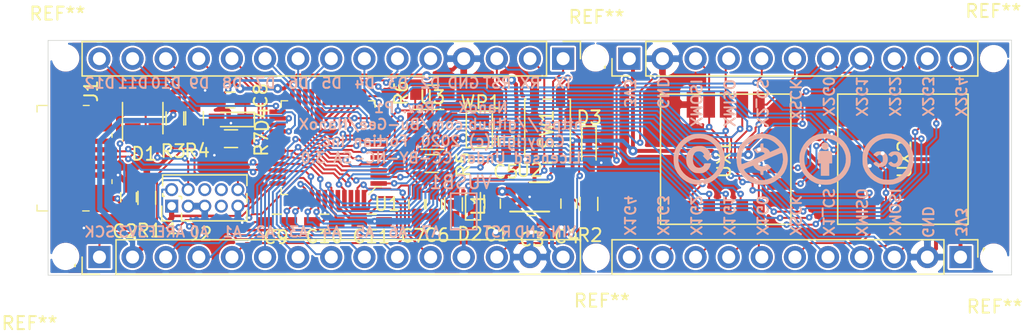
<source format=kicad_pcb>
(kicad_pcb (version 20171130) (host pcbnew 5.1.5)
  (layers (0 F.Cu signal) (31 B.Cu signal) (34 B.Paste user) (35 F.Paste user) (36 B.SilkS user) (37 F.SilkS user) (38 B.Mask user) (39 F.Mask user) (44 Edge.Cuts user))
  (net 0 "")
  (net 1 VIN)
  (net 2 GND)
  (net 3 "Net-(C2-Pad1)")
  (net 4 "Net-(C3-Pad1)")
  (net 5 VDD)
  (net 6 ~RESET)
  (net 7 "Net-(C6-Pad1)")
  (net 8 VUSB)
  (net 9 "Net-(D3-Pad2)")
  (net 10 "Net-(D4-Pad2)")
  (net 11 "Net-(J1-Pad4)")
  (net 12 "Net-(J2-Pad6)")
  (net 13 "Net-(J2-Pad7)")
  (net 14 "Net-(J2-Pad8)")
  (net 15 /PA12_S2_TX-MOSI)
  (net 16 /PA13_S2_RX-MISO)
  (net 17 /PA14_S2_RTS-CS)
  (net 18 /PA15_S2_CTS-SCK)
  (net 19 /PA08_RSTN_NINA)
  (net 20 /RX_NINA_PROG)
  (net 21 /TX_NINA_PROG)
  (net 22 /PA00_XIN32)
  (net 23 /PA01_XOUT32)
  (net 24 /SCK)
  (net 25 /AREF)
  (net 26 /A0_DAC0)
  (net 27 /A1)
  (net 28 /A2)
  (net 29 /A3)
  (net 30 /A4_SDA)
  (net 31 /A5_SCL)
  (net 32 /A6)
  (net 33 /A7)
  (net 34 "Net-(J4-Pad12)")
  (net 35 /TX)
  (net 36 /RX)
  (net 37 /D2)
  (net 38 "/D3(P)")
  (net 39 /D4)
  (net 40 "/D5(P)")
  (net 41 "/D6(P)")
  (net 42 /D7)
  (net 43 /D8)
  (net 44 "/D9(P)")
  (net 45 "/D10(P)")
  (net 46 /MOSI)
  (net 47 "/MISO(P)")
  (net 48 "Net-(U2-Pad5)")
  (net 49 /USB+)
  (net 50 /USB-)
  (net 51 /PA30_SWCLK)
  (net 52 /PA31_SWDIO)
  (net 53 /PA28_ACK)
  (net 54 /PA27_GPIO0)
  (net 55 "Net-(U3-Pad5)")
  (module Bu:MountingHole_1.8mm (layer F.Cu) (at 148.2598 85.9536)
    (fp_text reference REF** (at 0.0762 -3.1496) (layer F.SilkS))
    (fp_text value MountingHole_1.8mm)
    (pad "" np_thru_hole circle (at 0 0) (size 1.8 1.8) (drill 1.8) (layers *.Cu *.Mask))
  )
  (module TO_SOT_Packages_SMD:TSOT-23-5 (layer F.Cu) (at 135.7376 91.4146)
    (fp_text reference U3 (at 0 -2.45) (layer F.SilkS))
    (fp_text value CAT24C16YI-GT3)
    (pad 1 smd rect (at -1.31 -0.95) (size 1.22 0.65) (layers F.Cu F.Paste F.Mask) (net 31 /A5_SCL))
    (pad 2 smd rect (at -1.31 0) (size 1.22 0.65) (layers F.Cu F.Paste F.Mask) (net 2 GND))
    (pad 3 smd rect (at -1.31 0.95) (size 1.22 0.65) (layers F.Cu F.Paste F.Mask) (net 30 /A4_SDA))
    (pad 4 smd rect (at 1.31 0.95) (size 1.22 0.65) (layers F.Cu F.Paste F.Mask) (net 5 VDD))
    (pad 5 smd rect (at 1.31 -0.95) (size 1.22 0.65) (layers F.Cu F.Paste F.Mask) (net 55 "Net-(U3-Pad5)"))
  )
  (module Package_DFN_QFN:DFN-8-1EP_3x2mm_P0.5mm_EP1.75x1.45mm (layer F.Cu) (at 143.2052 96.6216)
    (fp_text reference U2 (at 0 -2.05) (layer F.SilkS))
    (fp_text value MCP1725-3302E_MC)
    (pad 9 smd rect (at 0 0) (size 1.75 1.45) (layers F.Cu F.Mask) (net 2 GND))
    (pad 8 smd rect (at 1.45 -0.75) (size 0.75 0.3) (layers F.Cu F.Paste F.Mask) (net 5 VDD))
    (pad 7 smd rect (at 1.45 -0.25) (size 0.75 0.3) (layers F.Cu F.Paste F.Mask) (net 5 VDD))
    (pad 6 smd rect (at 1.45 0.25) (size 0.75 0.3) (layers F.Cu F.Paste F.Mask) (net 4 "Net-(C3-Pad1)"))
    (pad 5 smd rect (at 1.45 0.75) (size 0.75 0.3) (layers F.Cu F.Paste F.Mask) (net 48 "Net-(U2-Pad5)"))
    (pad 4 smd rect (at -1.45 0.75) (size 0.75 0.3) (layers F.Cu F.Paste F.Mask) (net 2 GND))
    (pad 3 smd rect (at -1.45 0.25) (size 0.75 0.3) (layers F.Cu F.Paste F.Mask) (net 2 GND))
    (pad 2 smd rect (at -1.45 -0.25) (size 0.75 0.3) (layers F.Cu F.Paste F.Mask) (net 1 VIN))
    (pad 1 smd rect (at -1.45 -0.75) (size 0.75 0.3) (layers F.Cu F.Paste F.Mask) (net 1 VIN))
  )
  (module imgs:sa (layer B.Cu) (at 156.21 93.726 180)
    (fp_text reference G*** hide)
    (fp_text value LOGO hide)
  )
  (module imgs:nc (layer B.Cu) (at 161.036 93.726 180)
    (fp_text reference G*** hide)
    (fp_text value LOGO hide)
  )
  (module imgs:by (layer B.Cu) (at 165.862 93.726 180)
    (fp_text reference G*** hide)
    (fp_text value LOGO hide)
  )
  (module imgs:cc (layer B.Cu) (at 170.688 93.726 180)
    (fp_text reference G*** hide)
    (fp_text value LOGO hide)
  )
  (module Bu:NanoX_Piggyback (layer F.Cu) (at 158.242 93.726 270)
    (fp_text reference UX1 (at 0 0.127 90) (layer F.SilkS))
    (fp_text value NanoX_Piggyback)
    (pad 14 smd rect (at 4.191 2.54) (size 0.9 2) (layers F.Cu F.Paste F.Mask) (net 23 /PA01_XOUT32))
    (pad 13 smd rect (at 4.191 1.27) (size 0.9 2) (layers F.Cu F.Paste F.Mask) (net 22 /PA00_XIN32))
    (pad 10 smd rect (at 4.191 -2.54) (size 0.9 2) (layers F.Cu F.Paste F.Mask) (net 19 /PA08_RSTN_NINA))
    (pad 11 smd rect (at 4.191 -1.27) (size 0.9 2) (layers F.Cu F.Paste F.Mask) (net 20 /RX_NINA_PROG))
    (pad 12 smd rect (at 4.191 0) (size 0.9 2) (layers F.Cu F.Paste F.Mask) (net 21 /TX_NINA_PROG))
    (pad 9 smd rect (at -4.191 2.54) (size 0.9 2) (layers F.Cu F.Paste F.Mask) (net 2 GND))
    (pad 8 smd rect (at -4.191 1.27) (size 0.9 2) (layers F.Cu F.Paste F.Mask) (net 15 /PA12_S2_TX-MOSI))
    (pad 5 smd rect (at -4.191 -2.54) (size 0.9 2) (layers F.Cu F.Paste F.Mask) (net 18 /PA15_S2_CTS-SCK))
    (pad 6 smd rect (at -4.191 -1.27) (size 0.9 2) (layers F.Cu F.Paste F.Mask) (net 17 /PA14_S2_RTS-CS))
    (pad 7 smd rect (at -4.191 0) (size 0.9 2) (layers F.Cu F.Paste F.Mask) (net 16 /PA13_S2_RX-MISO))
    (pad 1 smd rect (at -1.905 -4.191 270) (size 0.9 2) (layers F.Cu F.Paste F.Mask) (net 5 VDD))
    (pad 4 smd rect (at 1.905 -4.191 270) (size 0.9 2) (layers F.Cu F.Paste F.Mask) (net 30 /A4_SDA))
    (pad 3 smd rect (at 0.635 -4.191 270) (size 0.9 2) (layers F.Cu F.Paste F.Mask) (net 31 /A5_SCL))
    (pad 2 smd rect (at -0.635 -4.191 270) (size 0.9 2) (layers F.Cu F.Paste F.Mask) (net 2 GND))
  )
  (module Pin_Headers:Pin_Header_Straight_1x11_Pitch2.54mm (layer F.Cu) (at 150.8506 86.0044 90)
    (fp_text reference J5 (at 0 -2.33 90) (layer F.SilkS))
    (fp_text value Conn_01x11)
    (pad 11 thru_hole oval (at 0 25.4 90) (size 1.7 1.7) (drill 1) (layers *.Cu *.Mask) (net 53 /PA28_ACK))
    (pad 10 thru_hole oval (at 0 22.86 90) (size 1.7 1.7) (drill 1) (layers *.Cu *.Mask) (net 50 /USB-))
    (pad 9 thru_hole oval (at 0 20.32 90) (size 1.7 1.7) (drill 1) (layers *.Cu *.Mask) (net 49 /USB+))
    (pad 8 thru_hole oval (at 0 17.78 90) (size 1.7 1.7) (drill 1) (layers *.Cu *.Mask) (net 51 /PA30_SWCLK))
    (pad 7 thru_hole oval (at 0 15.24 90) (size 1.7 1.7) (drill 1) (layers *.Cu *.Mask) (net 52 /PA31_SWDIO))
    (pad 6 thru_hole oval (at 0 12.7 90) (size 1.7 1.7) (drill 1) (layers *.Cu *.Mask) (net 18 /PA15_S2_CTS-SCK))
    (pad 5 thru_hole oval (at 0 10.16 90) (size 1.7 1.7) (drill 1) (layers *.Cu *.Mask) (net 54 /PA27_GPIO0))
    (pad 4 thru_hole oval (at 0 7.62 90) (size 1.7 1.7) (drill 1) (layers *.Cu *.Mask) (net 16 /PA13_S2_RX-MISO))
    (pad 3 thru_hole oval (at 0 5.08 90) (size 1.7 1.7) (drill 1) (layers *.Cu *.Mask) (net 15 /PA12_S2_TX-MOSI))
    (pad 2 thru_hole oval (at 0 2.54 90) (size 1.7 1.7) (drill 1) (layers *.Cu *.Mask) (net 2 GND))
    (pad 1 thru_hole rect (at 0 0 90) (size 1.7 1.7) (drill 1) (layers *.Cu *.Mask) (net 5 VDD))
  )
  (module Bu:NanoX_Piggyback (layer F.Cu) (at 171.831 93.726 90)
    (fp_text reference UX2 (at 0 0.127 90) (layer F.SilkS))
    (fp_text value NanoX_Piggyback)
    (pad 14 smd rect (at 4.191 2.54 180) (size 0.9 2) (layers F.Cu F.Paste F.Mask) (net 53 /PA28_ACK))
    (pad 13 smd rect (at 4.191 1.27 180) (size 0.9 2) (layers F.Cu F.Paste F.Mask) (net 50 /USB-))
    (pad 10 smd rect (at 4.191 -2.54 180) (size 0.9 2) (layers F.Cu F.Paste F.Mask) (net 52 /PA31_SWDIO))
    (pad 11 smd rect (at 4.191 -1.27 180) (size 0.9 2) (layers F.Cu F.Paste F.Mask) (net 51 /PA30_SWCLK))
    (pad 12 smd rect (at 4.191 0 180) (size 0.9 2) (layers F.Cu F.Paste F.Mask) (net 49 /USB+))
    (pad 9 smd rect (at -4.191 2.54 180) (size 0.9 2) (layers F.Cu F.Paste F.Mask) (net 2 GND))
    (pad 8 smd rect (at -4.191 1.27 180) (size 0.9 2) (layers F.Cu F.Paste F.Mask) (net 15 /PA12_S2_TX-MOSI))
    (pad 5 smd rect (at -4.191 -2.54 180) (size 0.9 2) (layers F.Cu F.Paste F.Mask) (net 18 /PA15_S2_CTS-SCK))
    (pad 6 smd rect (at -4.191 -1.27 180) (size 0.9 2) (layers F.Cu F.Paste F.Mask) (net 54 /PA27_GPIO0))
    (pad 7 smd rect (at -4.191 0 180) (size 0.9 2) (layers F.Cu F.Paste F.Mask) (net 16 /PA13_S2_RX-MISO))
    (pad 1 smd rect (at -1.905 -4.191 90) (size 0.9 2) (layers F.Cu F.Paste F.Mask) (net 5 VDD))
    (pad 4 smd rect (at 1.905 -4.191 90) (size 0.9 2) (layers F.Cu F.Paste F.Mask) (net 30 /A4_SDA))
    (pad 3 smd rect (at 0.635 -4.191 90) (size 0.9 2) (layers F.Cu F.Paste F.Mask) (net 31 /A5_SCL))
    (pad 2 smd rect (at -0.635 -4.191 90) (size 0.9 2) (layers F.Cu F.Paste F.Mask) (net 2 GND))
  )
  (module Pin_Headers:Pin_Header_Straight_1x11_Pitch2.54mm (layer F.Cu) (at 176.2506 101.2444 270)
    (fp_text reference J3 (at 0 -2.33 90) (layer F.SilkS))
    (fp_text value Conn_01x11)
    (pad 1 thru_hole rect (at 0 0 270) (size 1.7 1.7) (drill 1) (layers *.Cu *.Mask) (net 5 VDD))
    (pad 2 thru_hole oval (at 0 2.54 270) (size 1.7 1.7) (drill 1) (layers *.Cu *.Mask) (net 2 GND))
    (pad 3 thru_hole oval (at 0 5.08 270) (size 1.7 1.7) (drill 1) (layers *.Cu *.Mask) (net 15 /PA12_S2_TX-MOSI))
    (pad 4 thru_hole oval (at 0 7.62 270) (size 1.7 1.7) (drill 1) (layers *.Cu *.Mask) (net 16 /PA13_S2_RX-MISO))
    (pad 5 thru_hole oval (at 0 10.16 270) (size 1.7 1.7) (drill 1) (layers *.Cu *.Mask) (net 17 /PA14_S2_RTS-CS))
    (pad 6 thru_hole oval (at 0 12.7 270) (size 1.7 1.7) (drill 1) (layers *.Cu *.Mask) (net 18 /PA15_S2_CTS-SCK))
    (pad 7 thru_hole oval (at 0 15.24 270) (size 1.7 1.7) (drill 1) (layers *.Cu *.Mask) (net 19 /PA08_RSTN_NINA))
    (pad 8 thru_hole oval (at 0 17.78 270) (size 1.7 1.7) (drill 1) (layers *.Cu *.Mask) (net 20 /RX_NINA_PROG))
    (pad 9 thru_hole oval (at 0 20.32 270) (size 1.7 1.7) (drill 1) (layers *.Cu *.Mask) (net 21 /TX_NINA_PROG))
    (pad 10 thru_hole oval (at 0 22.86 270) (size 1.7 1.7) (drill 1) (layers *.Cu *.Mask) (net 22 /PA00_XIN32))
    (pad 11 thru_hole oval (at 0 25.4 270) (size 1.7 1.7) (drill 1) (layers *.Cu *.Mask) (net 23 /PA01_XOUT32))
  )
  (module TO_SOT_Packages_SMD:SOT-143 (layer F.Cu) (at 113.53 90.573 90)
    (fp_text reference D1 (at -2.7466 0.1096 180) (layer F.SilkS))
    (fp_text value PRTR5V0U2X)
    (pad 1 smd rect (at -1.1 -0.77) (size 1.2 1.4) (layers F.Cu F.Paste F.Mask) (net 3 "Net-(C2-Pad1)"))
    (pad 2 smd rect (at -1.1 0.95) (size 1 1.4) (layers F.Cu F.Paste F.Mask) (net 49 /USB+))
    (pad 3 smd rect (at 1.1 0.95) (size 1 1.4) (layers F.Cu F.Paste F.Mask) (net 50 /USB-))
    (pad 4 smd rect (at 1.1 -0.95) (size 1 1.4) (layers F.Cu F.Paste F.Mask) (net 8 VUSB))
  )
  (module digikey-footprints:TQFP-48_7x7mm (layer F.Cu) (at 127.7478 92.8396 180)
    (fp_text reference U1 (at -4.5354 -4.3408) (layer F.SilkS))
    (fp_text value ATSAMD21G18A-AUT)
    (pad 6 smd rect (at -3.875 -0.25 180) (size 1.25 0.35) (layers F.Cu F.Paste F.Mask) (net 7 "Net-(C6-Pad1)"))
    (pad 5 smd rect (at -3.875 -0.75 180) (size 1.25 0.35) (layers F.Cu F.Paste F.Mask) (net 2 GND))
    (pad 4 smd rect (at -3.875 -1.25 180) (size 1.25 0.35) (layers F.Cu F.Paste F.Mask) (net 25 /AREF))
    (pad 3 smd rect (at -3.875 -1.75 180) (size 1.25 0.35) (layers F.Cu F.Paste F.Mask) (net 26 /A0_DAC0))
    (pad 2 smd rect (at -3.875 -2.25 180) (size 1.25 0.35) (layers F.Cu F.Paste F.Mask) (net 23 /PA01_XOUT32))
    (pad 1 smd rect (at -3.875 -2.75 180) (size 1.25 0.35) (layers F.Cu F.Paste F.Mask) (net 22 /PA00_XIN32))
    (pad 7 smd rect (at -3.875 0.25 180) (size 1.25 0.35) (layers F.Cu F.Paste F.Mask) (net 30 /A4_SDA))
    (pad 8 smd rect (at -3.875 0.75 180) (size 1.25 0.35) (layers F.Cu F.Paste F.Mask) (net 31 /A5_SCL))
    (pad 9 smd rect (at -3.875 1.25 180) (size 1.25 0.35) (layers F.Cu F.Paste F.Mask) (net 41 "/D6(P)"))
    (pad 10 smd rect (at -3.875 1.75 180) (size 1.25 0.35) (layers F.Cu F.Paste F.Mask) (net 40 "/D5(P)"))
    (pad 11 smd rect (at -3.875 2.25 180) (size 1.25 0.35) (layers F.Cu F.Paste F.Mask) (net 42 /D7))
    (pad 12 smd rect (at -3.875 2.75 180) (size 1.25 0.35) (layers F.Cu F.Paste F.Mask) (net 39 /D4))
    (pad 18 smd rect (at -0.25 3.875 180) (size 0.35 1.25) (layers F.Cu F.Paste F.Mask) (net 2 GND))
    (pad 17 smd rect (at -0.75 3.875 180) (size 0.35 1.25) (layers F.Cu F.Paste F.Mask) (net 5 VDD))
    (pad 16 smd rect (at -1.25 3.875 180) (size 0.35 1.25) (layers F.Cu F.Paste F.Mask) (net 28 /A2))
    (pad 15 smd rect (at -1.75 3.875 180) (size 0.35 1.25) (layers F.Cu F.Paste F.Mask) (net 29 /A3))
    (pad 14 smd rect (at -2.25 3.875 180) (size 0.35 1.25) (layers F.Cu F.Paste F.Mask) (net 32 /A6))
    (pad 13 smd rect (at -2.75 3.875 180) (size 0.35 1.25) (layers F.Cu F.Paste F.Mask) (net 19 /PA08_RSTN_NINA))
    (pad 19 smd rect (at 0.25 3.875 180) (size 0.35 1.25) (layers F.Cu F.Paste F.Mask) (net 37 /D2))
    (pad 20 smd rect (at 0.75 3.875 180) (size 0.35 1.25) (layers F.Cu F.Paste F.Mask) (net 38 "/D3(P)"))
    (pad 21 smd rect (at 1.25 3.875 180) (size 0.35 1.25) (layers F.Cu F.Paste F.Mask) (net 15 /PA12_S2_TX-MOSI))
    (pad 22 smd rect (at 1.75 3.875 180) (size 0.35 1.25) (layers F.Cu F.Paste F.Mask) (net 16 /PA13_S2_RX-MISO))
    (pad 23 smd rect (at 2.25 3.875 180) (size 0.35 1.25) (layers F.Cu F.Paste F.Mask) (net 17 /PA14_S2_RTS-CS))
    (pad 24 smd rect (at 2.75 3.875 180) (size 0.35 1.25) (layers F.Cu F.Paste F.Mask) (net 18 /PA15_S2_CTS-SCK))
    (pad 25 smd rect (at 3.875 2.75 180) (size 1.25 0.35) (layers F.Cu F.Paste F.Mask) (net 46 /MOSI))
    (pad 26 smd rect (at 3.875 2.25 180) (size 1.25 0.35) (layers F.Cu F.Paste F.Mask) (net 24 /SCK))
    (pad 27 smd rect (at 3.875 1.75 180) (size 1.25 0.35) (layers F.Cu F.Paste F.Mask) (net 43 /D8))
    (pad 28 smd rect (at 3.875 1.25 180) (size 1.25 0.35) (layers F.Cu F.Paste F.Mask) (net 47 "/MISO(P)"))
    (pad 29 smd rect (at 3.875 0.75 180) (size 1.25 0.35) (layers F.Cu F.Paste F.Mask) (net 44 "/D9(P)"))
    (pad 30 smd rect (at 3.875 0.25 180) (size 1.25 0.35) (layers F.Cu F.Paste F.Mask) (net 45 "/D10(P)"))
    (pad 31 smd rect (at 3.875 -0.25 180) (size 1.25 0.35) (layers F.Cu F.Paste F.Mask) (net 21 /TX_NINA_PROG))
    (pad 32 smd rect (at 3.875 -0.75 180) (size 1.25 0.35) (layers F.Cu F.Paste F.Mask) (net 20 /RX_NINA_PROG))
    (pad 33 smd rect (at 3.875 -1.25 180) (size 1.25 0.35) (layers F.Cu F.Paste F.Mask) (net 50 /USB-))
    (pad 34 smd rect (at 3.875 -1.75 180) (size 1.25 0.35) (layers F.Cu F.Paste F.Mask) (net 49 /USB+))
    (pad 35 smd rect (at 3.875 -2.25 180) (size 1.25 0.35) (layers F.Cu F.Paste F.Mask) (net 2 GND))
    (pad 36 smd rect (at 3.875 -2.75 180) (size 1.25 0.35) (layers F.Cu F.Paste F.Mask) (net 5 VDD))
    (pad 37 smd rect (at 2.75 -3.875 180) (size 0.35 1.25) (layers F.Cu F.Paste F.Mask) (net 35 /TX))
    (pad 38 smd rect (at 2.25 -3.875 180) (size 0.35 1.25) (layers F.Cu F.Paste F.Mask) (net 36 /RX))
    (pad 39 smd rect (at 1.75 -3.875 180) (size 0.35 1.25) (layers F.Cu F.Paste F.Mask) (net 54 /PA27_GPIO0))
    (pad 40 smd rect (at 1.25 -3.875 180) (size 0.35 1.25) (layers F.Cu F.Paste F.Mask) (net 6 ~RESET))
    (pad 41 smd rect (at 0.75 -3.875 180) (size 0.35 1.25) (layers F.Cu F.Paste F.Mask) (net 53 /PA28_ACK))
    (pad 42 smd rect (at 0.25 -3.875 180) (size 0.35 1.25) (layers F.Cu F.Paste F.Mask) (net 2 GND))
    (pad 43 smd rect (at -0.25 -3.875 180) (size 0.35 1.25) (layers F.Cu F.Paste F.Mask) (net 5 VDD))
    (pad 44 smd rect (at -0.75 -3.875 180) (size 0.35 1.25) (layers F.Cu F.Paste F.Mask) (net 5 VDD))
    (pad 45 smd rect (at -1.25 -3.875 180) (size 0.35 1.25) (layers F.Cu F.Paste F.Mask) (net 51 /PA30_SWCLK))
    (pad 46 smd rect (at -1.75 -3.875 180) (size 0.35 1.25) (layers F.Cu F.Paste F.Mask) (net 52 /PA31_SWDIO))
    (pad 47 smd rect (at -2.25 -3.875 180) (size 0.35 1.25) (layers F.Cu F.Paste F.Mask) (net 27 /A1))
    (pad 48 smd rect (at -2.75 -3.875 180) (size 0.35 1.25) (layers F.Cu F.Paste F.Mask) (net 33 /A7))
  )
  (module Resistors_SMD:R_0603_HandSoldering (layer F.Cu) (at 117.5004 90.5842 270)
    (fp_text reference R4 (at 2.4814 -0.2032 180) (layer F.SilkS))
    (fp_text value 100k)
    (pad 2 smd rect (at 1.1 0 270) (size 1.2 0.9) (layers F.Cu F.Paste F.Mask) (net 6 ~RESET))
    (pad 1 smd rect (at -1.1 0 270) (size 1.2 0.9) (layers F.Cu F.Paste F.Mask) (net 5 VDD))
  )
  (module Pin_Headers:Pin_Header_Straight_1x15_Pitch2.54mm (layer F.Cu) (at 145.7706 86.0044 270)
    (fp_text reference J6 (at 0 -2.33 90) (layer F.SilkS))
    (fp_text value NanoClassic_L)
    (pad 1 thru_hole rect (at 0 0 270) (size 1.7 1.7) (drill 1) (layers *.Cu *.Mask) (net 35 /TX))
    (pad 2 thru_hole oval (at 0 2.54 270) (size 1.7 1.7) (drill 1) (layers *.Cu *.Mask) (net 36 /RX))
    (pad 3 thru_hole oval (at 0 5.08 270) (size 1.7 1.7) (drill 1) (layers *.Cu *.Mask) (net 6 ~RESET))
    (pad 4 thru_hole oval (at 0 7.62 270) (size 1.7 1.7) (drill 1) (layers *.Cu *.Mask) (net 2 GND))
    (pad 5 thru_hole oval (at 0 10.16 270) (size 1.7 1.7) (drill 1) (layers *.Cu *.Mask) (net 37 /D2))
    (pad 6 thru_hole oval (at 0 12.7 270) (size 1.7 1.7) (drill 1) (layers *.Cu *.Mask) (net 38 "/D3(P)"))
    (pad 7 thru_hole oval (at 0 15.24 270) (size 1.7 1.7) (drill 1) (layers *.Cu *.Mask) (net 39 /D4))
    (pad 8 thru_hole oval (at 0 17.78 270) (size 1.7 1.7) (drill 1) (layers *.Cu *.Mask) (net 40 "/D5(P)"))
    (pad 9 thru_hole oval (at 0 20.32 270) (size 1.7 1.7) (drill 1) (layers *.Cu *.Mask) (net 41 "/D6(P)"))
    (pad 10 thru_hole oval (at 0 22.86 270) (size 1.7 1.7) (drill 1) (layers *.Cu *.Mask) (net 42 /D7))
    (pad 11 thru_hole oval (at 0 25.4 270) (size 1.7 1.7) (drill 1) (layers *.Cu *.Mask) (net 43 /D8))
    (pad 12 thru_hole oval (at 0 27.94 270) (size 1.7 1.7) (drill 1) (layers *.Cu *.Mask) (net 44 "/D9(P)"))
    (pad 13 thru_hole oval (at 0 30.48 270) (size 1.7 1.7) (drill 1) (layers *.Cu *.Mask) (net 45 "/D10(P)"))
    (pad 14 thru_hole oval (at 0 33.02 270) (size 1.7 1.7) (drill 1) (layers *.Cu *.Mask) (net 46 /MOSI))
    (pad 15 thru_hole oval (at 0 35.56 270) (size 1.7 1.7) (drill 1) (layers *.Cu *.Mask) (net 47 "/MISO(P)"))
  )
  (module LEDs:LED_0603_HandSoldering (layer F.Cu) (at 120.2944 90.678 180)
    (fp_text reference D4 (at -2.3876 0 270) (layer F.SilkS))
    (fp_text value LED)
    (pad 2 smd rect (at 1.1 0 180) (size 1.2 0.9) (layers F.Cu F.Paste F.Mask) (net 10 "Net-(D4-Pad2)"))
    (pad 1 smd rect (at -1.1 0 180) (size 1.2 0.9) (layers F.Cu F.Paste F.Mask) (net 2 GND))
  )
  (module Capacitors_SMD:C_0603_HandSoldering (layer F.Cu) (at 120.2436 89.1794)
    (fp_text reference C8 (at 2.3368 -0.3302 90) (layer F.SilkS))
    (fp_text value 0.1uF)
    (pad 1 smd rect (at -0.95 0) (size 1.2 0.75) (layers F.Cu F.Paste F.Mask) (net 5 VDD))
    (pad 2 smd rect (at 0.95 0) (size 1.2 0.75) (layers F.Cu F.Paste F.Mask) (net 2 GND))
  )
  (module Capacitors_SMD:C_0603_HandSoldering (layer F.Cu) (at 123.8148 98.552 180)
    (fp_text reference C9 (at 0.066 -1.1684) (layer F.SilkS))
    (fp_text value 0.1uF)
    (pad 1 smd rect (at -0.95 0 180) (size 1.2 0.75) (layers F.Cu F.Paste F.Mask) (net 5 VDD))
    (pad 2 smd rect (at 0.95 0 180) (size 1.2 0.75) (layers F.Cu F.Paste F.Mask) (net 2 GND))
  )
  (module Jumper:SolderJumper-2_P1.3mm_Open_TrianglePad1.0x1.5mm (layer F.Cu) (at 139.3444 91.44 90)
    (fp_text reference WP1 (at 2.0828 0.1016 180) (layer F.SilkS))
    (fp_text value "Write Protect")
    (pad 2 smd custom (at 0.725 0 90) (size 0.3 0.3) (layers F.Cu F.Mask) (net 55 "Net-(U3-Pad5)") (options (clearance outline) (anchor rect)) (primitives (gr_poly (pts (xy -0.65 -0.75) (xy 0.5 -0.75) (xy 0.5 0.75) (xy -0.65 0.75) (xy -0.15 0)) (width 0))))
    (pad 1 smd custom (at -0.725 0 90) (size 0.3 0.3) (layers F.Cu F.Mask) (net 5 VDD) (options (clearance outline) (anchor rect)) (primitives (gr_poly (pts (xy -0.5 -0.75) (xy 0.5 -0.75) (xy 1 0) (xy 0.5 0.75) (xy -0.5 0.75)) (width 0))))
  )
  (module Bu:MountingHole_1.8mm (layer F.Cu) (at 178.7906 101.2444)
    (fp_text reference REF** (at 0.0762 3.81) (layer F.SilkS))
    (fp_text value MountingHole_1.8mm)
    (pad "" np_thru_hole circle (at 0 0) (size 1.8 1.8) (drill 1.8) (layers *.Cu *.Mask))
  )
  (module Bu:MountingHole_1.8mm (layer F.Cu) (at 178.7906 86.0044)
    (fp_text reference REF** (at -0.0254 -3.6576) (layer F.SilkS))
    (fp_text value MountingHole_1.8mm)
    (pad "" np_thru_hole circle (at 0 0) (size 1.8 1.8) (drill 1.8) (layers *.Cu *.Mask))
  )
  (module Bu:MountingHole_1.8mm (layer F.Cu) (at 107.6198 85.9536)
    (fp_text reference REF** (at -0.635 -3.4036) (layer F.SilkS))
    (fp_text value MountingHole_1.8mm)
    (pad "" np_thru_hole circle (at 0 0) (size 1.8 1.8) (drill 1.8) (layers *.Cu *.Mask))
  )
  (module Bu:MountingHole_1.8mm (layer F.Cu) (at 148.3106 101.2444)
    (fp_text reference REF** (at 0.4318 3.3528) (layer F.SilkS))
    (fp_text value MountingHole_1.8mm)
    (pad "" np_thru_hole circle (at 0 0) (size 1.8 1.8) (drill 1.8) (layers *.Cu *.Mask))
  )
  (module Bu:MountingHole_1.8mm (layer F.Cu) (at 107.6198 101.1936)
    (fp_text reference REF** (at -2.7686 5.1308) (layer F.SilkS))
    (fp_text value MountingHole_1.8mm)
    (pad "" np_thru_hole circle (at 0 0) (size 1.8 1.8) (drill 1.8) (layers *.Cu *.Mask))
  )
  (module Buttons_Switches_SMD:SW_SPST_EVQP2 (layer F.Cu) (at 144.5768 91.567 90)
    (fp_text reference SW1 (at 0.127 -0.0508 90) (layer F.SilkS))
    (fp_text value SW_Push)
    (pad 1 smd rect (at 2.58 -1 90) (size 1.45 0.7) (layers F.Cu F.Paste F.Mask) (net 2 GND))
    (pad 1 smd rect (at -2.58 -1 90) (size 1.45 0.7) (layers F.Cu F.Paste F.Mask) (net 2 GND))
    (pad 2 smd rect (at -2.58 1 90) (size 1.45 0.7) (layers F.Cu F.Paste F.Mask) (net 6 ~RESET))
    (pad 2 smd rect (at 2.58 1 90) (size 1.45 0.7) (layers F.Cu F.Paste F.Mask) (net 6 ~RESET))
  )
  (module Resistors_SMD:R_0603_HandSoldering (layer F.Cu) (at 120.3022 92.1512 180)
    (fp_text reference R7 (at -2.329 -0.4064 90) (layer F.SilkS))
    (fp_text value 330)
    (pad 2 smd rect (at 1.1 0 180) (size 1.2 0.9) (layers F.Cu F.Paste F.Mask) (net 10 "Net-(D4-Pad2)"))
    (pad 1 smd rect (at -1.1 0 180) (size 1.2 0.9) (layers F.Cu F.Paste F.Mask) (net 24 /SCK))
  )
  (module Resistors_SMD:R_0603_HandSoldering (layer F.Cu) (at 135.7454 88.7222)
    (fp_text reference R6 (at -2.3954 -0.0762 90) (layer F.SilkS))
    (fp_text value 4.7k)
    (pad 2 smd rect (at 1.1 0) (size 1.2 0.9) (layers F.Cu F.Paste F.Mask) (net 5 VDD))
    (pad 1 smd rect (at -1.1 0) (size 1.2 0.9) (layers F.Cu F.Paste F.Mask) (net 31 /A5_SCL))
  )
  (module Resistors_SMD:R_0603_HandSoldering (layer F.Cu) (at 135.6946 94.0562)
    (fp_text reference R5 (at 2.4306 0.0762 90) (layer F.SilkS))
    (fp_text value 4.7k)
    (pad 1 smd rect (at -1.1 0) (size 1.2 0.9) (layers F.Cu F.Paste F.Mask) (net 30 /A4_SDA))
    (pad 2 smd rect (at 1.1 0) (size 1.2 0.9) (layers F.Cu F.Paste F.Mask) (net 5 VDD))
  )
  (module Resistors_SMD:R_0603_HandSoldering (layer F.Cu) (at 116.0018 90.594 270)
    (fp_text reference R3 (at 2.5224 0.127 180) (layer F.SilkS))
    (fp_text value 1k)
    (pad 2 smd rect (at 1.1 0 270) (size 1.2 0.9) (layers F.Cu F.Paste F.Mask) (net 51 /PA30_SWCLK))
    (pad 1 smd rect (at -1.1 0 270) (size 1.2 0.9) (layers F.Cu F.Paste F.Mask) (net 5 VDD))
  )
  (module Resistors_SMD:R_0603_HandSoldering (layer F.Cu) (at 147.7518 97.1628 90)
    (fp_text reference R2 (at -2.4052 0.0762 180) (layer F.SilkS))
    (fp_text value 330)
    (pad 1 smd rect (at -1.1 0 90) (size 1.2 0.9) (layers F.Cu F.Paste F.Mask) (net 5 VDD))
    (pad 2 smd rect (at 1.1 0 90) (size 1.2 0.9) (layers F.Cu F.Paste F.Mask) (net 9 "Net-(D3-Pad2)"))
  )
  (module Resistors_SMD:R_0603_HandSoldering (layer F.Cu) (at 113.8428 96.6978 90)
    (fp_text reference R1 (at -2.5146 0.2032 180) (layer F.SilkS))
    (fp_text value 1M)
    (pad 2 smd rect (at 1.1 0 90) (size 1.2 0.9) (layers F.Cu F.Paste F.Mask) (net 2 GND))
    (pad 1 smd rect (at -1.1 0 90) (size 1.2 0.9) (layers F.Cu F.Paste F.Mask) (net 3 "Net-(C2-Pad1)"))
  )
  (module Inductors_SMD:L_0603_HandSoldering (layer F.Cu) (at 137.3632 97.198 270)
    (fp_text reference L1 (at 0 -1.9 90) (layer F.SilkS))
    (fp_text value Ferrite_Bead)
    (pad 1 smd rect (at -1.1 0 270) (size 1.2 0.9) (layers F.Cu F.Paste F.Mask) (net 5 VDD))
    (pad 2 smd rect (at 1.1 0 270) (size 1.2 0.9) (layers F.Cu F.Paste F.Mask) (net 7 "Net-(C6-Pad1)"))
  )
  (module Pin_Headers:Pin_Header_Straight_1x15_Pitch2.54mm (layer F.Cu) (at 110.2106 101.2444 90)
    (fp_text reference J4 (at 0 -2.33 90) (layer F.SilkS))
    (fp_text value NanoClassic_R)
    (pad 1 thru_hole rect (at 0 0 90) (size 1.7 1.7) (drill 1) (layers *.Cu *.Mask) (net 24 /SCK))
    (pad 2 thru_hole oval (at 0 2.54 90) (size 1.7 1.7) (drill 1) (layers *.Cu *.Mask) (net 5 VDD))
    (pad 3 thru_hole oval (at 0 5.08 90) (size 1.7 1.7) (drill 1) (layers *.Cu *.Mask) (net 25 /AREF))
    (pad 4 thru_hole oval (at 0 7.62 90) (size 1.7 1.7) (drill 1) (layers *.Cu *.Mask) (net 26 /A0_DAC0))
    (pad 5 thru_hole oval (at 0 10.16 90) (size 1.7 1.7) (drill 1) (layers *.Cu *.Mask) (net 27 /A1))
    (pad 6 thru_hole oval (at 0 12.7 90) (size 1.7 1.7) (drill 1) (layers *.Cu *.Mask) (net 28 /A2))
    (pad 7 thru_hole oval (at 0 15.24 90) (size 1.7 1.7) (drill 1) (layers *.Cu *.Mask) (net 29 /A3))
    (pad 8 thru_hole oval (at 0 17.78 90) (size 1.7 1.7) (drill 1) (layers *.Cu *.Mask) (net 30 /A4_SDA))
    (pad 9 thru_hole oval (at 0 20.32 90) (size 1.7 1.7) (drill 1) (layers *.Cu *.Mask) (net 31 /A5_SCL))
    (pad 10 thru_hole oval (at 0 22.86 90) (size 1.7 1.7) (drill 1) (layers *.Cu *.Mask) (net 32 /A6))
    (pad 11 thru_hole oval (at 0 25.4 90) (size 1.7 1.7) (drill 1) (layers *.Cu *.Mask) (net 33 /A7))
    (pad 12 thru_hole oval (at 0 27.94 90) (size 1.7 1.7) (drill 1) (layers *.Cu *.Mask) (net 34 "Net-(J4-Pad12)"))
    (pad 13 thru_hole oval (at 0 30.48 90) (size 1.7 1.7) (drill 1) (layers *.Cu *.Mask) (net 6 ~RESET))
    (pad 14 thru_hole oval (at 0 33.02 90) (size 1.7 1.7) (drill 1) (layers *.Cu *.Mask) (net 2 GND))
    (pad 15 thru_hole oval (at 0 35.56 90) (size 1.7 1.7) (drill 1) (layers *.Cu *.Mask) (net 1 VIN))
  )
  (module Pin_Headers:Pin_Header_Straight_2x05_Pitch1.27mm (layer F.Cu) (at 115.7478 97.3328 90)
    (fp_text reference J2 (at -2.1336 2.2606 180) (layer F.SilkS))
    (fp_text value Conn_ARM_JTAG_SWD_10)
    (pad 10 thru_hole oval (at 1.27 5.08 90) (size 1 1) (drill 0.65) (layers *.Cu *.Mask) (net 6 ~RESET))
    (pad 9 thru_hole oval (at 0 5.08 90) (size 1 1) (drill 0.65) (layers *.Cu *.Mask) (net 2 GND))
    (pad 8 thru_hole oval (at 1.27 3.81 90) (size 1 1) (drill 0.65) (layers *.Cu *.Mask) (net 14 "Net-(J2-Pad8)"))
    (pad 7 thru_hole oval (at 0 3.81 90) (size 1 1) (drill 0.65) (layers *.Cu *.Mask) (net 13 "Net-(J2-Pad7)"))
    (pad 6 thru_hole oval (at 1.27 2.54 90) (size 1 1) (drill 0.65) (layers *.Cu *.Mask) (net 12 "Net-(J2-Pad6)"))
    (pad 5 thru_hole oval (at 0 2.54 90) (size 1 1) (drill 0.65) (layers *.Cu *.Mask) (net 2 GND))
    (pad 4 thru_hole oval (at 1.27 1.27 90) (size 1 1) (drill 0.65) (layers *.Cu *.Mask) (net 51 /PA30_SWCLK))
    (pad 3 thru_hole oval (at 0 1.27 90) (size 1 1) (drill 0.65) (layers *.Cu *.Mask) (net 2 GND))
    (pad 2 thru_hole oval (at 1.27 0 90) (size 1 1) (drill 0.65) (layers *.Cu *.Mask) (net 52 /PA31_SWDIO))
    (pad 1 thru_hole rect (at 0 0 90) (size 1 1) (drill 0.65) (layers *.Cu *.Mask) (net 5 VDD))
  )
  (module digikey-footprints:USB_Micro_B_Female_10118192 (layer F.Cu) (at 107.823 93.6498 270)
    (fp_text reference J1 (at -5.1562 -1.7526 90) (layer F.SilkS))
    (fp_text value 10118192-0001LF)
    (pad 3 smd rect (at 0 -2.675 270) (size 0.4 1.35) (layers F.Cu F.Paste F.Mask) (net 49 /USB+))
    (pad 2 smd rect (at -0.65 -2.675 270) (size 0.4 1.35) (layers F.Cu F.Paste F.Mask) (net 50 /USB-))
    (pad 5 smd rect (at 1.3 -2.675 270) (size 0.4 1.35) (layers F.Cu F.Paste F.Mask) (net 2 GND))
    (pad 4 smd rect (at 0.65 -2.675 270) (size 0.4 1.35) (layers F.Cu F.Paste F.Mask) (net 11 "Net-(J1-Pad4)"))
    (pad 1 smd rect (at -1.3 -2.675 270) (size 0.4 1.35) (layers F.Cu F.Paste F.Mask) (net 8 VUSB))
    (pad SH smd rect (at 3.1 -2.55 270) (size 2.1 1.6) (layers F.Cu F.Paste F.Mask) (net 3 "Net-(C2-Pad1)"))
    (pad SH smd rect (at -3.1 -2.55 270) (size 2.1 1.6) (layers F.Cu F.Paste F.Mask) (net 3 "Net-(C2-Pad1)"))
    (pad SH smd rect (at 1.2 0 270) (size 1.9 1.9) (layers F.Cu F.Paste F.Mask) (net 3 "Net-(C2-Pad1)"))
    (pad SH smd rect (at -1.2 0 270) (size 1.9 1.9) (layers F.Cu F.Paste F.Mask) (net 3 "Net-(C2-Pad1)"))
    (pad SH smd rect (at 3.8 0 270) (size 1.8 1.9) (layers F.Cu F.Paste F.Mask) (net 3 "Net-(C2-Pad1)"))
    (pad SH smd rect (at -3.8 0 270) (size 1.8 1.9) (layers F.Cu F.Paste F.Mask) (net 3 "Net-(C2-Pad1)"))
  )
  (module LEDs:LED_0603_HandSoldering (layer F.Cu) (at 147.7518 92.9894 270)
    (fp_text reference D3 (at -2.4638 -0.0254 180) (layer F.SilkS))
    (fp_text value LED)
    (pad 1 smd rect (at -1.1 0 270) (size 1.2 0.9) (layers F.Cu F.Paste F.Mask) (net 2 GND))
    (pad 2 smd rect (at 1.1 0 270) (size 1.2 0.9) (layers F.Cu F.Paste F.Mask) (net 9 "Net-(D3-Pad2)"))
  )
  (module Diodes_SMD:D_0603 (layer F.Cu) (at 138.8618 97.0924 90)
    (fp_text reference D2 (at -2.374 -0.2286 180) (layer F.SilkS))
    (fp_text value D_Schottky)
    (pad 1 smd rect (at -0.85 0 90) (size 0.6 0.8) (layers F.Cu F.Paste F.Mask) (net 1 VIN))
    (pad 2 smd rect (at 0.85 0 90) (size 0.6 0.8) (layers F.Cu F.Paste F.Mask) (net 8 VUSB))
  )
  (module Capacitors_SMD:C_0603_HandSoldering (layer F.Cu) (at 131.0894 98.552)
    (fp_text reference C11 (at -0.0254 1.1176) (layer F.SilkS))
    (fp_text value 0.1uF)
    (pad 1 smd rect (at -0.95 0) (size 1.2 0.75) (layers F.Cu F.Paste F.Mask) (net 5 VDD))
    (pad 2 smd rect (at 0.95 0) (size 1.2 0.75) (layers F.Cu F.Paste F.Mask) (net 2 GND))
  )
  (module Capacitors_SMD:C_0603_HandSoldering (layer F.Cu) (at 127.4572 98.552 180)
    (fp_text reference C10 (at 0 -1.1176) (layer F.SilkS))
    (fp_text value 1uF)
    (pad 1 smd rect (at -0.95 0 180) (size 1.2 0.75) (layers F.Cu F.Paste F.Mask) (net 5 VDD))
    (pad 2 smd rect (at 0.95 0 180) (size 1.2 0.75) (layers F.Cu F.Paste F.Mask) (net 2 GND))
  )
  (module Capacitors_SMD:C_0603_HandSoldering (layer F.Cu) (at 134.5438 97.1804 270)
    (fp_text reference C7 (at 2.4384 0.2794 180) (layer F.SilkS))
    (fp_text value 4.7uF)
    (pad 1 smd rect (at -0.95 0 270) (size 1.2 0.75) (layers F.Cu F.Paste F.Mask) (net 7 "Net-(C6-Pad1)"))
    (pad 2 smd rect (at 0.95 0 270) (size 1.2 0.75) (layers F.Cu F.Paste F.Mask) (net 2 GND))
  )
  (module Capacitors_SMD:C_0603_HandSoldering (layer F.Cu) (at 135.8646 97.18 270)
    (fp_text reference C6 (at 2.388 -0.2286 180) (layer F.SilkS))
    (fp_text value 0.1uF)
    (pad 1 smd rect (at -0.95 0 270) (size 1.2 0.75) (layers F.Cu F.Paste F.Mask) (net 7 "Net-(C6-Pad1)"))
    (pad 2 smd rect (at 0.95 0 270) (size 1.2 0.75) (layers F.Cu F.Paste F.Mask) (net 2 GND))
  )
  (module Capacitors_SMD:C_0603_HandSoldering (layer F.Cu) (at 141.4018 92.3188 270)
    (fp_text reference C5 (at 2.3724 0.0254 180) (layer F.SilkS))
    (fp_text value 0.1uF)
    (pad 1 smd rect (at -0.95 0 270) (size 1.2 0.75) (layers F.Cu F.Paste F.Mask) (net 6 ~RESET))
    (pad 2 smd rect (at 0.95 0 270) (size 1.2 0.75) (layers F.Cu F.Paste F.Mask) (net 2 GND))
  )
  (module Capacitors_SMD:C_0603_HandSoldering (layer F.Cu) (at 146.2024 97.1398 270)
    (fp_text reference C4 (at 2.5298 0.1524 180) (layer F.SilkS))
    (fp_text value 1uF)
    (pad 1 smd rect (at -0.95 0 270) (size 1.2 0.75) (layers F.Cu F.Paste F.Mask) (net 5 VDD))
    (pad 2 smd rect (at 0.95 0 270) (size 1.2 0.75) (layers F.Cu F.Paste F.Mask) (net 2 GND))
  )
  (module Capacitors_SMD:C_0603_HandSoldering (layer F.Cu) (at 143.383 98.6536 180)
    (fp_text reference C3 (at 0 -1.25) (layer F.SilkS))
    (fp_text value <0.1uF)
    (pad 1 smd rect (at -0.95 0 180) (size 1.2 0.75) (layers F.Cu F.Paste F.Mask) (net 4 "Net-(C3-Pad1)"))
    (pad 2 smd rect (at 0.95 0 180) (size 1.2 0.75) (layers F.Cu F.Paste F.Mask) (net 2 GND))
  )
  (module Capacitors_SMD:C_0603_HandSoldering (layer F.Cu) (at 112.4458 96.647 90)
    (fp_text reference C2 (at -2.6162 -0.2794 180) (layer F.SilkS))
    (fp_text value "4700 pF")
    (pad 2 smd rect (at 0.95 0 90) (size 1.2 0.75) (layers F.Cu F.Paste F.Mask) (net 2 GND))
    (pad 1 smd rect (at -0.95 0 90) (size 1.2 0.75) (layers F.Cu F.Paste F.Mask) (net 3 "Net-(C2-Pad1)"))
  )
  (module Capacitors_SMD:C_0603_HandSoldering (layer F.Cu) (at 140.3604 97.1448 270)
    (fp_text reference C1 (at 2.3724 -0.3048 180) (layer F.SilkS))
    (fp_text value 1uF)
    (pad 1 smd rect (at -0.95 0 270) (size 1.2 0.75) (layers F.Cu F.Paste F.Mask) (net 1 VIN))
    (pad 2 smd rect (at 0.95 0 270) (size 1.2 0.75) (layers F.Cu F.Paste F.Mask) (net 2 GND))
  )
  (module Jumper:SolderJumper-2_P1.3mm_Open_TrianglePad1.0x1.5mm (layer B.Cu) (at 138.1506 97.7392 270)
    (fp_text reference VUSB1 (at -2.2352 0.2286 180) (layer B.SilkS) (effects (justify mirror)))
    (fp_text value "VUSB Jumper")
    (pad 1 smd custom (at -0.725 0 270) (size 0.3 0.3) (layers B.Cu B.Mask) (net 8 VUSB) (options (clearance outline) (anchor rect)) (primitives (gr_poly (pts (xy -0.5 0.75) (xy 0.5 0.75) (xy 1 0) (xy 0.5 -0.75) (xy -0.5 -0.75)) (width 0))))
    (pad 2 smd custom (at 0.725 0 270) (size 0.3 0.3) (layers B.Cu B.Mask) (net 34 "Net-(J4-Pad12)") (options (clearance outline) (anchor rect)) (primitives (gr_poly (pts (xy -0.65 0.75) (xy 0.5 0.75) (xy 0.5 -0.75) (xy -0.65 -0.75) (xy -0.15 0)) (width 0))))
  )
  (gr_text 1 (at 115.824 99.06) (layer F.SilkS) (effects (font (size 0.8 0.8))))
  (gr_text "NanoX   Rev. P1\nhttps://github.com/Bu-Gee/NanoX\nCopyright(c) 2020, Fortian Inc.\nLicensed Under CC-BY-NC-SA 3.0\n" (at 136.398 91.694) (layer B.SilkS) (effects (font (size 0.8 0.8)) (justify mirror)))
  (gr_text X1G4 (at 150.876 98.044 270) (layer B.SilkS) (effects (font (size 0.8 0.8)) (justify mirror)))
  (gr_text X1G3 (at 153.416 98.044 270) (layer B.SilkS) (effects (font (size 0.8 0.8)) (justify mirror)))
  (gr_text X1G2 (at 155.956 98.044 270) (layer B.SilkS) (effects (font (size 0.8 0.8)) (justify mirror)))
  (gr_text X1G1 (at 158.496 98.044 270) (layer B.SilkS) (effects (font (size 0.8 0.8)) (justify mirror)))
  (gr_text X1G0 (at 161.036 98.044 270) (layer B.SilkS) (effects (font (size 0.8 0.8)) (justify mirror)))
  (gr_text XSCK (at 163.576 98.044 270) (layer B.SilkS) (effects (font (size 0.8 0.8)) (justify mirror)))
  (gr_text X1_CS (at 166.116 97.79 270) (layer B.SilkS) (effects (font (size 0.8 0.8)) (justify mirror)))
  (gr_text XMISO (at 168.656 97.79 270) (layer B.SilkS) (effects (font (size 0.8 0.8)) (justify mirror)))
  (gr_text XMOSI (at 171.196 97.79 270) (layer B.SilkS) (effects (font (size 0.8 0.8)) (justify mirror)))
  (gr_text GND (at 173.736 98.552 270) (layer B.SilkS) (effects (font (size 0.8 0.8)) (justify mirror)))
  (gr_text 3V3 (at 176.276 98.552 270) (layer B.SilkS) (effects (font (size 0.8 0.8)) (justify mirror)))
  (gr_text X2G4 (at 176.276 88.9 270) (layer B.SilkS) (effects (font (size 0.8 0.8)) (justify mirror)))
  (gr_text X2G3 (at 173.736 88.9 270) (layer B.SilkS) (effects (font (size 0.8 0.8)) (justify mirror)))
  (gr_text X2G2 (at 171.196 88.9 270) (layer B.SilkS) (effects (font (size 0.8 0.8)) (justify mirror)))
  (gr_text X2G1 (at 168.656 88.9 270) (layer B.SilkS) (effects (font (size 0.8 0.8)) (justify mirror)))
  (gr_text X2G0 (at 166.116 88.9 270) (layer B.SilkS) (effects (font (size 0.8 0.8)) (justify mirror)))
  (gr_text XSCK (at 163.576 89.154 270) (layer B.SilkS) (effects (font (size 0.8 0.8)) (justify mirror)))
  (gr_text X2_CS (at 161.036 89.408 270) (layer B.SilkS) (effects (font (size 0.8 0.8)) (justify mirror)))
  (gr_text XMISO (at 158.496 89.408 270) (layer B.SilkS) (effects (font (size 0.8 0.8)) (justify mirror)))
  (gr_text XMOSI (at 155.956 89.408 270) (layer B.SilkS) (effects (font (size 0.8 0.8)) (justify mirror)))
  (gr_text GND (at 153.416 88.646 270) (layer B.SilkS) (effects (font (size 0.8 0.8)) (justify mirror)))
  (gr_text 3V3 (at 150.876 88.646 270) (layer B.SilkS) (effects (font (size 0.8 0.8)) (justify mirror)))
  (gr_text SCK (at 110.236 99.314) (layer B.SilkS) (effects (font (size 0.8 0.8)) (justify mirror)))
  (gr_text 3V3 (at 112.776 99.314) (layer B.SilkS) (effects (font (size 0.8 0.8)) (justify mirror)))
  (gr_text AREF (at 115.316 99.314) (layer B.SilkS) (effects (font (size 0.8 0.8)) (justify mirror)))
  (gr_text A0 (at 117.856 99.314) (layer B.SilkS) (effects (font (size 0.8 0.8)) (justify mirror)))
  (gr_text A1 (at 120.396 99.314) (layer B.SilkS) (effects (font (size 0.8 0.8)) (justify mirror)))
  (gr_text A2 (at 122.936 99.314) (layer B.SilkS) (effects (font (size 0.8 0.8)) (justify mirror)))
  (gr_text A3 (at 125.476 99.314) (layer B.SilkS) (effects (font (size 0.8 0.8)) (justify mirror)))
  (gr_text A4 (at 128.016 99.314) (layer B.SilkS) (effects (font (size 0.8 0.8)) (justify mirror)))
  (gr_text A5 (at 130.556 99.314) (layer B.SilkS) (effects (font (size 0.8 0.8)) (justify mirror)))
  (gr_text A6 (at 133.096 99.314) (layer B.SilkS) (effects (font (size 0.8 0.8)) (justify mirror)))
  (gr_text "A7\n" (at 135.636 99.314) (layer B.SilkS) (effects (font (size 0.8 0.8)) (justify mirror)))
  (gr_text RST (at 140.716 99.314) (layer B.SilkS) (effects (font (size 0.8 0.8)) (justify mirror)))
  (gr_text GND (at 143.256 99.314) (layer B.SilkS) (effects (font (size 0.8 0.8)) (justify mirror)))
  (gr_text VIN (at 145.796 99.314) (layer B.SilkS) (effects (font (size 0.8 0.8)) (justify mirror)))
  (gr_text TX (at 145.796 87.884) (layer B.SilkS) (effects (font (size 0.8 0.8)) (justify mirror)))
  (gr_text RX (at 143.256 87.884) (layer B.SilkS) (effects (font (size 0.8 0.8)) (justify mirror)))
  (gr_text RST (at 140.716 87.884) (layer B.SilkS) (effects (font (size 0.8 0.8)) (justify mirror)))
  (gr_text GND (at 138.1252 87.884) (layer B.SilkS) (effects (font (size 0.8 0.8)) (justify mirror)))
  (gr_text D2 (at 135.5852 87.884) (layer B.SilkS) (effects (font (size 0.8 0.8)) (justify mirror)))
  (gr_text D3 (at 133.096 87.884) (layer B.SilkS) (effects (font (size 0.8 0.8)) (justify mirror)))
  (gr_text D4 (at 130.556 87.884) (layer B.SilkS) (effects (font (size 0.8 0.8)) (justify mirror)))
  (gr_text D5 (at 128.016 87.884) (layer B.SilkS) (effects (font (size 0.8 0.8)) (justify mirror)))
  (gr_text D6 (at 125.476 87.884) (layer B.SilkS) (effects (font (size 0.8 0.8)) (justify mirror)))
  (gr_text D7 (at 122.936 87.884) (layer B.SilkS) (effects (font (size 0.8 0.8)) (justify mirror)))
  (gr_text "D8\n" (at 120.396 87.884) (layer B.SilkS) (effects (font (size 0.8 0.8)) (justify mirror)))
  (gr_text D12 (at 110.236 87.884) (layer B.SilkS) (effects (font (size 0.8 0.8)) (justify mirror)))
  (gr_text D11 (at 112.776 87.884) (layer B.SilkS) (effects (font (size 0.8 0.8)) (justify mirror)))
  (gr_text D10 (at 115.316 87.884) (layer B.SilkS) (effects (font (size 0.8 0.8)) (justify mirror)))
  (gr_text D9 (at 117.856 87.884) (layer B.SilkS) (effects (font (size 0.8 0.8)) (justify mirror)))
  (gr_line (start 180.1622 102.616) (end 180.1622 84.582) (layer Edge.Cuts) (width 0.05))
  (gr_line (start 149.7076 102.616) (end 180.1622 102.616) (layer Edge.Cuts) (width 0.05))
  (gr_line (start 149.7076 84.582) (end 180.1622 84.582) (layer Edge.Cuts) (width 0.05))
  (gr_line (start 106.2736 84.6074) (end 106.299 84.6074) (layer Edge.Cuts) (width 0.05))
  (gr_line (start 106.2736 102.6414) (end 106.2736 84.6074) (layer Edge.Cuts) (width 0.05))
  (gr_line (start 149.7076 102.616) (end 106.2736 102.6414) (layer Edge.Cuts) (width 0.05))
  (gr_line (start 106.299 84.6074) (end 149.7076 84.582) (layer Edge.Cuts) (width 0.05))
  (segment (start 138.8618 97.6934) (end 140.3604 96.1948) (width 0.6) (layer F.Cu) (net 1))
  (segment (start 138.8618 97.9424) (end 138.8618 97.6934) (width 0.6) (layer F.Cu) (net 1))
  (segment (start 141.72961 96.1948) (end 141.806 96.27119) (width 0.6) (layer F.Cu) (net 1))
  (segment (start 141.806 96.11841) (end 141.72961 96.1948) (width 0.6) (layer F.Cu) (net 1))
  (segment (start 141.806 95.8462) (end 141.806 96.11841) (width 0.6) (layer F.Cu) (net 1))
  (segment (start 140.3604 96.1948) (end 141.1 96.2) (width 0.6) (layer F.Cu) (net 1))
  (segment (start 141.1 96.2) (end 141.72961 96.1948) (width 0.6) (layer F.Cu) (net 1))
  (via (at 141.1 96.2) (size 0.7) (drill 0.3) (layers F.Cu B.Cu) (net 1))
  (segment (start 144.920601 100.394401) (end 145.7706 101.2444) (width 0.3) (layer B.Cu) (net 1))
  (segment (start 144.920601 99.525627) (end 144.920601 100.394401) (width 0.3) (layer B.Cu) (net 1))
  (segment (start 141.594974 96.2) (end 144.920601 99.525627) (width 0.3) (layer B.Cu) (net 1))
  (segment (start 141.1 96.2) (end 141.594974 96.2) (width 0.3) (layer B.Cu) (net 1))
  (via (at 111.633 94.9452) (size 0.5) (drill 0.2) (layers F.Cu B.Cu) (net 2))
  (segment (start 111.6284 94.9498) (end 111.633 94.9452) (width 0.3) (layer F.Cu) (net 2))
  (segment (start 110.498 94.9498) (end 111.6284 94.9498) (width 0.3) (layer F.Cu) (net 2))
  (segment (start 112.5704 95.5724) (end 112.4458 95.697) (width 0.3) (layer F.Cu) (net 2))
  (segment (start 111.694 94.9452) (end 112.4458 95.697) (width 0.4) (layer F.Cu) (net 2))
  (segment (start 111.633 94.9452) (end 111.694 94.9452) (width 0.4) (layer F.Cu) (net 2))
  (segment (start 113.8706 95.697) (end 113.9952 95.5724) (width 0.4) (layer F.Cu) (net 2))
  (via (at 126.96707 91.25549) (size 0.5) (drill 0.2) (layers F.Cu B.Cu) (net 2))
  (segment (start 127.9978 89.824615) (end 126.96707 90.855345) (width 0.15) (layer F.Cu) (net 2))
  (segment (start 126.96707 90.855345) (end 126.96707 91.25549) (width 0.15) (layer F.Cu) (net 2))
  (segment (start 127.9978 88.9646) (end 127.9978 89.824615) (width 0.15) (layer F.Cu) (net 2))
  (segment (start 113.7436 95.697) (end 113.8428 95.5978) (width 0.3) (layer F.Cu) (net 2))
  (segment (start 112.4458 95.697) (end 113.7436 95.697) (width 0.3) (layer F.Cu) (net 2))
  (via (at 120.2944 90.9574) (size 0.5) (drill 0.2) (layers F.Cu B.Cu) (net 2))
  (segment (start 120.5738 90.678) (end 120.2944 90.9574) (width 0.15) (layer F.Cu) (net 2))
  (segment (start 121.3944 90.678) (end 120.5738 90.678) (width 0.15) (layer F.Cu) (net 2))
  (segment (start 121.3944 89.3802) (end 121.1936 89.1794) (width 0.15) (layer F.Cu) (net 2))
  (segment (start 121.3944 90.678) (end 121.3944 89.3802) (width 0.15) (layer F.Cu) (net 2))
  (segment (start 127.4978 98.3614) (end 127.3072 98.552) (width 0.2) (layer F.Cu) (net 2))
  (via (at 121.156242 98.595725) (size 0.5) (drill 0.2) (layers F.Cu B.Cu) (net 2))
  (segment (start 122.8648 98.552) (end 122.1148 98.552) (width 0.15) (layer F.Cu) (net 2))
  (segment (start 122.1148 98.552) (end 121.967953 98.698847) (width 0.15) (layer F.Cu) (net 2))
  (segment (start 121.967953 98.698847) (end 121.259364 98.698847) (width 0.15) (layer F.Cu) (net 2))
  (segment (start 121.259364 98.698847) (end 121.156242 98.595725) (width 0.15) (layer F.Cu) (net 2))
  (via (at 127.508 97.8662) (size 0.5) (drill 0.2) (layers F.Cu B.Cu) (net 2))
  (segment (start 127.4978 97.8764) (end 127.508 97.8662) (width 0.2) (layer F.Cu) (net 2))
  (segment (start 127.4978 98.3614) (end 127.4978 97.8764) (width 0.2) (layer F.Cu) (net 2))
  (segment (start 127.508 96.7248) (end 127.4978 96.7146) (width 0.2) (layer F.Cu) (net 2))
  (segment (start 127.508 97.8662) (end 127.508 96.7248) (width 0.2) (layer F.Cu) (net 2))
  (segment (start 127.3072 98.552) (end 126.5072 98.552) (width 0.2) (layer F.Cu) (net 2))
  (segment (start 127.508 97.8662) (end 128.01114 98.36934) (width 0.15) (layer B.Cu) (net 2))
  (segment (start 141.222525 93.448075) (end 141.4018 93.2688) (width 0.15) (layer F.Cu) (net 2))
  (segment (start 131.192981 98.36934) (end 131.318 98.494359) (width 0.15) (layer B.Cu) (net 2))
  (via (at 131.318 98.494359) (size 0.5) (drill 0.2) (layers F.Cu B.Cu) (net 2))
  (segment (start 128.01114 98.36934) (end 131.192981 98.36934) (width 0.15) (layer B.Cu) (net 2))
  (segment (start 131.981759 98.494359) (end 132.0394 98.552) (width 0.15) (layer F.Cu) (net 2))
  (segment (start 131.318 98.494359) (end 131.981759 98.494359) (width 0.15) (layer F.Cu) (net 2))
  (segment (start 132.0292 98.5418) (end 132.0394 98.552) (width 0.15) (layer F.Cu) (net 2))
  (via (at 140.734113 93.71871) (size 0.5) (drill 0.2) (layers F.Cu B.Cu) (net 2))
  (segment (start 140.95189 93.71871) (end 141.4018 93.2688) (width 0.15) (layer F.Cu) (net 2))
  (segment (start 140.734113 93.71871) (end 140.95189 93.71871) (width 0.15) (layer F.Cu) (net 2))
  (segment (start 134.453 91.44) (end 134.4276 91.4146) (width 0.15) (layer F.Cu) (net 2))
  (via (at 133.1214 93.5482) (size 0.5) (drill 0.2) (layers F.Cu B.Cu) (net 2))
  (segment (start 133.08 93.5896) (end 133.1214 93.5482) (width 0.3) (layer F.Cu) (net 2))
  (segment (start 131.6228 93.5896) (end 133.08 93.5896) (width 0.3) (layer F.Cu) (net 2))
  (segment (start 133.1214 93.5482) (end 135.229601 91.439999) (width 0.3) (layer B.Cu) (net 2))
  (segment (start 134.452999 91.439999) (end 134.4276 91.4146) (width 0.3) (layer F.Cu) (net 2))
  (segment (start 140.591192 93.575789) (end 140.734113 93.71871) (width 0.15) (layer B.Cu) (net 2))
  (segment (start 131.318 98.494359) (end 134.105627 98.494359) (width 0.15) (layer B.Cu) (net 2))
  (segment (start 134.105627 98.494359) (end 135.51005 97.089936) (width 0.15) (layer B.Cu) (net 2))
  (segment (start 138.323685 93.575789) (end 140.591192 93.575789) (width 0.15) (layer B.Cu) (net 2))
  (segment (start 135.51005 97.089936) (end 135.51005 96.389424) (width 0.15) (layer B.Cu) (net 2))
  (segment (start 135.51005 96.389424) (end 138.323685 93.575789) (width 0.15) (layer B.Cu) (net 2))
  (segment (start 143.5768 88.987) (end 143.5768 94.147) (width 0.3) (layer F.Cu) (net 2))
  (segment (start 141.0574 98.0948) (end 141.806 97.3462) (width 0.6) (layer F.Cu) (net 2))
  (segment (start 140.3604 98.0948) (end 141.0574 98.0948) (width 0.6) (layer F.Cu) (net 2))
  (via (at 140.6 99.3) (size 0.9) (drill 0.4) (layers F.Cu B.Cu) (net 2))
  (segment (start 140.3604 99.0604) (end 140.6 99.3) (width 0.6) (layer F.Cu) (net 2))
  (segment (start 140.3604 98.0948) (end 140.3604 99.0604) (width 0.6) (layer F.Cu) (net 2))
  (segment (start 146.2024 98.0898) (end 146.2024 98.2976) (width 0.6) (layer F.Cu) (net 2))
  (segment (start 140.734113 93.71871) (end 142.82746 93.71871) (width 0.3) (layer B.Cu) (net 2))
  (via (at 135.278208 91.278206) (size 0.5) (drill 0.2) (layers F.Cu B.Cu) (net 2))
  (segment (start 135.229601 91.326813) (end 135.278208 91.278206) (width 0.3) (layer B.Cu) (net 2))
  (segment (start 135.229601 91.439999) (end 135.229601 91.326813) (width 0.3) (layer B.Cu) (net 2))
  (segment (start 135.141814 91.4146) (end 135.278208 91.278206) (width 0.3) (layer F.Cu) (net 2))
  (segment (start 134.4276 91.4146) (end 135.141814 91.4146) (width 0.3) (layer F.Cu) (net 2))
  (segment (start 135.545401 91.011013) (end 135.545401 88.204399) (width 0.3) (layer F.Cu) (net 2))
  (segment (start 135.278208 91.278206) (end 135.545401 91.011013) (width 0.3) (layer F.Cu) (net 2))
  (segment (start 135.8642 98.1304) (end 135.8646 98.13) (width 0.3) (layer F.Cu) (net 2))
  (segment (start 134.5438 98.1304) (end 135.8642 98.1304) (width 0.3) (layer F.Cu) (net 2))
  (via (at 136.1 99.4) (size 0.7) (drill 0.3) (layers F.Cu B.Cu) (net 2))
  (segment (start 135.8646 99.1646) (end 136.1 99.4) (width 0.3) (layer F.Cu) (net 2))
  (segment (start 135.8646 98.13) (end 135.8646 99.1646) (width 0.3) (layer F.Cu) (net 2))
  (segment (start 141.806 98.0266) (end 142.433 98.6536) (width 0.15) (layer F.Cu) (net 2))
  (segment (start 141.806 97.3462) (end 141.806 98.0266) (width 0.15) (layer F.Cu) (net 2))
  (via (at 142.85 93.74125) (size 0.7) (drill 0.3) (layers F.Cu B.Cu) (net 2))
  (segment (start 142.82746 93.71871) (end 142.85 93.74125) (width 0.3) (layer B.Cu) (net 2))
  (segment (start 143.17105 93.74125) (end 143.5768 94.147) (width 0.3) (layer F.Cu) (net 2))
  (segment (start 142.85 93.74125) (end 143.17105 93.74125) (width 0.3) (layer F.Cu) (net 2))
  (segment (start 143.5768 94.147) (end 143.5768 95.5754) (width 0.3) (layer F.Cu) (net 2))
  (via (at 143.345419 99.344484) (size 0.7) (drill 0.3) (layers F.Cu B.Cu) (net 2))
  (segment (start 142.654535 98.6536) (end 143.345419 99.344484) (width 0.3) (layer F.Cu) (net 2))
  (segment (start 142.433 98.6536) (end 142.654535 98.6536) (width 0.3) (layer F.Cu) (net 2))
  (segment (start 143.345419 99.344484) (end 145.257516 99.344484) (width 0.3) (layer F.Cu) (net 2))
  (segment (start 143.361233 93.724991) (end 145.851879 93.724991) (width 0.3) (layer B.Cu) (net 2))
  (segment (start 143.344974 93.74125) (end 143.361233 93.724991) (width 0.3) (layer B.Cu) (net 2))
  (segment (start 142.85 93.74125) (end 143.344974 93.74125) (width 0.3) (layer B.Cu) (net 2))
  (segment (start 137.300601 86.854399) (end 138.1506 86.0044) (width 0.3) (layer F.Cu) (net 2))
  (segment (start 136.895401 86.854399) (end 137.300601 86.854399) (width 0.3) (layer F.Cu) (net 2))
  (segment (start 135.545401 88.204399) (end 136.895401 86.854399) (width 0.3) (layer F.Cu) (net 2))
  (segment (start 145.851879 93.724991) (end 145.868129 93.741241) (width 0.3) (layer B.Cu) (net 2))
  (via (at 148.698624 93.998376) (size 0.5) (drill 0.2) (layers F.Cu B.Cu) (net 2))
  (segment (start 148.441489 93.741241) (end 148.698624 93.998376) (width 0.3) (layer B.Cu) (net 2))
  (segment (start 145.868129 93.741241) (end 148.441489 93.741241) (width 0.3) (layer B.Cu) (net 2))
  (segment (start 148.698624 92.836224) (end 147.7518 91.8894) (width 0.3) (layer F.Cu) (net 2))
  (segment (start 148.698624 93.998376) (end 148.698624 92.836224) (width 0.3) (layer F.Cu) (net 2))
  (segment (start 154.952 89.535) (end 155.702 89.535) (width 0.3) (layer F.Cu) (net 2))
  (segment (start 153.3906 87.9736) (end 154.952 89.535) (width 0.3) (layer F.Cu) (net 2))
  (segment (start 153.3906 86.0044) (end 153.3906 87.9736) (width 0.3) (layer F.Cu) (net 2))
  (segment (start 174.371 100.584) (end 173.7106 101.2444) (width 0.3) (layer F.Cu) (net 2))
  (segment (start 174.371 97.917) (end 174.371 100.584) (width 0.3) (layer F.Cu) (net 2))
  (segment (start 160.909 93.091) (end 160.79712 92.97912) (width 0.3) (layer F.Cu) (net 2))
  (via (at 160.79712 92.97912) (size 0.7) (drill 0.3) (layers F.Cu B.Cu) (net 2))
  (segment (start 162.433 93.091) (end 160.909 93.091) (width 0.3) (layer F.Cu) (net 2))
  (via (at 169.291 94.234) (size 0.7) (drill 0.3) (layers F.Cu B.Cu) (net 2))
  (segment (start 167.767 94.234) (end 167.64 94.361) (width 0.3) (layer F.Cu) (net 2))
  (segment (start 169.291 94.234) (end 167.767 94.234) (width 0.3) (layer F.Cu) (net 2))
  (segment (start 164.246401 96.155601) (end 166.168002 94.234) (width 0.3) (layer B.Cu) (net 2))
  (segment (start 160.79712 92.97912) (end 161.464012 93.646012) (width 0.3) (layer B.Cu) (net 2))
  (segment (start 163.718399 96.155601) (end 164.246401 96.155601) (width 0.3) (layer B.Cu) (net 2))
  (segment (start 161.464012 93.646012) (end 161.464012 93.901214) (width 0.3) (layer B.Cu) (net 2))
  (segment (start 166.168002 94.234) (end 169.291 94.234) (width 0.3) (layer B.Cu) (net 2))
  (segment (start 161.464012 93.901214) (end 163.718399 96.155601) (width 0.3) (layer B.Cu) (net 2))
  (via (at 170.2816 93.2688) (size 0.7) (drill 0.3) (layers F.Cu B.Cu) (net 2))
  (segment (start 169.3164 94.234) (end 170.2816 93.2688) (width 0.3) (layer F.Cu) (net 2))
  (segment (start 169.291 94.234) (end 169.3164 94.234) (width 0.3) (layer F.Cu) (net 2))
  (via (at 145.6436 98.9584) (size 0.7) (drill 0.3) (layers F.Cu B.Cu) (net 2))
  (segment (start 145.257516 99.344484) (end 145.6436 98.9584) (width 0.3) (layer F.Cu) (net 2))
  (segment (start 145.6436 98.6486) (end 146.2024 98.0898) (width 0.3) (layer F.Cu) (net 2))
  (segment (start 145.6436 98.9584) (end 145.6436 98.6486) (width 0.3) (layer F.Cu) (net 2))
  (segment (start 141.806 97.3462) (end 141.806 97.021199) (width 0.6) (layer F.Cu) (net 2))
  (via (at 109.0168 99.0092) (size 0.5) (drill 0.2) (layers F.Cu B.Cu) (net 2))
  (via (at 119.0244 93.4212) (size 0.5) (drill 0.2) (layers F.Cu B.Cu) (net 2))
  (via (at 118.3132 88.4428) (size 0.5) (drill 0.2) (layers F.Cu B.Cu) (net 2))
  (via (at 118.0592 99.568) (size 0.5) (drill 0.2) (layers F.Cu B.Cu) (net 2))
  (via (at 165.4556 95.758) (size 0.5) (drill 0.2) (layers F.Cu B.Cu) (net 2))
  (segment (start 120.8278 97.3328) (end 121.476524 97.3328) (width 0.15) (layer F.Cu) (net 2))
  (segment (start 123.0978 95.0896) (end 123.8728 95.0896) (width 0.15) (layer F.Cu) (net 2))
  (segment (start 123.022799 95.164601) (end 123.0978 95.0896) (width 0.15) (layer F.Cu) (net 2))
  (segment (start 123.022799 95.786525) (end 123.022799 95.164601) (width 0.15) (layer F.Cu) (net 2))
  (segment (start 121.476524 97.3328) (end 123.022799 95.786525) (width 0.15) (layer F.Cu) (net 2))
  (segment (start 143.2052 96.6216) (end 143.4084 96.6216) (width 0.3) (layer F.Cu) (net 2))
  (segment (start 143.4084 96.6216) (end 143.5768 96.4532) (width 0.3) (layer F.Cu) (net 2))
  (segment (start 142.9552 96.8716) (end 143.2052 96.6216) (width 0.3) (layer F.Cu) (net 2))
  (segment (start 141.7552 96.8716) (end 142.9552 96.8716) (width 0.3) (layer F.Cu) (net 2))
  (segment (start 142.4552 97.3716) (end 143.2052 96.6216) (width 0.3) (layer F.Cu) (net 2))
  (segment (start 141.7552 97.3716) (end 142.4552 97.3716) (width 0.3) (layer F.Cu) (net 2))
  (segment (start 143.2052 95.5966) (end 143.2052 96.6216) (width 0.3) (layer F.Cu) (net 2))
  (via (at 143.2052 96.6216) (size 0.5) (drill 0.2) (layers F.Cu B.Cu) (net 2))
  (segment (start 143.2264 95.5754) (end 143.2052 95.5966) (width 0.3) (layer F.Cu) (net 2))
  (segment (start 143.5768 95.5754) (end 143.2264 95.5754) (width 0.3) (layer F.Cu) (net 2))
  (segment (start 109.673 89.8498) (end 110.373 90.5498) (width 0.25) (layer F.Cu) (net 3))
  (segment (start 107.823 89.8498) (end 109.673 89.8498) (width 0.25) (layer F.Cu) (net 3))
  (segment (start 107.823 89.8498) (end 107.823 92.4498) (width 0.25) (layer F.Cu) (net 3))
  (segment (start 107.823 92.4498) (end 107.823 94.8498) (width 0.25) (layer F.Cu) (net 3))
  (segment (start 107.823 94.8498) (end 107.823 97.4498) (width 0.25) (layer F.Cu) (net 3))
  (segment (start 109.673 97.4498) (end 110.373 96.7498) (width 0.25) (layer F.Cu) (net 3))
  (segment (start 107.823 97.4498) (end 109.673 97.4498) (width 0.25) (layer F.Cu) (net 3))
  (segment (start 111.5986 96.7498) (end 112.4458 97.597) (width 0.4) (layer F.Cu) (net 3))
  (segment (start 110.373 96.7498) (end 111.5986 96.7498) (width 0.4) (layer F.Cu) (net 3))
  (segment (start 113.8198 97.597) (end 113.9952 97.7724) (width 0.4) (layer F.Cu) (net 3))
  (via (at 111.7854 92.5322) (size 0.5) (drill 0.2) (layers F.Cu B.Cu) (net 3))
  (segment (start 112.6446 91.673) (end 111.7854 92.5322) (width 0.15) (layer F.Cu) (net 3))
  (segment (start 112.76 91.673) (end 112.6446 91.673) (width 0.15) (layer F.Cu) (net 3))
  (segment (start 112.108001 94.092403) (end 112.108001 96.349799) (width 0.15) (layer B.Cu) (net 3))
  (segment (start 111.7854 93.769802) (end 112.108001 94.092403) (width 0.15) (layer B.Cu) (net 3))
  (segment (start 111.7854 92.5322) (end 111.7854 93.769802) (width 0.15) (layer B.Cu) (net 3))
  (via (at 111.5986 96.7498) (size 0.5) (drill 0.2) (layers F.Cu B.Cu) (net 3))
  (segment (start 111.708 96.7498) (end 111.5986 96.7498) (width 0.15) (layer B.Cu) (net 3))
  (segment (start 112.108001 96.349799) (end 111.708 96.7498) (width 0.15) (layer B.Cu) (net 3))
  (segment (start 113.642 97.597) (end 113.8428 97.7978) (width 0.3) (layer F.Cu) (net 3))
  (segment (start 112.4458 97.597) (end 113.642 97.597) (width 0.3) (layer F.Cu) (net 3))
  (segment (start 145.255201 98.481399) (end 145.083 98.6536) (width 0.15) (layer F.Cu) (net 4))
  (segment (start 145.255201 96.946601) (end 145.255201 98.481399) (width 0.15) (layer F.Cu) (net 4))
  (segment (start 145.083 98.6536) (end 144.333 98.6536) (width 0.15) (layer F.Cu) (net 4))
  (segment (start 145.1802 96.8716) (end 145.255201 96.946601) (width 0.15) (layer F.Cu) (net 4))
  (segment (start 144.6552 96.8716) (end 145.1802 96.8716) (width 0.15) (layer F.Cu) (net 4))
  (segment (start 116.119 89.535) (end 116.1034 89.5194) (width 0.3) (layer F.Cu) (net 5))
  (segment (start 127.9978 97.6438) (end 127.9978 96.7146) (width 0.2) (layer F.Cu) (net 5))
  (via (at 120.0912 88.3666) (size 0.5) (drill 0.2) (layers F.Cu B.Cu) (net 5))
  (segment (start 119.2936 89.1642) (end 120.0912 88.3666) (width 0.2) (layer F.Cu) (net 5))
  (segment (start 119.2936 89.1794) (end 119.2936 89.1642) (width 0.2) (layer F.Cu) (net 5))
  (segment (start 128.4986 88.9654) (end 128.4978 88.9646) (width 0.2) (layer F.Cu) (net 5))
  (segment (start 120.0912 88.3666) (end 120.777 87.6808) (width 0.2) (layer B.Cu) (net 5))
  (segment (start 120.777 87.6808) (end 124.101968 87.6808) (width 0.2) (layer B.Cu) (net 5))
  (segment (start 124.101968 87.6808) (end 127.472568 91.0514) (width 0.2) (layer B.Cu) (net 5))
  (via (at 127.5842 91.0514) (size 0.5) (drill 0.2) (layers F.Cu B.Cu) (net 5))
  (segment (start 127.472568 91.0514) (end 127.5842 91.0514) (width 0.2) (layer B.Cu) (net 5))
  (segment (start 128.4978 89.7896) (end 128.1174 90.17) (width 0.2) (layer F.Cu) (net 5))
  (segment (start 128.4978 88.9646) (end 128.4978 89.7896) (width 0.2) (layer F.Cu) (net 5))
  (segment (start 128.112047 90.17) (end 128.1174 90.17) (width 0.2) (layer F.Cu) (net 5))
  (segment (start 127.5842 90.697847) (end 128.112047 90.17) (width 0.2) (layer F.Cu) (net 5))
  (segment (start 127.5842 91.0514) (end 127.5842 90.697847) (width 0.2) (layer F.Cu) (net 5))
  (segment (start 117.4906 89.494) (end 117.5004 89.4842) (width 0.4) (layer F.Cu) (net 5))
  (segment (start 116.0018 89.494) (end 117.4906 89.494) (width 0.4) (layer F.Cu) (net 5))
  (segment (start 118.9888 89.4842) (end 119.2936 89.1794) (width 0.4) (layer F.Cu) (net 5))
  (segment (start 117.5004 89.4842) (end 118.9888 89.4842) (width 0.4) (layer F.Cu) (net 5))
  (via (at 115.8748 90.3224) (size 0.5) (drill 0.2) (layers F.Cu B.Cu) (net 5))
  (segment (start 115.8748 89.621) (end 116.0018 89.494) (width 0.4) (layer F.Cu) (net 5))
  (segment (start 115.8748 90.3224) (end 115.8748 89.621) (width 0.4) (layer F.Cu) (net 5))
  (segment (start 115.7478 98.2472) (end 115.7478 97.3328) (width 0.4) (layer F.Cu) (net 5))
  (segment (start 112.7506 101.2444) (end 115.7478 98.2472) (width 0.4) (layer F.Cu) (net 5))
  (segment (start 128.331 99.127) (end 128.280999 99.177001) (width 0.2) (layer F.Cu) (net 5))
  (segment (start 124.714799 99.177001) (end 120.944801 99.177001) (width 0.2) (layer F.Cu) (net 5))
  (segment (start 115.912199 98.082801) (end 115.7478 98.2472) (width 0.2) (layer F.Cu) (net 5))
  (segment (start 115.443 90.7542) (end 115.8748 90.3224) (width 0.4) (layer B.Cu) (net 5))
  (segment (start 111.8108 90.7542) (end 115.443 90.7542) (width 0.4) (layer B.Cu) (net 5))
  (segment (start 112.7506 101.2444) (end 112.7506 100.042319) (width 0.4) (layer B.Cu) (net 5))
  (segment (start 112.7506 100.042319) (end 110.236 97.527719) (width 0.4) (layer B.Cu) (net 5))
  (segment (start 110.236 92.329) (end 111.8108 90.7542) (width 0.4) (layer B.Cu) (net 5))
  (segment (start 110.236 97.527719) (end 110.236 92.329) (width 0.4) (layer B.Cu) (net 5))
  (segment (start 124.7648 99.127) (end 124.714799 99.177001) (width 0.2) (layer F.Cu) (net 5))
  (segment (start 124.7648 98.552) (end 124.7648 99.127) (width 0.2) (layer F.Cu) (net 5))
  (segment (start 128.4072 99.127) (end 128.4072 98.552) (width 0.2) (layer F.Cu) (net 5))
  (segment (start 128.357199 99.177001) (end 128.4072 99.127) (width 0.2) (layer F.Cu) (net 5))
  (segment (start 128.280999 99.177001) (end 128.357199 99.177001) (width 0.2) (layer F.Cu) (net 5))
  (segment (start 130.1394 98.552) (end 128.4072 98.552) (width 0.2) (layer F.Cu) (net 5))
  (segment (start 128.331 98.4758) (end 128.4072 98.552) (width 0.2) (layer F.Cu) (net 5))
  (segment (start 128.331 97.977) (end 128.331 98.4758) (width 0.2) (layer F.Cu) (net 5))
  (segment (start 129.864407 98.277007) (end 130.1394 98.552) (width 0.2) (layer F.Cu) (net 5))
  (segment (start 129.395573 98.277007) (end 129.864407 98.277007) (width 0.2) (layer F.Cu) (net 5))
  (segment (start 128.4978 96.7146) (end 128.4978 97.464602) (width 0.2) (layer F.Cu) (net 5))
  (segment (start 128.4978 97.464602) (end 128.622799 97.589601) (width 0.2) (layer F.Cu) (net 5))
  (segment (start 128.622799 97.589601) (end 128.708167 97.589601) (width 0.2) (layer F.Cu) (net 5))
  (segment (start 128.708167 97.589601) (end 129.395573 98.277007) (width 0.2) (layer F.Cu) (net 5))
  (segment (start 119.850601 98.082801) (end 120.944801 99.177001) (width 0.2) (layer F.Cu) (net 5))
  (segment (start 119.850601 98.082801) (end 115.912199 98.082801) (width 0.2) (layer F.Cu) (net 5))
  (segment (start 124.814801 99.177001) (end 128.280999 99.177001) (width 0.2) (layer F.Cu) (net 5))
  (segment (start 124.7648 99.127) (end 124.814801 99.177001) (width 0.2) (layer F.Cu) (net 5))
  (segment (start 128.331 97.977) (end 127.9978 97.6438) (width 0.2) (layer F.Cu) (net 5))
  (segment (start 136.707144 93.968744) (end 136.7946 94.0562) (width 0.15) (layer F.Cu) (net 5))
  (via (at 138.0998 92.100759) (size 0.7) (drill 0.3) (layers F.Cu B.Cu) (net 5))
  (segment (start 137.995537 92.100759) (end 138.0998 92.100759) (width 0.3) (layer B.Cu) (net 5))
  (segment (start 137.311441 92.100759) (end 137.0476 92.3646) (width 0.3) (layer F.Cu) (net 5))
  (segment (start 138.0998 92.100759) (end 137.311441 92.100759) (width 0.3) (layer F.Cu) (net 5))
  (segment (start 139.280159 92.100759) (end 139.3444 92.165) (width 0.3) (layer F.Cu) (net 5))
  (segment (start 138.0998 92.100759) (end 139.280159 92.100759) (width 0.3) (layer F.Cu) (net 5))
  (via (at 127.767065 95.700864) (size 0.5) (drill 0.2) (layers F.Cu B.Cu) (net 5))
  (segment (start 127.9978 95.931599) (end 127.767065 95.700864) (width 0.15) (layer F.Cu) (net 5))
  (segment (start 127.9978 96.7146) (end 127.9978 95.931599) (width 0.15) (layer F.Cu) (net 5))
  (segment (start 136.7626 92.3646) (end 137.0476 92.3646) (width 0.3) (layer F.Cu) (net 5))
  (segment (start 136.1376 91.7396) (end 136.7626 92.3646) (width 0.3) (layer F.Cu) (net 5))
  (segment (start 136.137599 89.280001) (end 136.1376 91.7396) (width 0.3) (layer F.Cu) (net 5))
  (segment (start 136.6954 88.7222) (end 136.137599 89.280001) (width 0.3) (layer F.Cu) (net 5))
  (segment (start 136.8454 88.7222) (end 136.6954 88.7222) (width 0.3) (layer F.Cu) (net 5))
  (segment (start 137.0476 93.8032) (end 136.7946 94.0562) (width 0.3) (layer F.Cu) (net 5))
  (segment (start 137.0476 92.3646) (end 137.0476 93.8032) (width 0.3) (layer F.Cu) (net 5))
  (segment (start 136.401181 93.799378) (end 138.0998 92.100759) (width 0.15) (layer B.Cu) (net 5))
  (segment (start 134.31001 95.892352) (end 136.401181 93.801181) (width 0.15) (layer B.Cu) (net 5))
  (segment (start 134.31001 96.592864) (end 134.31001 95.892352) (width 0.15) (layer B.Cu) (net 5))
  (segment (start 127.767065 95.700864) (end 127.767065 96.054417) (width 0.15) (layer B.Cu) (net 5))
  (segment (start 127.767065 96.054417) (end 128.831976 97.119328) (width 0.15) (layer B.Cu) (net 5))
  (segment (start 136.401181 93.801181) (end 136.401181 93.799378) (width 0.15) (layer B.Cu) (net 5))
  (segment (start 128.831976 97.119328) (end 133.783547 97.119327) (width 0.15) (layer B.Cu) (net 5))
  (segment (start 133.783547 97.119327) (end 134.31001 96.592864) (width 0.15) (layer B.Cu) (net 5))
  (segment (start 137.3632 94.6248) (end 136.7946 94.0562) (width 0.3) (layer F.Cu) (net 5))
  (segment (start 137.3632 96.098) (end 137.3632 94.6248) (width 0.3) (layer F.Cu) (net 5))
  (segment (start 144.8624 96.1898) (end 144.706 96.3462) (width 0.3) (layer F.Cu) (net 5))
  (segment (start 146.2024 96.1898) (end 144.8624 96.1898) (width 0.3) (layer F.Cu) (net 5))
  (segment (start 144.706 95.8462) (end 144.706 96.3462) (width 0.3) (layer F.Cu) (net 5))
  (segment (start 138.420458 92.100759) (end 138.510919 92.19122) (width 0.3) (layer B.Cu) (net 5))
  (segment (start 138.0998 92.100759) (end 138.420458 92.100759) (width 0.3) (layer B.Cu) (net 5))
  (via (at 146.5 92.29121) (size 0.5) (drill 0.2) (layers F.Cu B.Cu) (net 5))
  (segment (start 146.40001 92.19122) (end 146.5 92.29121) (width 0.3) (layer B.Cu) (net 5))
  (segment (start 138.510919 92.19122) (end 146.40001 92.19122) (width 0.3) (layer B.Cu) (net 5))
  (segment (start 146.2024 95.2898) (end 146.2024 96.1898) (width 0.3) (layer F.Cu) (net 5))
  (segment (start 147.7518 97.9642) (end 147.7518 98.2628) (width 0.15) (layer F.Cu) (net 5))
  (segment (start 146.2024 96.4148) (end 147.7518 97.9642) (width 0.15) (layer F.Cu) (net 5))
  (segment (start 146.2024 96.1898) (end 146.2024 96.4148) (width 0.15) (layer F.Cu) (net 5))
  (segment (start 146.5 94.9922) (end 146.5 92.29121) (width 0.3) (layer F.Cu) (net 5))
  (segment (start 146.2024 95.2898) (end 146.5 94.9922) (width 0.3) (layer F.Cu) (net 5))
  (segment (start 146.853553 92.29121) (end 146.862343 92.3) (width 0.3) (layer B.Cu) (net 5))
  (segment (start 146.5 92.29121) (end 146.853553 92.29121) (width 0.3) (layer B.Cu) (net 5))
  (segment (start 146.862343 92.3) (end 148.7 92.3) (width 0.3) (layer B.Cu) (net 5))
  (segment (start 148.7 92.3) (end 148.7642 92.3) (width 0.3) (layer B.Cu) (net 5))
  (segment (start 148.7 92.3) (end 150.339 92.3) (width 0.3) (layer B.Cu) (net 5))
  (segment (start 150.339 92.3) (end 151.13 93.091) (width 0.3) (layer B.Cu) (net 5))
  (via (at 151.13 93.091) (size 0.7) (drill 0.3) (layers F.Cu B.Cu) (net 5))
  (segment (start 151.13 86.2838) (end 150.8506 86.0044) (width 0.3) (layer F.Cu) (net 5))
  (segment (start 151.13 93.091) (end 151.13 86.2838) (width 0.3) (layer F.Cu) (net 5))
  (segment (start 166.963002 95.631) (end 167.64 95.631) (width 0.3) (layer F.Cu) (net 5))
  (segment (start 163.153002 91.821) (end 166.963002 95.631) (width 0.3) (layer F.Cu) (net 5))
  (segment (start 162.433 91.821) (end 163.153002 91.821) (width 0.3) (layer F.Cu) (net 5))
  (segment (start 176.2506 94.4626) (end 176.2506 101.2444) (width 0.3) (layer F.Cu) (net 5))
  (segment (start 161.036 91.821) (end 162.433 91.821) (width 0.3) (layer F.Cu) (net 5))
  (segment (start 168.94 95.631) (end 170.845 93.726) (width 0.3) (layer F.Cu) (net 5))
  (segment (start 167.64 95.631) (end 168.94 95.631) (width 0.3) (layer F.Cu) (net 5))
  (segment (start 170.845 93.726) (end 175.514 93.726) (width 0.3) (layer F.Cu) (net 5))
  (segment (start 175.514 93.726) (end 176.2506 94.4626) (width 0.3) (layer F.Cu) (net 5))
  (via (at 157.48 93.379001) (size 0.7) (drill 0.3) (layers F.Cu B.Cu) (net 5))
  (segment (start 157.191999 93.091) (end 157.48 93.379001) (width 0.3) (layer F.Cu) (net 5))
  (segment (start 151.13 93.091) (end 157.191999 93.091) (width 0.3) (layer F.Cu) (net 5))
  (via (at 159.976311 93.379001) (size 0.7) (drill 0.3) (layers F.Cu B.Cu) (net 5))
  (segment (start 159.976311 92.880689) (end 159.976311 93.379001) (width 0.3) (layer F.Cu) (net 5))
  (segment (start 161.036 91.821) (end 159.976311 92.880689) (width 0.3) (layer F.Cu) (net 5))
  (segment (start 157.48 93.379001) (end 159.976311 93.379001) (width 0.3) (layer B.Cu) (net 5))
  (segment (start 123.644002 95.5896) (end 121.150801 98.082801) (width 0.15) (layer F.Cu) (net 5))
  (segment (start 121.150801 98.082801) (end 119.850601 98.082801) (width 0.15) (layer F.Cu) (net 5))
  (segment (start 123.8728 95.5896) (end 123.644002 95.5896) (width 0.15) (layer F.Cu) (net 5))
  (via (at 117.5004 93.301201) (size 0.5) (drill 0.2) (layers F.Cu B.Cu) (net 6))
  (segment (start 117.290199 93.091) (end 115.6208 93.091) (width 0.2) (layer B.Cu) (net 6))
  (via (at 115.6208 93.091) (size 0.5) (drill 0.2) (layers F.Cu B.Cu) (net 6))
  (segment (start 117.5004 93.301201) (end 117.290199 93.091) (width 0.2) (layer B.Cu) (net 6))
  (segment (start 117.5004 91.8342) (end 117.5004 91.6842) (width 0.2) (layer F.Cu) (net 6))
  (segment (start 116.8504 92.4842) (end 117.5004 91.8342) (width 0.2) (layer F.Cu) (net 6))
  (segment (start 116.625366 92.4842) (end 116.8504 92.4842) (width 0.2) (layer F.Cu) (net 6))
  (segment (start 116.268565 92.841001) (end 116.625366 92.4842) (width 0.2) (layer F.Cu) (net 6))
  (segment (start 115.870799 92.841001) (end 116.268565 92.841001) (width 0.2) (layer F.Cu) (net 6))
  (segment (start 115.6208 93.091) (end 115.870799 92.841001) (width 0.2) (layer F.Cu) (net 6))
  (segment (start 120.8278 95.355694) (end 120.772906 95.3008) (width 0.15) (layer F.Cu) (net 6))
  (segment (start 120.8278 96.0628) (end 120.8278 95.355694) (width 0.15) (layer F.Cu) (net 6))
  (segment (start 120.772906 95.3008) (end 118.0846 95.3008) (width 0.15) (layer F.Cu) (net 6))
  (segment (start 117.5004 94.7166) (end 117.5004 93.301201) (width 0.15) (layer F.Cu) (net 6))
  (segment (start 118.0846 95.3008) (end 117.5004 94.7166) (width 0.15) (layer F.Cu) (net 6))
  (via (at 121.689354 98.223846) (size 0.5) (drill 0.2) (layers F.Cu B.Cu) (net 6))
  (segment (start 121.6406 96.8756) (end 121.6406 98.298) (width 0.15) (layer B.Cu) (net 6))
  (segment (start 120.8278 96.0628) (end 121.6406 96.8756) (width 0.15) (layer B.Cu) (net 6))
  (segment (start 126.4978 95.802628) (end 126.4978 96.7146) (width 0.15) (layer F.Cu) (net 6))
  (segment (start 125.865397 95.170225) (end 126.4978 95.802628) (width 0.15) (layer F.Cu) (net 6))
  (segment (start 125.417175 95.170225) (end 125.865397 95.170225) (width 0.15) (layer F.Cu) (net 6))
  (segment (start 121.6406 98.228598) (end 121.917199 97.951999) (width 0.15) (layer F.Cu) (net 6))
  (segment (start 121.917199 97.951999) (end 122.635401 97.951999) (width 0.15) (layer F.Cu) (net 6))
  (segment (start 121.6406 98.298) (end 121.6406 98.228598) (width 0.15) (layer F.Cu) (net 6))
  (segment (start 122.635401 97.951999) (end 125.417175 95.170225) (width 0.15) (layer F.Cu) (net 6))
  (via (at 126.1872 97.7646) (size 0.5) (drill 0.2) (layers F.Cu B.Cu) (net 6))
  (segment (start 126.4978 97.454) (end 126.1872 97.7646) (width 0.15) (layer F.Cu) (net 6))
  (segment (start 126.4978 96.7146) (end 126.4978 97.454) (width 0.15) (layer F.Cu) (net 6))
  (segment (start 130.5814 99.2378) (end 130.5814 99.260366) (width 0.15) (layer B.Cu) (net 6))
  (segment (start 130.5814 99.260366) (end 130.590403 99.269369) (width 0.15) (layer B.Cu) (net 6))
  (via (at 139.430271 94.3508) (size 0.5) (drill 0.2) (layers F.Cu B.Cu) (net 6))
  (segment (start 139.430271 94.3508) (end 140.716 93.065071) (width 0.15) (layer F.Cu) (net 6))
  (segment (start 140.8768 91.3688) (end 141.4018 91.3688) (width 0.15) (layer F.Cu) (net 6))
  (segment (start 140.716 91.5296) (end 140.8768 91.3688) (width 0.15) (layer F.Cu) (net 6))
  (segment (start 140.716 93.065071) (end 140.716 91.5296) (width 0.15) (layer F.Cu) (net 6))
  (segment (start 126.1872 97.7646) (end 126.1872 98.579714) (width 0.15) (layer B.Cu) (net 6))
  (segment (start 126.1872 98.579714) (end 126.547949 98.579715) (width 0.15) (layer B.Cu) (net 6))
  (segment (start 126.937593 98.969359) (end 130.290394 98.96936) (width 0.15) (layer B.Cu) (net 6))
  (segment (start 126.547949 98.579715) (end 126.937593 98.969359) (width 0.15) (layer B.Cu) (net 6))
  (segment (start 130.290394 98.96936) (end 130.590403 99.269369) (width 0.15) (layer B.Cu) (net 6))
  (segment (start 138.39723 94.3508) (end 139.430271 94.3508) (width 0.15) (layer B.Cu) (net 6))
  (segment (start 130.590403 99.269369) (end 134.179174 99.269368) (width 0.15) (layer B.Cu) (net 6))
  (segment (start 136.11007 97.338472) (end 136.11007 96.63796) (width 0.15) (layer B.Cu) (net 6))
  (segment (start 134.179174 99.269368) (end 136.11007 97.338472) (width 0.15) (layer B.Cu) (net 6))
  (segment (start 136.11007 96.63796) (end 138.39723 94.3508) (width 0.15) (layer B.Cu) (net 6))
  (segment (start 145.5768 94.147) (end 145.5768 91.3232) (width 0.3) (layer F.Cu) (net 6))
  (segment (start 141.4018 91.3688) (end 141.4018 88.9018) (width 0.15) (layer F.Cu) (net 6))
  (segment (start 140.7 86.0138) (end 140.6906 86.0044) (width 0.15) (layer B.Cu) (net 6))
  (segment (start 141.4018 88.9018) (end 141.4018 88.865616) (width 0.15) (layer F.Cu) (net 6))
  (segment (start 140.442992 86.252008) (end 140.6906 86.0044) (width 0.15) (layer B.Cu) (net 6))
  (segment (start 146.234992 91.3232) (end 147 92.088208) (width 0.15) (layer F.Cu) (net 6))
  (segment (start 145.5768 91.3232) (end 146.234992 91.3232) (width 0.15) (layer F.Cu) (net 6))
  (segment (start 145.5768 91.3232) (end 145.5768 88.987) (width 0.3) (layer F.Cu) (net 6))
  (segment (start 147 94.953026) (end 147.049896 95.002922) (width 0.15) (layer F.Cu) (net 6))
  (via (at 147.049896 95.002922) (size 0.5) (drill 0.2) (layers F.Cu B.Cu) (net 6))
  (segment (start 147 92.088208) (end 147 94.953026) (width 0.15) (layer F.Cu) (net 6))
  (segment (start 146.845601 95.207217) (end 146.845601 99.054399) (width 0.15) (layer B.Cu) (net 6))
  (segment (start 147.049896 95.002922) (end 146.845601 95.207217) (width 0.15) (layer B.Cu) (net 6))
  (via (at 146.4 99.5) (size 0.5) (drill 0.2) (layers F.Cu B.Cu) (net 6))
  (segment (start 146.845601 99.054399) (end 146.4 99.5) (width 0.15) (layer B.Cu) (net 6))
  (segment (start 141.765601 100.169399) (end 140.6906 101.2444) (width 0.15) (layer F.Cu) (net 6))
  (segment (start 145.377048 100.169399) (end 141.765601 100.169399) (width 0.15) (layer F.Cu) (net 6))
  (segment (start 146.046447 99.5) (end 145.377048 100.169399) (width 0.15) (layer F.Cu) (net 6))
  (segment (start 146.4 99.5) (end 146.046447 99.5) (width 0.15) (layer F.Cu) (net 6))
  (segment (start 140.6906 87.69029) (end 140.6906 86.0044) (width 0.15) (layer F.Cu) (net 6))
  (segment (start 141.4018 88.40149) (end 140.6906 87.69029) (width 0.15) (layer F.Cu) (net 6))
  (segment (start 141.4018 88.9018) (end 141.4018 88.40149) (width 0.15) (layer F.Cu) (net 6))
  (via (at 146.1262 87.4776) (size 0.5) (drill 0.2) (layers F.Cu B.Cu) (net 6))
  (segment (start 145.5768 88.027) (end 146.1262 87.4776) (width 0.15) (layer F.Cu) (net 6))
  (segment (start 145.5768 88.987) (end 145.5768 88.027) (width 0.15) (layer F.Cu) (net 6))
  (segment (start 141.540599 86.854399) (end 140.6906 86.0044) (width 0.15) (layer B.Cu) (net 6))
  (segment (start 142.489597 86.854399) (end 141.540599 86.854399) (width 0.15) (layer B.Cu) (net 6))
  (segment (start 143.112798 87.4776) (end 142.489597 86.854399) (width 0.15) (layer B.Cu) (net 6))
  (segment (start 146.1262 87.4776) (end 143.112798 87.4776) (width 0.15) (layer B.Cu) (net 6))
  (segment (start 135.6466 96.2304) (end 135.647 96.23) (width 0.2) (layer F.Cu) (net 7))
  (segment (start 137.1854 98.0874) (end 137.1854 98.2374) (width 0.2) (layer F.Cu) (net 7))
  (segment (start 135.647 96.23) (end 135.647 96.549) (width 0.2) (layer F.Cu) (net 7))
  (segment (start 133.769599 93.493397) (end 133.769599 94.706199) (width 0.15) (layer F.Cu) (net 7))
  (segment (start 133.349401 93.073199) (end 133.769599 93.493397) (width 0.15) (layer F.Cu) (net 7))
  (segment (start 132.414201 93.073199) (end 133.349401 93.073199) (width 0.15) (layer F.Cu) (net 7))
  (segment (start 132.3978 93.0896) (end 132.414201 93.073199) (width 0.15) (layer F.Cu) (net 7))
  (segment (start 131.6228 93.0896) (end 132.3978 93.0896) (width 0.15) (layer F.Cu) (net 7))
  (segment (start 135.8642 96.2304) (end 135.8646 96.23) (width 0.15) (layer F.Cu) (net 7))
  (segment (start 134.5438 95.4804) (end 134.5438 96.2304) (width 0.15) (layer F.Cu) (net 7))
  (segment (start 133.769599 94.706199) (end 134.5438 95.4804) (width 0.15) (layer F.Cu) (net 7))
  (segment (start 134.5442 96.23) (end 134.5438 96.2304) (width 0.15) (layer F.Cu) (net 7))
  (segment (start 135.8646 96.23) (end 134.5442 96.23) (width 0.15) (layer F.Cu) (net 7))
  (segment (start 137.3632 97.9536) (end 137.3632 98.298) (width 0.15) (layer F.Cu) (net 7))
  (segment (start 135.8646 96.455) (end 137.3632 97.9536) (width 0.15) (layer F.Cu) (net 7))
  (segment (start 135.8646 96.23) (end 135.8646 96.455) (width 0.15) (layer F.Cu) (net 7))
  (segment (start 111.68 90.573) (end 112.58 89.673) (width 0.4) (layer F.Cu) (net 8))
  (segment (start 111.68 91.722802) (end 111.68 90.573) (width 0.4) (layer F.Cu) (net 8))
  (segment (start 112.58 89.673) (end 112.58 89.473) (width 0.4) (layer F.Cu) (net 8))
  (segment (start 111.053002 92.3498) (end 111.68 91.722802) (width 0.4) (layer F.Cu) (net 8))
  (segment (start 110.498 92.3498) (end 111.053002 92.3498) (width 0.4) (layer F.Cu) (net 8))
  (via (at 121.002917 88.303413) (size 0.7) (drill 0.3) (layers F.Cu B.Cu) (net 8))
  (via (at 123.877319 88.304681) (size 0.7) (drill 0.3) (layers F.Cu B.Cu) (net 8))
  (segment (start 123.876051 88.303413) (end 123.877319 88.304681) (width 0.3) (layer B.Cu) (net 8))
  (segment (start 121.002917 88.303413) (end 123.876051 88.303413) (width 0.3) (layer B.Cu) (net 8))
  (segment (start 112.58 89.273) (end 112.58 89.473) (width 0.3) (layer F.Cu) (net 8))
  (segment (start 121.002917 88.303413) (end 120.516103 87.816599) (width 0.3) (layer F.Cu) (net 8))
  (segment (start 120.516103 87.816599) (end 115.876401 87.816599) (width 0.3) (layer F.Cu) (net 8))
  (segment (start 113.380001 88.472999) (end 112.58 89.273) (width 0.3) (layer F.Cu) (net 8))
  (segment (start 115.220001 88.472999) (end 113.380001 88.472999) (width 0.3) (layer F.Cu) (net 8))
  (segment (start 115.876401 87.816599) (end 115.220001 88.472999) (width 0.3) (layer F.Cu) (net 8))
  (via (at 138.5062 95.7758) (size 0.5) (drill 0.2) (layers F.Cu B.Cu) (net 8))
  (segment (start 138.8618 96.1314) (end 138.5062 95.7758) (width 0.15) (layer F.Cu) (net 8))
  (segment (start 138.8618 96.2424) (end 138.8618 96.1314) (width 0.15) (layer F.Cu) (net 8))
  (segment (start 138.5062 96.6586) (end 138.1506 97.0142) (width 0.15) (layer B.Cu) (net 8))
  (segment (start 138.5062 95.7758) (end 138.5062 96.6586) (width 0.15) (layer B.Cu) (net 8))
  (segment (start 138.859753 95.7758) (end 138.5062 95.7758) (width 0.3) (layer F.Cu) (net 8))
  (segment (start 138.859753 96.240353) (end 138.8618 96.2424) (width 0.3) (layer F.Cu) (net 8))
  (segment (start 138.859753 95.7758) (end 138.859753 96.240353) (width 0.3) (layer F.Cu) (net 8))
  (segment (start 138.987201 95.294799) (end 138.5062 95.7758) (width 0.3) (layer F.Cu) (net 8))
  (segment (start 142.2 94.285817) (end 141.191018 95.294799) (width 0.3) (layer F.Cu) (net 8))
  (segment (start 141.191018 95.294799) (end 138.987201 95.294799) (width 0.3) (layer F.Cu) (net 8))
  (segment (start 124.372293 88.304681) (end 125.377174 87.2998) (width 0.3) (layer F.Cu) (net 8))
  (segment (start 142.2 88.885998) (end 142.2 94.285817) (width 0.3) (layer F.Cu) (net 8))
  (segment (start 123.877319 88.304681) (end 124.372293 88.304681) (width 0.3) (layer F.Cu) (net 8))
  (via (at 135.302956 87.318881) (size 0.7) (drill 0.3) (layers F.Cu B.Cu) (net 8))
  (segment (start 135.283875 87.2998) (end 135.302956 87.318881) (width 0.3) (layer F.Cu) (net 8))
  (segment (start 125.377174 87.2998) (end 135.283875 87.2998) (width 0.3) (layer F.Cu) (net 8))
  (segment (start 135.302956 87.318881) (end 141.485991 87.318881) (width 0.3) (layer B.Cu) (net 8))
  (via (at 141.8082 87.64109) (size 0.7) (drill 0.3) (layers F.Cu B.Cu) (net 8))
  (segment (start 141.485991 87.318881) (end 141.8082 87.64109) (width 0.3) (layer B.Cu) (net 8))
  (segment (start 142.158199 88.844197) (end 142.2 88.885998) (width 0.3) (layer F.Cu) (net 8))
  (segment (start 142.158199 87.991089) (end 142.158199 88.844197) (width 0.3) (layer F.Cu) (net 8))
  (segment (start 141.8082 87.64109) (end 142.158199 87.991089) (width 0.3) (layer F.Cu) (net 8))
  (segment (start 147.7518 94.0894) (end 147.7518 96.0628) (width 0.15) (layer F.Cu) (net 9))
  (segment (start 119.2022 90.6858) (end 119.1944 90.678) (width 0.3) (layer F.Cu) (net 10))
  (segment (start 119.2022 92.1512) (end 119.2022 90.6858) (width 0.3) (layer F.Cu) (net 10))
  (via (at 129.923787 92.690011) (size 0.5) (drill 0.2) (layers F.Cu B.Cu) (net 15))
  (segment (start 129.901695 92.712103) (end 129.923787 92.690011) (width 0.15) (layer F.Cu) (net 15))
  (segment (start 129.570234 92.690011) (end 129.923787 92.690011) (width 0.15) (layer F.Cu) (net 15))
  (segment (start 129.548142 92.712103) (end 129.570234 92.690011) (width 0.15) (layer F.Cu) (net 15))
  (segment (start 128.195255 92.712103) (end 129.548142 92.712103) (width 0.15) (layer F.Cu) (net 15))
  (segment (start 126.956578 91.948) (end 127.431152 91.948) (width 0.15) (layer F.Cu) (net 15))
  (segment (start 127.431152 91.948) (end 128.195255 92.712103) (width 0.15) (layer F.Cu) (net 15))
  (segment (start 126.492069 91.483491) (end 126.956578 91.948) (width 0.15) (layer F.Cu) (net 15))
  (segment (start 126.492069 91.027489) (end 126.492069 91.483491) (width 0.15) (layer F.Cu) (net 15))
  (segment (start 126.4978 91.021758) (end 126.492069 91.027489) (width 0.15) (layer F.Cu) (net 15))
  (segment (start 126.4978 88.9646) (end 126.4978 91.021758) (width 0.15) (layer F.Cu) (net 15))
  (segment (start 132.140566 92.440012) (end 133.890289 90.69029) (width 0.15) (layer B.Cu) (net 15))
  (segment (start 133.890289 90.69029) (end 135.754909 88.825674) (width 0.15) (layer B.Cu) (net 15))
  (segment (start 130.173786 92.440012) (end 132.140566 92.440012) (width 0.15) (layer B.Cu) (net 15))
  (segment (start 129.923787 92.690011) (end 130.173786 92.440012) (width 0.15) (layer B.Cu) (net 15))
  (segment (start 135.754909 88.825674) (end 139.498509 88.825675) (width 0.15) (layer B.Cu) (net 15))
  (segment (start 139.498509 88.825675) (end 139.788954 89.11612) (width 0.15) (layer B.Cu) (net 15))
  (segment (start 139.788954 89.11612) (end 148.7 89.11612) (width 0.15) (layer B.Cu) (net 15))
  (segment (start 156.972 87.0458) (end 156.972 89.535) (width 0.15) (layer F.Cu) (net 15))
  (segment (start 155.9306 86.0044) (end 156.972 87.0458) (width 0.15) (layer F.Cu) (net 15))
  (segment (start 148.7 89.11612) (end 153.380957 89.116123) (width 0.15) (layer B.Cu) (net 15))
  (segment (start 153.380957 89.116123) (end 155.693805 91.428971) (width 0.15) (layer B.Cu) (net 15))
  (via (at 156.972 91.253981) (size 0.5) (drill 0.2) (layers F.Cu B.Cu) (net 15))
  (segment (start 156.79701 91.428971) (end 156.972 91.253981) (width 0.15) (layer B.Cu) (net 15))
  (segment (start 155.693805 91.428971) (end 156.79701 91.428971) (width 0.15) (layer B.Cu) (net 15))
  (segment (start 156.972 91.253981) (end 156.972 89.535) (width 0.15) (layer F.Cu) (net 15))
  (segment (start 171.1706 101.2444) (end 169.60059 99.67439) (width 0.15) (layer B.Cu) (net 15))
  (segment (start 165.369146 99.67439) (end 160.70027 95.005514) (width 0.15) (layer B.Cu) (net 15))
  (segment (start 169.60059 99.67439) (end 165.369146 99.67439) (width 0.15) (layer B.Cu) (net 15))
  (via (at 158.637546 95.006854) (size 0.5) (drill 0.2) (layers F.Cu B.Cu) (net 15))
  (segment (start 158.638886 95.005514) (end 158.637546 95.006854) (width 0.15) (layer B.Cu) (net 15))
  (segment (start 160.70027 95.005514) (end 158.638886 95.005514) (width 0.15) (layer B.Cu) (net 15))
  (segment (start 158.057963 94.427271) (end 158.637546 95.006854) (width 0.15) (layer F.Cu) (net 15))
  (segment (start 156.972 91.253981) (end 157.808154 92.090135) (width 0.15) (layer F.Cu) (net 15))
  (segment (start 157.808154 92.090135) (end 157.825335 92.090135) (width 0.15) (layer F.Cu) (net 15))
  (segment (start 158.057962 92.322762) (end 158.057963 94.427271) (width 0.15) (layer F.Cu) (net 15))
  (segment (start 157.825335 92.090135) (end 158.057962 92.322762) (width 0.15) (layer F.Cu) (net 15))
  (segment (start 173.101 99.314) (end 173.101 97.917) (width 0.15) (layer F.Cu) (net 15))
  (segment (start 171.1706 101.2444) (end 173.101 99.314) (width 0.15) (layer F.Cu) (net 15))
  (via (at 130.486347 93.027081) (size 0.5) (drill 0.2) (layers F.Cu B.Cu) (net 16))
  (segment (start 130.326325 93.187103) (end 130.486347 93.027081) (width 0.15) (layer F.Cu) (net 16))
  (segment (start 130.348416 93.165012) (end 130.486347 93.027081) (width 0.15) (layer F.Cu) (net 16))
  (segment (start 126.19779 90.89749) (end 126.192059 90.903221) (width 0.15) (layer F.Cu) (net 16))
  (segment (start 129.542887 93.012113) (end 129.695786 93.165012) (width 0.15) (layer F.Cu) (net 16))
  (segment (start 125.9978 88.9646) (end 125.9978 89.7396) (width 0.15) (layer F.Cu) (net 16))
  (segment (start 126.192059 90.903221) (end 126.192059 91.607759) (width 0.15) (layer F.Cu) (net 16))
  (segment (start 129.695786 93.165012) (end 130.348416 93.165012) (width 0.15) (layer F.Cu) (net 16))
  (segment (start 126.192059 91.607759) (end 126.83231 92.24801) (width 0.15) (layer F.Cu) (net 16))
  (segment (start 126.83231 92.24801) (end 127.306884 92.24801) (width 0.15) (layer F.Cu) (net 16))
  (segment (start 126.19779 89.93959) (end 126.19779 90.89749) (width 0.15) (layer F.Cu) (net 16))
  (segment (start 127.306884 92.24801) (end 128.070987 93.012113) (width 0.15) (layer F.Cu) (net 16))
  (segment (start 125.9978 89.7396) (end 126.19779 89.93959) (width 0.15) (layer F.Cu) (net 16))
  (segment (start 128.070987 93.012113) (end 129.542887 93.012113) (width 0.15) (layer F.Cu) (net 16))
  (segment (start 139.664686 89.41613) (end 148.7 89.41613) (width 0.15) (layer B.Cu) (net 16))
  (segment (start 130.486347 93.027081) (end 131.977775 93.027081) (width 0.15) (layer B.Cu) (net 16))
  (segment (start 131.977775 93.027081) (end 135.879176 89.125683) (width 0.15) (layer B.Cu) (net 16))
  (segment (start 135.879176 89.125683) (end 139.37424 89.125684) (width 0.15) (layer B.Cu) (net 16))
  (segment (start 139.37424 89.125684) (end 139.664686 89.41613) (width 0.15) (layer B.Cu) (net 16))
  (segment (start 158.242 86.233) (end 158.4706 86.0044) (width 0.15) (layer F.Cu) (net 16))
  (segment (start 158.242 89.535) (end 158.242 86.233) (width 0.15) (layer F.Cu) (net 16))
  (segment (start 148.7 89.41613) (end 153.256688 89.416132) (width 0.15) (layer B.Cu) (net 16))
  (segment (start 153.256688 89.416132) (end 155.569537 91.728981) (width 0.15) (layer B.Cu) (net 16))
  (segment (start 158.06701 91.728981) (end 158.242 91.553991) (width 0.15) (layer B.Cu) (net 16))
  (via (at 158.242 91.553991) (size 0.5) (drill 0.2) (layers F.Cu B.Cu) (net 16))
  (segment (start 155.569537 91.728981) (end 158.06701 91.728981) (width 0.15) (layer B.Cu) (net 16))
  (segment (start 158.242 91.553991) (end 158.242 89.535) (width 0.15) (layer F.Cu) (net 16))
  (segment (start 158.357972 92.023516) (end 158.357972 94.055528) (width 0.15) (layer F.Cu) (net 16))
  (segment (start 158.242 91.907544) (end 158.357972 92.023516) (width 0.15) (layer F.Cu) (net 16))
  (segment (start 158.242 91.553991) (end 158.242 91.907544) (width 0.15) (layer F.Cu) (net 16))
  (segment (start 167.3606 99.9744) (end 168.6306 101.2444) (width 0.15) (layer B.Cu) (net 16))
  (segment (start 159.540317 95.475683) (end 160.746161 95.475683) (width 0.15) (layer B.Cu) (net 16))
  (segment (start 160.746161 95.475683) (end 165.244878 99.9744) (width 0.15) (layer B.Cu) (net 16))
  (segment (start 165.244878 99.9744) (end 167.3606 99.9744) (width 0.15) (layer B.Cu) (net 16))
  (via (at 159.535485 95.480515) (size 0.5) (drill 0.2) (layers F.Cu B.Cu) (net 16))
  (segment (start 159.540317 95.475683) (end 159.535485 95.480515) (width 0.15) (layer B.Cu) (net 16))
  (segment (start 159.285486 94.983042) (end 158.357972 94.055528) (width 0.15) (layer F.Cu) (net 16))
  (segment (start 159.285486 95.230516) (end 159.285486 94.983042) (width 0.15) (layer F.Cu) (net 16))
  (segment (start 159.535485 95.480515) (end 159.285486 95.230516) (width 0.15) (layer F.Cu) (net 16))
  (segment (start 171.831 99.067) (end 171.831 97.917) (width 0.15) (layer F.Cu) (net 16))
  (segment (start 170.503599 100.394401) (end 171.831 99.067) (width 0.15) (layer F.Cu) (net 16))
  (segment (start 169.480599 100.394401) (end 170.503599 100.394401) (width 0.15) (layer F.Cu) (net 16))
  (segment (start 168.6306 101.2444) (end 169.480599 100.394401) (width 0.15) (layer F.Cu) (net 16))
  (segment (start 125.4978 89.669602) (end 125.666013 89.837815) (width 0.15) (layer F.Cu) (net 17))
  (segment (start 125.4978 88.9646) (end 125.4978 89.669602) (width 0.15) (layer F.Cu) (net 17))
  (segment (start 125.671737 89.837815) (end 125.89778 90.063858) (width 0.15) (layer F.Cu) (net 17))
  (segment (start 125.666013 89.837815) (end 125.671737 89.837815) (width 0.15) (layer F.Cu) (net 17))
  (segment (start 125.892049 90.778953) (end 125.89205 91.732028) (width 0.15) (layer F.Cu) (net 17))
  (segment (start 125.89205 91.732028) (end 126.708042 92.54802) (width 0.15) (layer F.Cu) (net 17))
  (segment (start 125.89778 90.773222) (end 125.892049 90.778953) (width 0.15) (layer F.Cu) (net 17))
  (segment (start 125.89778 90.063858) (end 125.89778 90.773222) (width 0.15) (layer F.Cu) (net 17))
  (segment (start 127.182616 92.54802) (end 127.946719 93.312123) (width 0.15) (layer F.Cu) (net 17))
  (segment (start 126.708042 92.54802) (end 127.182616 92.54802) (width 0.15) (layer F.Cu) (net 17))
  (via (at 130.078571 93.654237) (size 0.5) (drill 0.2) (layers F.Cu B.Cu) (net 17))
  (segment (start 129.631606 93.654237) (end 130.078571 93.654237) (width 0.15) (layer F.Cu) (net 17))
  (segment (start 129.289493 93.312124) (end 129.631606 93.654237) (width 0.15) (layer F.Cu) (net 17))
  (segment (start 127.946719 93.312123) (end 129.289493 93.312124) (width 0.15) (layer F.Cu) (net 17))
  (segment (start 139.540418 89.71614) (end 148.7 89.71614) (width 0.15) (layer B.Cu) (net 17))
  (segment (start 139.249971 89.425693) (end 139.540418 89.71614) (width 0.15) (layer B.Cu) (net 17))
  (segment (start 130.078571 93.654237) (end 130.404334 93.98) (width 0.15) (layer B.Cu) (net 17))
  (segment (start 130.404334 93.98) (end 131.449134 93.98) (width 0.15) (layer B.Cu) (net 17))
  (segment (start 131.449134 93.98) (end 136.003443 89.425692) (width 0.15) (layer B.Cu) (net 17))
  (segment (start 136.003443 89.425692) (end 139.249971 89.425693) (width 0.15) (layer B.Cu) (net 17))
  (segment (start 148.7 89.71614) (end 153.132419 89.716141) (width 0.15) (layer B.Cu) (net 17))
  (segment (start 153.132419 89.716141) (end 155.445269 92.028991) (width 0.15) (layer B.Cu) (net 17))
  (via (at 159.349685 91.404685) (size 0.5) (drill 0.2) (layers F.Cu B.Cu) (net 17))
  (segment (start 158.725379 92.028991) (end 159.349685 91.404685) (width 0.15) (layer B.Cu) (net 17))
  (segment (start 155.445269 92.028991) (end 158.725379 92.028991) (width 0.15) (layer B.Cu) (net 17))
  (segment (start 159.512 91.24237) (end 159.349685 91.404685) (width 0.15) (layer F.Cu) (net 17))
  (segment (start 159.512 89.535) (end 159.512 91.24237) (width 0.15) (layer F.Cu) (net 17))
  (segment (start 158.65798 92.09639) (end 158.657981 93.931259) (width 0.15) (layer F.Cu) (net 17))
  (segment (start 159.349685 91.404685) (end 158.65798 92.09639) (width 0.15) (layer F.Cu) (net 17))
  (segment (start 158.657981 93.931259) (end 160.307 95.580278) (width 0.15) (layer F.Cu) (net 17))
  (via (at 160.307 96.1136) (size 0.5) (drill 0.2) (layers F.Cu B.Cu) (net 17))
  (segment (start 160.307 95.580278) (end 160.307 96.1136) (width 0.15) (layer F.Cu) (net 17))
  (segment (start 160.9598 96.1136) (end 166.0906 101.2444) (width 0.15) (layer B.Cu) (net 17))
  (segment (start 160.307 96.1136) (end 160.9598 96.1136) (width 0.15) (layer B.Cu) (net 17))
  (segment (start 125.592041 91.856297) (end 126.583774 92.84803) (width 0.15) (layer F.Cu) (net 18))
  (segment (start 127.058348 92.84803) (end 127.822452 93.612132) (width 0.15) (layer F.Cu) (net 18))
  (segment (start 126.583774 92.84803) (end 127.058348 92.84803) (width 0.15) (layer F.Cu) (net 18))
  (via (at 129.0828 93.787123) (size 0.5) (drill 0.2) (layers F.Cu B.Cu) (net 18))
  (segment (start 128.907809 93.612132) (end 129.0828 93.787123) (width 0.15) (layer F.Cu) (net 18))
  (segment (start 127.822452 93.612132) (end 128.907809 93.612132) (width 0.15) (layer F.Cu) (net 18))
  (segment (start 124.9978 88.9646) (end 124.9978 89.59388) (width 0.15) (layer F.Cu) (net 18))
  (segment (start 125.592041 90.188121) (end 125.592041 91.856297) (width 0.15) (layer F.Cu) (net 18))
  (segment (start 124.9978 89.59388) (end 125.592041 90.188121) (width 0.15) (layer F.Cu) (net 18))
  (segment (start 163.5506 87.3664) (end 163.5506 86.0044) (width 0.15) (layer F.Cu) (net 18))
  (segment (start 161.382 89.535) (end 163.5506 87.3664) (width 0.15) (layer F.Cu) (net 18))
  (segment (start 160.782 89.535) (end 161.382 89.535) (width 0.15) (layer F.Cu) (net 18))
  (segment (start 160.782 91.059) (end 160.782 89.535) (width 0.15) (layer F.Cu) (net 18))
  (segment (start 160.782 91.71896) (end 160.782 91.059) (width 0.15) (layer B.Cu) (net 18))
  (segment (start 159.996969 92.503991) (end 160.782 91.71896) (width 0.15) (layer B.Cu) (net 18))
  (segment (start 131.56669 94.286722) (end 136.127711 89.725702) (width 0.15) (layer B.Cu) (net 18))
  (segment (start 129.582399 94.286722) (end 131.56669 94.286722) (width 0.15) (layer B.Cu) (net 18))
  (segment (start 129.0828 93.787123) (end 129.582399 94.286722) (width 0.15) (layer B.Cu) (net 18))
  (segment (start 153.00815 90.01615) (end 155.495991 92.503991) (width 0.15) (layer B.Cu) (net 18))
  (via (at 160.782 91.059) (size 0.5) (drill 0.2) (layers F.Cu B.Cu) (net 18))
  (segment (start 136.127711 89.725702) (end 139.125702 89.725702) (width 0.15) (layer B.Cu) (net 18))
  (segment (start 139.125702 89.725702) (end 139.41615 90.01615) (width 0.15) (layer B.Cu) (net 18))
  (segment (start 139.41615 90.01615) (end 153.00815 90.01615) (width 0.15) (layer B.Cu) (net 18))
  (segment (start 155.495991 92.503991) (end 159.996969 92.503991) (width 0.15) (layer B.Cu) (net 18))
  (segment (start 160.782 91.059) (end 160.532001 91.308999) (width 0.15) (layer F.Cu) (net 18))
  (segment (start 159.258 92.858993) (end 159.258 93.682722) (width 0.15) (layer F.Cu) (net 18))
  (segment (start 160.532001 91.584992) (end 159.258 92.858993) (width 0.15) (layer F.Cu) (net 18))
  (segment (start 160.532001 91.308999) (end 160.532001 91.584992) (width 0.15) (layer F.Cu) (net 18))
  (segment (start 159.258 93.682722) (end 159.52928 93.954002) (width 0.15) (layer F.Cu) (net 18))
  (via (at 169.2656 96.3168) (size 0.5) (drill 0.2) (layers F.Cu B.Cu) (net 18))
  (segment (start 169.2656 97.8916) (end 169.291 97.917) (width 0.15) (layer F.Cu) (net 18))
  (segment (start 169.2656 96.3168) (end 169.2656 97.8916) (width 0.15) (layer F.Cu) (net 18))
  (segment (start 169.291 97.917) (end 169.291 99.483599) (width 0.15) (layer F.Cu) (net 18))
  (segment (start 164.625601 100.169399) (end 163.5506 101.2444) (width 0.15) (layer F.Cu) (net 18))
  (segment (start 168.6052 100.169399) (end 164.625601 100.169399) (width 0.15) (layer F.Cu) (net 18))
  (segment (start 169.291 99.483599) (end 168.6052 100.169399) (width 0.15) (layer F.Cu) (net 18))
  (segment (start 169.051789 96.530611) (end 169.2656 96.3168) (width 0.15) (layer B.Cu) (net 18))
  (segment (start 159.52928 93.954002) (end 160.451202 93.954002) (width 0.15) (layer F.Cu) (net 18))
  (segment (start 163.599253 96.566799) (end 169.015601 96.566799) (width 0.15) (layer B.Cu) (net 18))
  (segment (start 169.015601 96.566799) (end 169.2656 96.3168) (width 0.15) (layer B.Cu) (net 18))
  (via (at 160.8328 94.0816) (size 0.5) (drill 0.2) (layers F.Cu B.Cu) (net 18))
  (segment (start 160.705202 93.954002) (end 160.8328 94.0816) (width 0.15) (layer F.Cu) (net 18))
  (segment (start 160.451202 93.954002) (end 160.705202 93.954002) (width 0.15) (layer F.Cu) (net 18))
  (segment (start 161.364053 94.331599) (end 161.456027 94.423573) (width 0.15) (layer B.Cu) (net 18))
  (segment (start 161.456027 94.423573) (end 163.599253 96.566799) (width 0.15) (layer B.Cu) (net 18))
  (segment (start 161.082799 94.331599) (end 161.364053 94.331599) (width 0.15) (layer B.Cu) (net 18))
  (segment (start 160.8328 94.0816) (end 161.082799 94.331599) (width 0.15) (layer B.Cu) (net 18))
  (segment (start 161.368054 94.3356) (end 161.456027 94.423573) (width 0.15) (layer B.Cu) (net 18))
  (via (at 133.6802 89.50816) (size 0.5) (drill 0.2) (layers F.Cu B.Cu) (net 19))
  (segment (start 130.4978 88.9646) (end 130.8228 88.9646) (width 0.15) (layer F.Cu) (net 19))
  (segment (start 130.8228 88.9646) (end 130.905201 88.882199) (width 0.15) (layer F.Cu) (net 19))
  (segment (start 130.905201 88.882199) (end 133.054239 88.882199) (width 0.15) (layer F.Cu) (net 19))
  (segment (start 133.054239 88.882199) (end 133.6802 89.50816) (width 0.15) (layer F.Cu) (net 19))
  (segment (start 133.6802 89.50816) (end 134.648144 89.50816) (width 0.15) (layer B.Cu) (net 19))
  (segment (start 139.622778 88.525666) (end 139.913222 88.81611) (width 0.15) (layer B.Cu) (net 19))
  (segment (start 134.648144 89.50816) (end 135.630641 88.525665) (width 0.15) (layer B.Cu) (net 19))
  (segment (start 135.630641 88.525665) (end 139.622778 88.525666) (width 0.15) (layer B.Cu) (net 19))
  (segment (start 139.913222 88.81611) (end 157.90411 88.81611) (width 0.15) (layer B.Cu) (net 19))
  (segment (start 157.90411 88.81611) (end 159.893 90.805) (width 0.15) (layer B.Cu) (net 19))
  (segment (start 160.782 101.0158) (end 161.0106 101.2444) (width 0.15) (layer F.Cu) (net 19))
  (segment (start 160.782 97.917) (end 160.782 101.0158) (width 0.15) (layer F.Cu) (net 19))
  (via (at 160.057001 91.369121) (size 0.5) (drill 0.2) (layers F.Cu B.Cu) (net 19))
  (segment (start 159.893 91.20512) (end 160.057001 91.369121) (width 0.15) (layer B.Cu) (net 19))
  (segment (start 159.893 90.805) (end 159.893 91.20512) (width 0.15) (layer B.Cu) (net 19))
  (segment (start 158.95799 93.80699) (end 160.782 95.631) (width 0.15) (layer F.Cu) (net 19))
  (segment (start 160.782 95.631) (end 160.782 97.917) (width 0.15) (layer F.Cu) (net 19))
  (segment (start 158.95799 92.468132) (end 158.95799 93.80699) (width 0.15) (layer F.Cu) (net 19))
  (segment (start 160.057001 91.369121) (end 158.95799 92.468132) (width 0.15) (layer F.Cu) (net 19))
  (segment (start 125.16802 93.655586) (end 125.69422 93.655586) (width 0.15) (layer F.Cu) (net 20))
  (segment (start 127.32538 94.812172) (end 128.159538 94.812172) (width 0.15) (layer F.Cu) (net 20))
  (segment (start 123.8728 93.5896) (end 125.102034 93.5896) (width 0.15) (layer F.Cu) (net 20))
  (segment (start 125.69422 93.655586) (end 126.086702 94.048068) (width 0.15) (layer F.Cu) (net 20))
  (segment (start 128.159538 94.812172) (end 128.536986 95.18962) (width 0.15) (layer F.Cu) (net 20))
  (segment (start 125.102034 93.5896) (end 125.16802 93.655586) (width 0.15) (layer F.Cu) (net 20))
  (segment (start 126.561276 94.048068) (end 127.32538 94.812172) (width 0.15) (layer F.Cu) (net 20))
  (segment (start 126.086702 94.048068) (end 126.561276 94.048068) (width 0.15) (layer F.Cu) (net 20))
  (via (at 129.283103 95.645147) (size 0.5) (drill 0.2) (layers F.Cu B.Cu) (net 20))
  (segment (start 128.827576 95.18962) (end 129.283103 95.645147) (width 0.15) (layer F.Cu) (net 20))
  (segment (start 128.536986 95.18962) (end 128.827576 95.18962) (width 0.15) (layer F.Cu) (net 20))
  (segment (start 134.969003 93.10772) (end 134.969003 92.683429) (width 0.15) (layer B.Cu) (net 20))
  (segment (start 129.675904 94.886742) (end 132.38111 94.886742) (width 0.15) (layer B.Cu) (net 20))
  (segment (start 134.969003 92.683429) (end 137.32674 90.325722) (width 0.15) (layer B.Cu) (net 20))
  (segment (start 133.746534 94.330189) (end 134.969003 93.10772) (width 0.15) (layer B.Cu) (net 20))
  (segment (start 132.38111 94.886742) (end 132.937663 94.330189) (width 0.15) (layer B.Cu) (net 20))
  (segment (start 137.32674 90.325722) (end 138.872875 90.325722) (width 0.15) (layer B.Cu) (net 20))
  (segment (start 132.937663 94.330189) (end 133.746534 94.330189) (width 0.15) (layer B.Cu) (net 20))
  (segment (start 129.283103 95.645147) (end 129.286 95.64225) (width 0.15) (layer B.Cu) (net 20))
  (segment (start 129.286 95.64225) (end 129.286 95.276646) (width 0.15) (layer B.Cu) (net 20))
  (segment (start 129.286 95.276646) (end 129.675904 94.886742) (width 0.15) (layer B.Cu) (net 20))
  (segment (start 138.872875 90.325722) (end 139.163323 90.61617) (width 0.15) (layer B.Cu) (net 20))
  (segment (start 158.020999 95.917999) (end 158.782999 95.917999) (width 0.15) (layer B.Cu) (net 20))
  (segment (start 152.71917 90.61617) (end 158.020999 95.917999) (width 0.15) (layer B.Cu) (net 20))
  (segment (start 139.163323 90.61617) (end 152.71917 90.61617) (width 0.15) (layer B.Cu) (net 20))
  (via (at 159.385 96.393) (size 0.5) (drill 0.2) (layers F.Cu B.Cu) (net 20))
  (segment (start 159.258 96.393) (end 159.385 96.393) (width 0.15) (layer B.Cu) (net 20))
  (segment (start 158.782999 95.917999) (end 159.258 96.393) (width 0.15) (layer B.Cu) (net 20))
  (segment (start 159.385 97.79) (end 159.512 97.917) (width 0.15) (layer F.Cu) (net 20))
  (segment (start 159.385 96.393) (end 159.385 97.79) (width 0.15) (layer F.Cu) (net 20))
  (segment (start 159.512 100.203) (end 158.4706 101.2444) (width 0.15) (layer F.Cu) (net 20))
  (segment (start 159.512 97.917) (end 159.512 100.203) (width 0.15) (layer F.Cu) (net 20))
  (segment (start 125.026312 93.0896) (end 125.292288 93.355576) (width 0.15) (layer F.Cu) (net 21))
  (segment (start 123.8728 93.0896) (end 125.026312 93.0896) (width 0.15) (layer F.Cu) (net 21))
  (segment (start 125.818488 93.355576) (end 126.21097 93.748058) (width 0.15) (layer F.Cu) (net 21))
  (segment (start 126.21097 93.748058) (end 126.685544 93.748058) (width 0.15) (layer F.Cu) (net 21))
  (segment (start 125.292288 93.355576) (end 125.818488 93.355576) (width 0.15) (layer F.Cu) (net 21))
  (segment (start 126.685544 93.748058) (end 127.449648 94.512162) (width 0.15) (layer F.Cu) (net 21))
  (segment (start 127.449648 94.512162) (end 128.283806 94.512162) (width 0.15) (layer F.Cu) (net 21))
  (segment (start 128.283806 94.512162) (end 128.661254 94.88961) (width 0.15) (layer F.Cu) (net 21))
  (segment (start 129.230568 94.88961) (end 129.405558 95.0646) (width 0.15) (layer F.Cu) (net 21))
  (segment (start 128.661254 94.88961) (end 129.230568 94.88961) (width 0.15) (layer F.Cu) (net 21))
  (via (at 129.903905 95.361743) (size 0.5) (drill 0.2) (layers F.Cu B.Cu) (net 21))
  (segment (start 129.4308 95.0646) (end 129.8448 95.4786) (width 0.15) (layer F.Cu) (net 21))
  (segment (start 129.405558 95.0646) (end 129.4308 95.0646) (width 0.15) (layer F.Cu) (net 21))
  (segment (start 135.269013 92.80771) (end 137.451008 90.625723) (width 0.15) (layer B.Cu) (net 21))
  (segment (start 135.269013 93.231988) (end 135.269013 92.80771) (width 0.15) (layer B.Cu) (net 21))
  (segment (start 133.870802 94.630199) (end 135.269013 93.231988) (width 0.15) (layer B.Cu) (net 21))
  (segment (start 132.46753 95.2246) (end 133.061931 94.630199) (width 0.15) (layer B.Cu) (net 21))
  (segment (start 133.061931 94.630199) (end 133.870802 94.630199) (width 0.15) (layer B.Cu) (net 21))
  (segment (start 129.903905 95.361743) (end 130.051051 95.214597) (width 0.15) (layer B.Cu) (net 21))
  (segment (start 130.051051 95.214597) (end 131.257197 95.214597) (width 0.15) (layer B.Cu) (net 21))
  (segment (start 131.2672 95.2246) (end 132.46753 95.2246) (width 0.15) (layer B.Cu) (net 21))
  (segment (start 131.257197 95.214597) (end 131.2672 95.2246) (width 0.15) (layer B.Cu) (net 21))
  (segment (start 137.451008 90.625723) (end 138.748606 90.625731) (width 0.15) (layer B.Cu) (net 21))
  (segment (start 138.748606 90.625731) (end 139.039055 90.91618) (width 0.15) (layer B.Cu) (net 21))
  (segment (start 152.452182 90.91618) (end 157.861 96.324998) (width 0.15) (layer B.Cu) (net 21))
  (segment (start 139.039055 90.91618) (end 152.452182 90.91618) (width 0.15) (layer B.Cu) (net 21))
  (via (at 158.242 96.393) (size 0.5) (drill 0.2) (layers F.Cu B.Cu) (net 21))
  (segment (start 158.173998 96.324998) (end 158.242 96.393) (width 0.15) (layer B.Cu) (net 21))
  (segment (start 157.861 96.324998) (end 158.173998 96.324998) (width 0.15) (layer B.Cu) (net 21))
  (segment (start 158.242 96.393) (end 158.242 97.917) (width 0.15) (layer F.Cu) (net 21))
  (segment (start 156.0646 101.2444) (end 155.9306 101.2444) (width 0.15) (layer F.Cu) (net 21))
  (segment (start 158.242 99.067) (end 156.0646 101.2444) (width 0.15) (layer F.Cu) (net 21))
  (segment (start 158.242 97.917) (end 158.242 99.067) (width 0.15) (layer F.Cu) (net 21))
  (via (at 132.8166 95.5802) (size 0.5) (drill 0.2) (layers F.Cu B.Cu) (net 22))
  (segment (start 132.8072 95.5896) (end 132.8166 95.5802) (width 0.15) (layer F.Cu) (net 22))
  (segment (start 131.6228 95.5896) (end 132.8072 95.5896) (width 0.15) (layer F.Cu) (net 22))
  (segment (start 135.869033 93.056246) (end 137.699531 91.225748) (width 0.15) (layer B.Cu) (net 22))
  (segment (start 135.869033 93.480524) (end 135.869033 93.056246) (width 0.15) (layer B.Cu) (net 22))
  (segment (start 133.769357 95.5802) (end 132.8166 95.5802) (width 0.15) (layer B.Cu) (net 22))
  (segment (start 133.769357 95.5802) (end 135.869033 93.480524) (width 0.15) (layer B.Cu) (net 22))
  (segment (start 137.699531 91.225748) (end 138.50007 91.225749) (width 0.15) (layer B.Cu) (net 22))
  (segment (start 138.50007 91.225749) (end 138.790521 91.5162) (width 0.15) (layer B.Cu) (net 22))
  (segment (start 138.790521 91.5162) (end 151.4602 91.5162) (width 0.15) (layer B.Cu) (net 22))
  (via (at 156.972 96.393) (size 0.5) (drill 0.2) (layers F.Cu B.Cu) (net 22))
  (segment (start 156.337 96.393) (end 156.972 96.393) (width 0.15) (layer B.Cu) (net 22))
  (segment (start 151.4602 91.5162) (end 156.337 96.393) (width 0.15) (layer B.Cu) (net 22))
  (segment (start 156.972 96.393) (end 156.972 97.917) (width 0.15) (layer F.Cu) (net 22))
  (segment (start 154.240599 100.394401) (end 153.3906 101.2444) (width 0.15) (layer F.Cu) (net 22))
  (segment (start 155.044599 100.394401) (end 154.240599 100.394401) (width 0.15) (layer F.Cu) (net 22))
  (segment (start 156.972 98.467) (end 155.044599 100.394401) (width 0.15) (layer F.Cu) (net 22))
  (segment (start 156.972 97.917) (end 156.972 98.467) (width 0.15) (layer F.Cu) (net 22))
  (segment (start 133.274332 95.0896) (end 133.289932 95.1052) (width 0.15) (layer F.Cu) (net 23))
  (via (at 133.289932 95.1052) (size 0.5) (drill 0.2) (layers F.Cu B.Cu) (net 23))
  (segment (start 131.6228 95.0896) (end 133.274332 95.0896) (width 0.15) (layer F.Cu) (net 23))
  (segment (start 135.569023 93.356256) (end 135.569023 92.931978) (width 0.15) (layer B.Cu) (net 23))
  (segment (start 135.569023 92.931978) (end 137.57527 90.925732) (width 0.15) (layer B.Cu) (net 23))
  (segment (start 133.820079 95.1052) (end 135.569023 93.356256) (width 0.15) (layer B.Cu) (net 23))
  (segment (start 133.289932 95.1052) (end 133.820079 95.1052) (width 0.15) (layer B.Cu) (net 23))
  (segment (start 137.57527 90.925732) (end 138.624337 90.92574) (width 0.15) (layer B.Cu) (net 23))
  (segment (start 138.624337 90.92574) (end 138.914787 91.21619) (width 0.15) (layer B.Cu) (net 23))
  (segment (start 138.914787 91.21619) (end 152.04919 91.21619) (width 0.15) (layer B.Cu) (net 23))
  (segment (start 155.702 97.917) (end 155.702 99.312722) (width 0.15) (layer F.Cu) (net 23))
  (segment (start 152.000609 100.094391) (end 150.8506 101.2444) (width 0.15) (layer F.Cu) (net 23))
  (segment (start 154.920331 100.094391) (end 152.000609 100.094391) (width 0.15) (layer F.Cu) (net 23))
  (segment (start 155.702 99.312722) (end 154.920331 100.094391) (width 0.15) (layer F.Cu) (net 23))
  (via (at 156.464 95.631) (size 0.5) (drill 0.2) (layers F.Cu B.Cu) (net 23))
  (segment (start 152.04919 91.21619) (end 156.464 95.631) (width 0.15) (layer B.Cu) (net 23))
  (segment (start 155.702 96.393) (end 155.702 97.917) (width 0.15) (layer F.Cu) (net 23))
  (segment (start 156.464 95.631) (end 155.702 96.393) (width 0.15) (layer F.Cu) (net 23))
  (segment (start 123.8728 90.5896) (end 124.730985 90.5896) (width 0.15) (layer F.Cu) (net 24))
  (via (at 122.2502 92.456) (size 0.5) (drill 0.2) (layers F.Cu B.Cu) (net 24))
  (segment (start 123.7996 90.9066) (end 122.2502 92.456) (width 0.15) (layer B.Cu) (net 24))
  (segment (start 124.589047 90.9066) (end 123.7996 90.9066) (width 0.15) (layer B.Cu) (net 24))
  (segment (start 121.707 92.456) (end 121.4022 92.1512) (width 0.15) (layer F.Cu) (net 24))
  (segment (start 122.2502 92.456) (end 121.707 92.456) (width 0.15) (layer F.Cu) (net 24))
  (via (at 124.730986 90.589599) (size 0.5) (drill 0.2) (layers F.Cu B.Cu) (net 24))
  (segment (start 124.730985 90.5896) (end 124.730986 90.589599) (width 0.15) (layer F.Cu) (net 24))
  (segment (start 124.589047 90.731538) (end 124.589047 90.9066) (width 0.15) (layer B.Cu) (net 24))
  (segment (start 124.730986 90.589599) (end 124.589047 90.731538) (width 0.15) (layer B.Cu) (net 24))
  (segment (start 121.4022 92.7512) (end 121.4022 92.1512) (width 0.15) (layer F.Cu) (net 24))
  (segment (start 121.327199 92.826201) (end 121.4022 92.7512) (width 0.15) (layer F.Cu) (net 24))
  (segment (start 114.625201 94.943997) (end 116.742997 92.826201) (width 0.15) (layer F.Cu) (net 24))
  (segment (start 116.742997 92.826201) (end 121.327199 92.826201) (width 0.15) (layer F.Cu) (net 24))
  (segment (start 114.625201 98.597401) (end 114.625201 94.943997) (width 0.15) (layer F.Cu) (net 24))
  (segment (start 114.625201 98.597401) (end 113.807002 99.4156) (width 0.15) (layer F.Cu) (net 24))
  (segment (start 110.2106 100.2444) (end 110.2106 101.2444) (width 0.15) (layer F.Cu) (net 24))
  (segment (start 111.0394 99.4156) (end 110.2106 100.2444) (width 0.15) (layer F.Cu) (net 24))
  (segment (start 113.807002 99.4156) (end 111.0394 99.4156) (width 0.15) (layer F.Cu) (net 24))
  (segment (start 131.6054 94.107) (end 131.6228 94.0896) (width 0.15) (layer F.Cu) (net 25))
  (via (at 125.24978 92.185664) (size 0.5) (drill 0.2) (layers F.Cu B.Cu) (net 25))
  (segment (start 130.26853 94.0896) (end 131.6228 94.0896) (width 0.15) (layer F.Cu) (net 25))
  (segment (start 130.096076 94.262124) (end 130.26853 94.08967) (width 0.15) (layer F.Cu) (net 25))
  (segment (start 128.882324 94.262124) (end 130.096076 94.262124) (width 0.15) (layer F.Cu) (net 25))
  (segment (start 128.532342 93.912142) (end 128.882324 94.262124) (width 0.15) (layer F.Cu) (net 25))
  (segment (start 130.26853 94.08967) (end 130.26853 94.0896) (width 0.15) (layer F.Cu) (net 25))
  (segment (start 127.698184 93.912142) (end 128.532342 93.912142) (width 0.15) (layer F.Cu) (net 25))
  (segment (start 125.24978 92.185664) (end 125.49713 92.185664) (width 0.15) (layer F.Cu) (net 25))
  (segment (start 125.49713 92.185664) (end 126.459505 93.148039) (width 0.15) (layer F.Cu) (net 25))
  (segment (start 126.459505 93.148039) (end 126.934082 93.14804) (width 0.15) (layer F.Cu) (net 25))
  (segment (start 126.934082 93.14804) (end 127.698184 93.912142) (width 0.15) (layer F.Cu) (net 25))
  (segment (start 119.365955 100.169399) (end 116.365601 100.169399) (width 0.15) (layer B.Cu) (net 25))
  (segment (start 116.365601 100.169399) (end 115.2906 101.2444) (width 0.15) (layer B.Cu) (net 25))
  (segment (start 119.911764 99.62359) (end 119.365955 100.169399) (width 0.15) (layer B.Cu) (net 25))
  (segment (start 121.45801 99.62359) (end 119.911764 99.62359) (width 0.15) (layer B.Cu) (net 25))
  (segment (start 122.310582 98.771018) (end 121.45801 99.62359) (width 0.15) (layer B.Cu) (net 25))
  (segment (start 122.310582 95.75462) (end 122.310582 98.771018) (width 0.15) (layer B.Cu) (net 25))
  (segment (start 125.24978 92.185664) (end 125.24978 92.298066) (width 0.15) (layer B.Cu) (net 25))
  (segment (start 125.24978 92.298066) (end 124.644002 92.903844) (width 0.15) (layer B.Cu) (net 25))
  (segment (start 124.644002 92.903844) (end 124.644002 93.4212) (width 0.15) (layer B.Cu) (net 25))
  (segment (start 124.644002 93.4212) (end 122.310582 95.75462) (width 0.15) (layer B.Cu) (net 25))
  (via (at 125.445281 92.805567) (size 0.5) (drill 0.2) (layers F.Cu B.Cu) (net 26))
  (segment (start 128.408074 94.212152) (end 128.785522 94.5896) (width 0.15) (layer F.Cu) (net 26))
  (segment (start 127.573916 94.212152) (end 128.408074 94.212152) (width 0.15) (layer F.Cu) (net 26))
  (segment (start 128.785522 94.5896) (end 131.6228 94.5896) (width 0.15) (layer F.Cu) (net 26))
  (segment (start 126.809812 93.448048) (end 127.573916 94.212152) (width 0.15) (layer F.Cu) (net 26))
  (segment (start 125.445281 92.805567) (end 125.69528 93.055566) (width 0.15) (layer F.Cu) (net 26))
  (segment (start 125.942754 93.055566) (end 126.335238 93.448048) (width 0.15) (layer F.Cu) (net 26))
  (segment (start 125.69528 93.055566) (end 125.942754 93.055566) (width 0.15) (layer F.Cu) (net 26))
  (segment (start 126.335238 93.448048) (end 126.809812 93.448048) (width 0.15) (layer F.Cu) (net 26))
  (segment (start 117.8306 101.2444) (end 118.779598 101.2444) (width 0.15) (layer B.Cu) (net 26))
  (segment (start 118.715232 101.2444) (end 117.8306 101.2444) (width 0.15) (layer B.Cu) (net 26))
  (segment (start 120.036032 99.9236) (end 118.715232 101.2444) (width 0.15) (layer B.Cu) (net 26))
  (segment (start 124.944011 93.306837) (end 124.944011 93.545469) (width 0.15) (layer B.Cu) (net 26))
  (segment (start 122.61059 98.90281) (end 121.5898 99.9236) (width 0.15) (layer B.Cu) (net 26))
  (segment (start 124.944011 93.545469) (end 122.610591 95.878889) (width 0.15) (layer B.Cu) (net 26))
  (segment (start 121.5898 99.9236) (end 120.036032 99.9236) (width 0.15) (layer B.Cu) (net 26))
  (segment (start 125.445281 92.805567) (end 124.944011 93.306837) (width 0.15) (layer B.Cu) (net 26))
  (segment (start 122.610591 95.878889) (end 122.61059 98.90281) (width 0.15) (layer B.Cu) (net 26))
  (segment (start 130.247801 95.689599) (end 130.465165 95.689599) (width 0.15) (layer F.Cu) (net 27))
  (via (at 130.465165 95.689599) (size 0.5) (drill 0.2) (layers F.Cu B.Cu) (net 27))
  (segment (start 129.9978 95.9396) (end 130.247801 95.689599) (width 0.15) (layer F.Cu) (net 27))
  (segment (start 129.9978 96.7146) (end 129.9978 95.9396) (width 0.15) (layer F.Cu) (net 27))
  (segment (start 133.643789 99.655211) (end 133.129601 100.169399) (width 0.15) (layer F.Cu) (net 27))
  (segment (start 121.445601 100.169399) (end 120.3706 101.2444) (width 0.15) (layer F.Cu) (net 27))
  (segment (start 133.129601 100.169399) (end 121.445601 100.169399) (width 0.15) (layer F.Cu) (net 27))
  (segment (start 133.217205 96.055201) (end 133.468799 96.306795) (width 0.15) (layer B.Cu) (net 27))
  (segment (start 130.830767 96.055201) (end 133.217205 96.055201) (width 0.15) (layer B.Cu) (net 27))
  (via (at 133.468799 96.306795) (size 0.5) (drill 0.2) (layers F.Cu B.Cu) (net 27))
  (segment (start 130.465165 95.689599) (end 130.830767 96.055201) (width 0.15) (layer B.Cu) (net 27))
  (segment (start 133.643789 96.835338) (end 133.643789 99.655211) (width 0.15) (layer F.Cu) (net 27))
  (segment (start 133.468799 96.660348) (end 133.643789 96.835338) (width 0.15) (layer F.Cu) (net 27))
  (segment (start 133.468799 96.306795) (end 133.468799 96.660348) (width 0.15) (layer F.Cu) (net 27))
  (segment (start 122.9106 101.2444) (end 122.9106 96.003158) (width 0.15) (layer B.Cu) (net 28))
  (segment (start 122.9106 96.003158) (end 125.213158 93.7006) (width 0.15) (layer B.Cu) (net 28))
  (segment (start 125.213158 93.7006) (end 125.222 93.7006) (width 0.15) (layer B.Cu) (net 28))
  (segment (start 127.396199 91.526401) (end 127.812201 91.526401) (width 0.15) (layer B.Cu) (net 28))
  (segment (start 125.222 93.7006) (end 127.396199 91.526401) (width 0.15) (layer B.Cu) (net 28))
  (via (at 128.234203 91.0514) (size 0.5) (drill 0.2) (layers F.Cu B.Cu) (net 28))
  (segment (start 128.234203 91.104399) (end 128.234203 91.0514) (width 0.15) (layer B.Cu) (net 28))
  (segment (start 127.812201 91.526401) (end 128.234203 91.104399) (width 0.15) (layer B.Cu) (net 28))
  (segment (start 128.234203 91.0514) (end 128.234203 90.512829) (width 0.15) (layer F.Cu) (net 28))
  (segment (start 128.9978 89.749232) (end 128.9978 88.9646) (width 0.15) (layer F.Cu) (net 28))
  (segment (start 128.234203 90.512829) (end 128.9978 89.749232) (width 0.15) (layer F.Cu) (net 28))
  (segment (start 125.4506 101.2444) (end 123.21061 99.00441) (width 0.15) (layer B.Cu) (net 29))
  (segment (start 123.21061 99.00441) (end 123.21061 96.127426) (width 0.15) (layer B.Cu) (net 29))
  (segment (start 123.21061 96.127426) (end 125.337426 94.00061) (width 0.15) (layer B.Cu) (net 29))
  (segment (start 125.337426 94.00061) (end 125.346269 94.000609) (width 0.15) (layer B.Cu) (net 29))
  (segment (start 127.520467 91.826411) (end 127.934389 91.826411) (width 0.15) (layer B.Cu) (net 29))
  (segment (start 125.346269 94.000609) (end 127.520467 91.826411) (width 0.15) (layer B.Cu) (net 29))
  (segment (start 128.162195 91.82641) (end 128.884206 91.104399) (width 0.15) (layer B.Cu) (net 29))
  (via (at 128.884206 91.0514) (size 0.5) (drill 0.2) (layers F.Cu B.Cu) (net 29))
  (segment (start 128.884206 91.104399) (end 128.884206 91.0514) (width 0.15) (layer B.Cu) (net 29))
  (segment (start 127.934389 91.826411) (end 127.93647 91.82641) (width 0.15) (layer B.Cu) (net 29))
  (segment (start 127.93647 91.82641) (end 128.162195 91.82641) (width 0.15) (layer B.Cu) (net 29))
  (segment (start 129.4978 89.7396) (end 129.4978 88.9646) (width 0.15) (layer F.Cu) (net 29))
  (segment (start 128.709204 90.528196) (end 129.4978 89.7396) (width 0.15) (layer F.Cu) (net 29))
  (segment (start 128.709204 91.041004) (end 128.709204 90.528196) (width 0.15) (layer F.Cu) (net 29))
  (segment (start 128.7196 91.0514) (end 128.709204 91.041004) (width 0.15) (layer F.Cu) (net 29))
  (segment (start 128.884206 91.0514) (end 128.7196 91.0514) (width 0.15) (layer F.Cu) (net 29))
  (segment (start 131.6162 92.583) (end 131.6228 92.5896) (width 0.15) (layer F.Cu) (net 30))
  (segment (start 131.6228 92.5896) (end 132.6322 92.5896) (width 0.15) (layer F.Cu) (net 30))
  (segment (start 132.8572 92.3646) (end 134.4276 92.3646) (width 0.15) (layer F.Cu) (net 30))
  (segment (start 132.6322 92.5896) (end 132.8572 92.3646) (width 0.15) (layer F.Cu) (net 30))
  (segment (start 134.4276 93.8892) (end 134.5946 94.0562) (width 0.15) (layer F.Cu) (net 30))
  (segment (start 134.4276 92.3646) (end 134.4276 93.8892) (width 0.15) (layer F.Cu) (net 30))
  (via (at 128.423256 92.237102) (size 0.5) (drill 0.2) (layers F.Cu B.Cu) (net 30))
  (segment (start 129.083117 92.252483) (end 129.120589 92.215011) (width 0.15) (layer F.Cu) (net 30))
  (segment (start 128.654875 92.252483) (end 129.083117 92.252483) (width 0.15) (layer F.Cu) (net 30))
  (segment (start 128.639494 92.237102) (end 128.654875 92.252483) (width 0.15) (layer F.Cu) (net 30))
  (segment (start 128.423256 92.237102) (end 128.639494 92.237102) (width 0.15) (layer F.Cu) (net 30))
  (segment (start 130.8478 92.5896) (end 131.6228 92.5896) (width 0.15) (layer F.Cu) (net 30))
  (segment (start 130.841199 92.582999) (end 130.8478 92.5896) (width 0.15) (layer F.Cu) (net 30))
  (segment (start 130.654919 92.582999) (end 130.841199 92.582999) (width 0.15) (layer F.Cu) (net 30))
  (segment (start 130.286931 92.215011) (end 130.654919 92.582999) (width 0.15) (layer F.Cu) (net 30))
  (segment (start 129.120589 92.215011) (end 130.286931 92.215011) (width 0.15) (layer F.Cu) (net 30))
  (segment (start 127.771198 101.024998) (end 127.9906 101.2444) (width 0.15) (layer B.Cu) (net 30))
  (segment (start 125.470538 94.300618) (end 125.461696 94.300618) (width 0.15) (layer B.Cu) (net 30))
  (segment (start 127.614778 92.156378) (end 125.470538 94.300618) (width 0.15) (layer B.Cu) (net 30))
  (segment (start 126.8222 101.024998) (end 127.771198 101.024998) (width 0.15) (layer B.Cu) (net 30))
  (segment (start 128.342532 92.156378) (end 127.614778 92.156378) (width 0.15) (layer B.Cu) (net 30))
  (segment (start 128.423256 92.237102) (end 128.342532 92.156378) (width 0.15) (layer B.Cu) (net 30))
  (segment (start 125.461696 94.300618) (end 123.51062 96.251694) (width 0.15) (layer B.Cu) (net 30))
  (segment (start 124.336761 99.706283) (end 124.710239 100.079761) (width 0.15) (layer B.Cu) (net 30))
  (segment (start 123.51062 96.251694) (end 123.51062 98.87262) (width 0.15) (layer B.Cu) (net 30))
  (segment (start 125.876963 100.079761) (end 126.8222 101.024998) (width 0.15) (layer B.Cu) (net 30))
  (segment (start 123.51062 98.87262) (end 124.336761 99.698761) (width 0.15) (layer B.Cu) (net 30))
  (segment (start 124.336761 99.698761) (end 124.336761 99.706283) (width 0.15) (layer B.Cu) (net 30))
  (segment (start 124.710239 100.079761) (end 125.876963 100.079761) (width 0.15) (layer B.Cu) (net 30))
  (via (at 133.311513 90.597314) (size 0.5) (drill 0.2) (layers F.Cu B.Cu) (net 30))
  (segment (start 132.8572 91.051627) (end 133.311513 90.597314) (width 0.15) (layer F.Cu) (net 30))
  (segment (start 132.8572 92.3646) (end 132.8572 91.051627) (width 0.15) (layer F.Cu) (net 30))
  (via (at 166.37 91.7956) (size 0.5) (drill 0.2) (layers F.Cu B.Cu) (net 30))
  (segment (start 167.6146 91.7956) (end 167.64 91.821) (width 0.15) (layer F.Cu) (net 30))
  (segment (start 166.37 91.7956) (end 167.6146 91.7956) (width 0.15) (layer F.Cu) (net 30))
  (segment (start 165.4556 92.71) (end 165.2016 92.71) (width 0.15) (layer F.Cu) (net 30))
  (via (at 165.2016 92.71) (size 0.5) (drill 0.2) (layers F.Cu B.Cu) (net 30))
  (segment (start 166.37 91.7956) (end 165.4556 92.71) (width 0.15) (layer F.Cu) (net 30))
  (segment (start 165.2016 94.3864) (end 163.9824 95.6056) (width 0.15) (layer B.Cu) (net 30))
  (via (at 163.9824 95.6056) (size 0.5) (drill 0.2) (layers F.Cu B.Cu) (net 30))
  (segment (start 165.2016 92.71) (end 165.2016 94.3864) (width 0.15) (layer B.Cu) (net 30))
  (segment (start 162.4584 95.6056) (end 162.433 95.631) (width 0.15) (layer F.Cu) (net 30))
  (segment (start 163.9824 95.6056) (end 162.4584 95.6056) (width 0.15) (layer F.Cu) (net 30))
  (segment (start 139.871316 87.925648) (end 140.161758 88.21609) (width 0.15) (layer B.Cu) (net 30))
  (segment (start 164.79999 90.22559) (end 166.37 91.7956) (width 0.15) (layer B.Cu) (net 30))
  (segment (start 134.113631 87.925647) (end 139.871316 87.925648) (width 0.15) (layer B.Cu) (net 30))
  (segment (start 133.311513 90.597314) (end 133.009785 90.597314) (width 0.15) (layer B.Cu) (net 30))
  (segment (start 158.185568 88.21609) (end 160.195068 90.22559) (width 0.15) (layer B.Cu) (net 30))
  (segment (start 140.161758 88.21609) (end 158.185568 88.21609) (width 0.15) (layer B.Cu) (net 30))
  (segment (start 133.009785 90.597314) (end 132.623632 90.211161) (width 0.15) (layer B.Cu) (net 30))
  (segment (start 132.623632 90.211161) (end 132.623632 89.415646) (width 0.15) (layer B.Cu) (net 30))
  (segment (start 160.195068 90.22559) (end 164.79999 90.22559) (width 0.15) (layer B.Cu) (net 30))
  (segment (start 132.623632 89.415646) (end 134.113631 87.925647) (width 0.15) (layer B.Cu) (net 30))
  (segment (start 131.6044 92.108) (end 131.6228 92.0896) (width 0.15) (layer F.Cu) (net 31))
  (segment (start 134.4276 88.94) (end 134.6454 88.7222) (width 0.15) (layer F.Cu) (net 31))
  (segment (start 134.4276 90.4646) (end 134.4276 88.94) (width 0.15) (layer F.Cu) (net 31))
  (via (at 128.882876 91.777482) (size 0.5) (drill 0.2) (layers F.Cu B.Cu) (net 31))
  (segment (start 128.9558 91.850406) (end 128.882876 91.777482) (width 0.15) (layer B.Cu) (net 31))
  (segment (start 129.020395 91.915001) (end 130.411199 91.915001) (width 0.15) (layer F.Cu) (net 31))
  (segment (start 128.882876 91.777482) (end 129.020395 91.915001) (width 0.15) (layer F.Cu) (net 31))
  (segment (start 130.585798 92.0896) (end 131.6228 92.0896) (width 0.15) (layer F.Cu) (net 31))
  (segment (start 130.411199 91.915001) (end 130.585798 92.0896) (width 0.15) (layer F.Cu) (net 31))
  (segment (start 129.455599 100.169399) (end 130.5306 101.2444) (width 0.15) (layer B.Cu) (net 31))
  (segment (start 126.432999 100.169399) (end 129.455599 100.169399) (width 0.15) (layer B.Cu) (net 31))
  (segment (start 124.842029 99.779751) (end 126.043351 99.779751) (width 0.15) (layer B.Cu) (net 31))
  (segment (start 124.468551 99.406273) (end 124.842029 99.779751) (width 0.15) (layer B.Cu) (net 31))
  (segment (start 128.651257 92.712103) (end 127.483331 92.712103) (width 0.15) (layer B.Cu) (net 31))
  (segment (start 129.132875 92.027481) (end 129.132875 92.230485) (width 0.15) (layer B.Cu) (net 31))
  (segment (start 124.468551 99.398751) (end 124.468551 99.406273) (width 0.15) (layer B.Cu) (net 31))
  (segment (start 129.132875 92.230485) (end 128.651257 92.712103) (width 0.15) (layer B.Cu) (net 31))
  (segment (start 126.043351 99.779751) (end 126.432999 100.169399) (width 0.15) (layer B.Cu) (net 31))
  (segment (start 128.882876 91.777482) (end 129.132875 92.027481) (width 0.15) (layer B.Cu) (net 31))
  (segment (start 127.483331 92.712103) (end 125.594807 94.600627) (width 0.15) (layer B.Cu) (net 31))
  (segment (start 125.594807 94.600627) (end 125.585964 94.600628) (width 0.15) (layer B.Cu) (net 31))
  (segment (start 123.81063 96.375962) (end 123.81063 98.74083) (width 0.15) (layer B.Cu) (net 31))
  (segment (start 125.585964 94.600628) (end 123.81063 96.375962) (width 0.15) (layer B.Cu) (net 31))
  (segment (start 123.81063 98.74083) (end 124.468551 99.398751) (width 0.15) (layer B.Cu) (net 31))
  (segment (start 131.6228 92.0896) (end 132.3978 92.0896) (width 0.15) (layer F.Cu) (net 31))
  (segment (start 132.3978 92.0896) (end 132.472801 92.014599) (width 0.15) (layer F.Cu) (net 31))
  (segment (start 132.472801 92.014599) (end 132.472801 90.608992) (width 0.15) (layer F.Cu) (net 31))
  (via (at 133.098633 89.98316) (size 0.5) (drill 0.2) (layers F.Cu B.Cu) (net 31))
  (segment (start 132.472801 90.608992) (end 133.098633 89.98316) (width 0.15) (layer F.Cu) (net 31))
  (segment (start 134.42116 89.98316) (end 134.4276 89.9896) (width 0.15) (layer F.Cu) (net 31))
  (segment (start 134.4276 89.9896) (end 134.4276 90.4646) (width 0.15) (layer F.Cu) (net 31))
  (segment (start 133.098633 89.98316) (end 134.42116 89.98316) (width 0.15) (layer F.Cu) (net 31))
  (via (at 166.5224 93.0148) (size 0.5) (drill 0.2) (layers F.Cu B.Cu) (net 31))
  (segment (start 165.649861 92.142261) (end 166.5224 93.0148) (width 0.15) (layer B.Cu) (net 31))
  (segment (start 165.649861 91.499739) (end 165.649861 92.142261) (width 0.15) (layer B.Cu) (net 31))
  (segment (start 167.5638 93.0148) (end 167.64 93.091) (width 0.15) (layer F.Cu) (net 31))
  (segment (start 166.5224 93.0148) (end 167.5638 93.0148) (width 0.15) (layer F.Cu) (net 31))
  (segment (start 164.726599 92.423001) (end 164.726599 94.165399) (width 0.15) (layer B.Cu) (net 31))
  (segment (start 165.649861 91.499739) (end 164.726599 92.423001) (width 0.15) (layer B.Cu) (net 31))
  (via (at 163.7792 94.3864) (size 0.5) (drill 0.2) (layers F.Cu B.Cu) (net 31))
  (segment (start 164.505598 94.3864) (end 163.7792 94.3864) (width 0.15) (layer B.Cu) (net 31))
  (segment (start 164.726599 94.165399) (end 164.505598 94.3864) (width 0.15) (layer B.Cu) (net 31))
  (segment (start 162.4584 94.3864) (end 162.433 94.361) (width 0.15) (layer F.Cu) (net 31))
  (segment (start 163.7792 94.3864) (end 162.4584 94.3864) (width 0.15) (layer F.Cu) (net 31))
  (segment (start 164.675722 90.5256) (end 165.649861 91.499739) (width 0.15) (layer B.Cu) (net 31))
  (segment (start 160.037878 90.5256) (end 164.675722 90.5256) (width 0.15) (layer B.Cu) (net 31))
  (segment (start 158.0613 88.5161) (end 158.0613 88.549022) (width 0.15) (layer B.Cu) (net 31))
  (segment (start 140.03749 88.5161) (end 158.0613 88.5161) (width 0.15) (layer B.Cu) (net 31))
  (segment (start 133.098633 89.98316) (end 133.098633 89.364923) (width 0.15) (layer B.Cu) (net 31))
  (segment (start 133.098633 89.364923) (end 134.237899 88.225657) (width 0.15) (layer B.Cu) (net 31))
  (segment (start 158.0613 88.549022) (end 160.037878 90.5256) (width 0.15) (layer B.Cu) (net 31))
  (segment (start 139.747047 88.225657) (end 140.03749 88.5161) (width 0.15) (layer B.Cu) (net 31))
  (segment (start 134.237899 88.225657) (end 139.747047 88.225657) (width 0.15) (layer B.Cu) (net 31))
  (via (at 129.4384 91.44) (size 0.5) (drill 0.2) (layers F.Cu B.Cu) (net 32))
  (segment (start 129.9978 89.669602) (end 129.9978 88.9646) (width 0.15) (layer F.Cu) (net 32))
  (segment (start 129.293599 90.804401) (end 129.293599 90.373803) (width 0.15) (layer F.Cu) (net 32))
  (segment (start 129.293599 90.373803) (end 129.9978 89.669602) (width 0.15) (layer F.Cu) (net 32))
  (segment (start 129.4384 90.949202) (end 129.293599 90.804401) (width 0.15) (layer F.Cu) (net 32))
  (segment (start 129.4384 91.44) (end 129.4384 90.949202) (width 0.15) (layer F.Cu) (net 32))
  (segment (start 131.995599 100.169399) (end 133.0706 101.2444) (width 0.15) (layer B.Cu) (net 32))
  (segment (start 129.917589 99.869389) (end 130.217599 100.169399) (width 0.15) (layer B.Cu) (net 32))
  (segment (start 126.564789 99.869389) (end 129.917589 99.869389) (width 0.15) (layer B.Cu) (net 32))
  (segment (start 126.175142 99.479742) (end 126.564789 99.869389) (width 0.15) (layer B.Cu) (net 32))
  (segment (start 127.607599 93.012113) (end 125.719076 94.900636) (width 0.15) (layer B.Cu) (net 32))
  (segment (start 125.006741 99.479741) (end 126.175142 99.479742) (width 0.15) (layer B.Cu) (net 32))
  (segment (start 129.4384 91.44) (end 129.4384 92.349238) (width 0.15) (layer B.Cu) (net 32))
  (segment (start 128.775526 93.012112) (end 127.607599 93.012113) (width 0.15) (layer B.Cu) (net 32))
  (segment (start 130.217599 100.169399) (end 131.995599 100.169399) (width 0.15) (layer B.Cu) (net 32))
  (segment (start 124.11064 96.50023) (end 124.11064 98.60904) (width 0.15) (layer B.Cu) (net 32))
  (segment (start 129.4384 92.349238) (end 128.775526 93.012112) (width 0.15) (layer B.Cu) (net 32))
  (segment (start 125.719076 94.900636) (end 125.710234 94.900636) (width 0.15) (layer B.Cu) (net 32))
  (segment (start 125.710234 94.900636) (end 124.11064 96.50023) (width 0.15) (layer B.Cu) (net 32))
  (segment (start 124.11064 98.60904) (end 124.600341 99.098741) (width 0.15) (layer B.Cu) (net 32))
  (segment (start 124.600341 99.098741) (end 124.625741 99.098741) (width 0.15) (layer B.Cu) (net 32))
  (segment (start 124.625741 99.098741) (end 125.006741 99.479741) (width 0.15) (layer B.Cu) (net 32))
  (segment (start 135.6106 101.2444) (end 134.760601 100.394401) (width 0.15) (layer F.Cu) (net 33))
  (segment (start 130.4978 96.7146) (end 130.4978 96.6798) (width 0.15) (layer F.Cu) (net 33))
  (segment (start 133.943799 99.577599) (end 135.6106 101.2444) (width 0.15) (layer F.Cu) (net 33))
  (segment (start 133.919802 95.749802) (end 133.943799 95.773799) (width 0.15) (layer F.Cu) (net 33))
  (segment (start 133.044601 96.055201) (end 133.35 95.749802) (width 0.15) (layer F.Cu) (net 33))
  (segment (start 132.585999 96.055201) (end 133.044601 96.055201) (width 0.15) (layer F.Cu) (net 33))
  (segment (start 133.943799 95.773799) (end 133.943799 99.577599) (width 0.15) (layer F.Cu) (net 33))
  (segment (start 130.4978 96.7146) (end 130.4978 96.359966) (width 0.15) (layer F.Cu) (net 33))
  (segment (start 130.868165 95.989601) (end 132.520399 95.989601) (width 0.15) (layer F.Cu) (net 33))
  (segment (start 133.35 95.749802) (end 133.919802 95.749802) (width 0.15) (layer F.Cu) (net 33))
  (segment (start 130.4978 96.359966) (end 130.868165 95.989601) (width 0.15) (layer F.Cu) (net 33))
  (segment (start 132.520399 95.989601) (end 132.585999 96.055201) (width 0.15) (layer F.Cu) (net 33))
  (segment (start 138.1506 98.4642) (end 138.1506 101.2444) (width 0.3) (layer B.Cu) (net 34))
  (via (at 124.58564 97.7138) (size 0.5) (drill 0.2) (layers F.Cu B.Cu) (net 35))
  (segment (start 124.9978 97.30164) (end 124.58564 97.7138) (width 0.15) (layer F.Cu) (net 35))
  (segment (start 124.9978 96.7146) (end 124.9978 97.30164) (width 0.15) (layer F.Cu) (net 35))
  (via (at 144.758878 95.116676) (size 0.5) (drill 0.2) (layers F.Cu B.Cu) (net 35))
  (segment (start 144.758878 95.116676) (end 144.775209 95.100345) (width 0.15) (layer F.Cu) (net 35))
  (segment (start 124.724609 98.798731) (end 124.58564 98.659762) (width 0.15) (layer B.Cu) (net 35))
  (segment (start 124.75001 98.798732) (end 124.724609 98.798731) (width 0.15) (layer B.Cu) (net 35))
  (segment (start 125.131009 99.179731) (end 124.75001 98.798732) (width 0.15) (layer B.Cu) (net 35))
  (segment (start 136.71009 96.886496) (end 136.71009 97.587008) (width 0.15) (layer B.Cu) (net 35))
  (segment (start 144.758878 95.116676) (end 144.574754 95.3008) (width 0.15) (layer B.Cu) (net 35))
  (segment (start 124.58564 98.659762) (end 124.58564 97.7138) (width 0.15) (layer B.Cu) (net 35))
  (segment (start 138.295786 95.3008) (end 136.71009 96.886496) (width 0.15) (layer B.Cu) (net 35))
  (segment (start 134.42771 99.869388) (end 130.341867 99.869389) (width 0.15) (layer B.Cu) (net 35))
  (segment (start 126.689057 99.569379) (end 126.299411 99.179733) (width 0.15) (layer B.Cu) (net 35))
  (segment (start 144.574754 95.3008) (end 138.295786 95.3008) (width 0.15) (layer B.Cu) (net 35))
  (segment (start 136.71009 97.587008) (end 134.42771 99.869388) (width 0.15) (layer B.Cu) (net 35))
  (segment (start 130.041857 99.569379) (end 126.689057 99.569379) (width 0.15) (layer B.Cu) (net 35))
  (segment (start 126.299411 99.179733) (end 125.131009 99.179731) (width 0.15) (layer B.Cu) (net 35))
  (segment (start 130.341867 99.869389) (end 130.041857 99.569379) (width 0.15) (layer B.Cu) (net 35))
  (segment (start 145.7706 87.0044) (end 145.7706 86.0044) (width 0.15) (layer F.Cu) (net 35))
  (segment (start 145.001799 87.773201) (end 145.7706 87.0044) (width 0.15) (layer F.Cu) (net 35))
  (segment (start 145.001799 94.628005) (end 145.001799 87.773201) (width 0.15) (layer F.Cu) (net 35))
  (segment (start 144.758878 94.870926) (end 145.001799 94.628005) (width 0.15) (layer F.Cu) (net 35))
  (segment (start 144.758878 95.116676) (end 144.758878 94.870926) (width 0.15) (layer F.Cu) (net 35))
  (segment (start 125.4978 97.475326) (end 125.239048 97.734078) (width 0.15) (layer F.Cu) (net 36))
  (via (at 125.239048 97.734078) (size 0.5) (drill 0.2) (layers F.Cu B.Cu) (net 36))
  (segment (start 125.4978 96.7146) (end 125.4978 97.475326) (width 0.15) (layer F.Cu) (net 36))
  (segment (start 125.498922 98.879722) (end 126.42368 98.879724) (width 0.15) (layer B.Cu) (net 36))
  (segment (start 125.239048 98.619848) (end 125.498922 98.879722) (width 0.15) (layer B.Cu) (net 36))
  (segment (start 126.813325 99.269369) (end 130.166125 99.269369) (width 0.15) (layer B.Cu) (net 36))
  (segment (start 126.42368 98.879724) (end 126.813325 99.269369) (width 0.15) (layer B.Cu) (net 36))
  (segment (start 125.239048 97.734078) (end 125.239048 98.619848) (width 0.15) (layer B.Cu) (net 36))
  (segment (start 136.41008 96.762228) (end 138.346508 94.8258) (width 0.15) (layer B.Cu) (net 36))
  (segment (start 130.166125 99.269369) (end 130.466135 99.569379) (width 0.15) (layer B.Cu) (net 36))
  (segment (start 130.466135 99.569379) (end 134.303441 99.569379) (width 0.15) (layer B.Cu) (net 36))
  (segment (start 134.303441 99.569379) (end 136.41008 97.46274) (width 0.15) (layer B.Cu) (net 36))
  (segment (start 136.41008 97.46274) (end 136.41008 96.762228) (width 0.15) (layer B.Cu) (net 36))
  (segment (start 142.3258 94.8258) (end 142.4 94.9) (width 0.15) (layer B.Cu) (net 36))
  (segment (start 138.346508 94.8258) (end 142.3258 94.8258) (width 0.15) (layer B.Cu) (net 36))
  (segment (start 144.026802 94.9) (end 144.326802 94.6) (width 0.15) (layer B.Cu) (net 36))
  (via (at 144.326802 94.6) (size 0.5) (drill 0.2) (layers F.Cu B.Cu) (net 36))
  (segment (start 142.4 94.9) (end 144.026802 94.9) (width 0.15) (layer B.Cu) (net 36))
  (segment (start 144.326802 87.100602) (end 144.326802 94.6) (width 0.15) (layer F.Cu) (net 36))
  (segment (start 143.2306 86.0044) (end 144.326802 87.100602) (width 0.15) (layer F.Cu) (net 36))
  (segment (start 127.4978 88.1896) (end 127.4978 88.9646) (width 0.15) (layer F.Cu) (net 37))
  (segment (start 127.71258 87.97482) (end 127.4978 88.1896) (width 0.15) (layer F.Cu) (net 37))
  (segment (start 131.524458 87.97482) (end 127.71258 87.97482) (width 0.15) (layer F.Cu) (net 37))
  (segment (start 131.524458 88.072177) (end 131.602091 88.14981) (width 0.15) (layer F.Cu) (net 37))
  (via (at 131.602091 88.14981) (size 0.5) (drill 0.2) (layers F.Cu B.Cu) (net 37))
  (segment (start 131.524458 87.97482) (end 131.524458 88.072177) (width 0.15) (layer F.Cu) (net 37))
  (segment (start 133.215191 88.399809) (end 135.6106 86.0044) (width 0.15) (layer B.Cu) (net 37))
  (segment (start 131.85209 88.399809) (end 133.215191 88.399809) (width 0.15) (layer B.Cu) (net 37))
  (segment (start 131.602091 88.14981) (end 131.85209 88.399809) (width 0.15) (layer B.Cu) (net 37))
  (segment (start 126.9978 88.0596) (end 126.9978 88.9646) (width 0.15) (layer F.Cu) (net 38))
  (segment (start 127.38259 87.67481) (end 126.9978 88.0596) (width 0.15) (layer F.Cu) (net 38))
  (segment (start 132.02501 87.67481) (end 127.38259 87.67481) (width 0.15) (layer F.Cu) (net 38))
  (via (at 132.2 87.8498) (size 0.5) (drill 0.2) (layers F.Cu B.Cu) (net 38))
  (segment (start 132.02501 87.67481) (end 132.2 87.8498) (width 0.15) (layer F.Cu) (net 38))
  (segment (start 133.0706 86.9792) (end 133.0706 86.0044) (width 0.15) (layer B.Cu) (net 38))
  (segment (start 132.2 87.8498) (end 133.0706 86.9792) (width 0.15) (layer B.Cu) (net 38))
  (segment (start 130.5306 86.0044) (end 130.5306 88.265) (width 0.15) (layer B.Cu) (net 39))
  (segment (start 131.625704 90.086696) (end 131.6228 90.0896) (width 0.15) (layer F.Cu) (net 39))
  (via (at 131.6228 89.3572) (size 0.5) (drill 0.2) (layers F.Cu B.Cu) (net 39))
  (segment (start 131.6228 90.0896) (end 131.6228 89.3572) (width 0.15) (layer F.Cu) (net 39))
  (segment (start 131.6228 89.3572) (end 130.5306 88.265) (width 0.15) (layer B.Cu) (net 39))
  (via (at 130.718601 91.0514) (size 0.5) (drill 0.2) (layers F.Cu B.Cu) (net 40))
  (segment (start 131.5846 91.0514) (end 131.6228 91.0896) (width 0.15) (layer F.Cu) (net 40))
  (segment (start 130.718601 91.0514) (end 131.5846 91.0514) (width 0.15) (layer F.Cu) (net 40))
  (segment (start 130.718601 90.399121) (end 130.718601 91.0514) (width 0.15) (layer B.Cu) (net 40))
  (segment (start 127.9906 86.0044) (end 126.243178 87.751822) (width 0.15) (layer B.Cu) (net 40))
  (segment (start 130.12087 89.80139) (end 130.718601 90.399121) (width 0.15) (layer B.Cu) (net 40))
  (segment (start 126.243178 88.513822) (end 127.530745 89.801389) (width 0.15) (layer B.Cu) (net 40))
  (segment (start 126.243178 87.751822) (end 126.243178 88.513822) (width 0.15) (layer B.Cu) (net 40))
  (segment (start 127.530745 89.801389) (end 130.12087 89.80139) (width 0.15) (layer B.Cu) (net 40))
  (segment (start 125.4506 86.0044) (end 125.4506 88.145522) (width 0.15) (layer B.Cu) (net 41))
  (segment (start 125.4506 88.145522) (end 127.406477 90.101399) (width 0.15) (layer B.Cu) (net 41))
  (segment (start 127.406477 90.101399) (end 129.996601 90.101399) (width 0.15) (layer B.Cu) (net 41))
  (segment (start 129.996601 90.101399) (end 130.243601 90.348399) (width 0.15) (layer B.Cu) (net 41))
  (segment (start 131.62 91.5924) (end 131.6228 91.5896) (width 0.15) (layer F.Cu) (net 41))
  (via (at 130.075989 91.149126) (size 0.5) (drill 0.2) (layers F.Cu B.Cu) (net 41))
  (segment (start 130.243601 90.981514) (end 130.075989 91.149126) (width 0.15) (layer B.Cu) (net 41))
  (segment (start 130.243601 90.348399) (end 130.243601 90.981514) (width 0.15) (layer B.Cu) (net 41))
  (segment (start 130.516463 91.5896) (end 131.6228 91.5896) (width 0.15) (layer F.Cu) (net 41))
  (segment (start 130.075989 91.149126) (end 130.516463 91.5896) (width 0.15) (layer F.Cu) (net 41))
  (segment (start 123.760599 86.854399) (end 123.760599 86.879799) (width 0.15) (layer B.Cu) (net 42))
  (segment (start 122.9106 86.0044) (end 123.760599 86.854399) (width 0.15) (layer B.Cu) (net 42))
  (segment (start 123.760599 86.879799) (end 127.4572 90.5764) (width 0.15) (layer B.Cu) (net 42))
  (via (at 129.7686 90.5764) (size 0.5) (drill 0.2) (layers F.Cu B.Cu) (net 42))
  (segment (start 127.4572 90.5764) (end 129.7686 90.5764) (width 0.15) (layer B.Cu) (net 42))
  (segment (start 131.6096 90.5764) (end 131.6228 90.5896) (width 0.15) (layer F.Cu) (net 42))
  (segment (start 129.7686 90.5764) (end 131.6096 90.5764) (width 0.15) (layer F.Cu) (net 42))
  (segment (start 123.0978 91.0896) (end 123.8728 91.0896) (width 0.15) (layer F.Cu) (net 43))
  (segment (start 123.022799 91.014599) (end 123.0978 91.0896) (width 0.15) (layer F.Cu) (net 43))
  (segment (start 123.022799 88.656599) (end 123.022799 91.014599) (width 0.15) (layer F.Cu) (net 43))
  (segment (start 120.3706 86.0044) (end 123.022799 88.656599) (width 0.15) (layer F.Cu) (net 43))
  (segment (start 118.905601 87.079401) (end 121.021323 87.079401) (width 0.15) (layer F.Cu) (net 44))
  (segment (start 117.8306 86.0044) (end 118.905601 87.079401) (width 0.15) (layer F.Cu) (net 44))
  (segment (start 123.0978 92.0896) (end 123.8728 92.0896) (width 0.15) (layer F.Cu) (net 44))
  (segment (start 122.722789 91.714589) (end 123.0978 92.0896) (width 0.15) (layer F.Cu) (net 44))
  (segment (start 122.722789 88.780867) (end 122.722789 91.714589) (width 0.15) (layer F.Cu) (net 44))
  (segment (start 121.021323 87.079401) (end 122.722789 88.780867) (width 0.15) (layer F.Cu) (net 44))
  (segment (start 120.897055 87.379411) (end 122.422779 88.905135) (width 0.15) (layer F.Cu) (net 45))
  (segment (start 116.665611 87.379411) (end 120.897055 87.379411) (width 0.15) (layer F.Cu) (net 45))
  (segment (start 115.2906 86.0044) (end 116.665611 87.379411) (width 0.15) (layer F.Cu) (net 45))
  (segment (start 123.0978 92.5896) (end 123.8728 92.5896) (width 0.15) (layer F.Cu) (net 45))
  (segment (start 122.42278 91.91458) (end 123.0978 92.5896) (width 0.15) (layer F.Cu) (net 45))
  (segment (start 122.422779 88.905135) (end 122.42278 91.91458) (width 0.15) (layer F.Cu) (net 45))
  (segment (start 123.877 90.0938) (end 123.8728 90.0896) (width 0.15) (layer F.Cu) (net 46))
  (via (at 123.7488 89.6366) (size 0.5) (drill 0.2) (layers F.Cu B.Cu) (net 46))
  (segment (start 123.7488 89.9656) (end 123.8728 90.0896) (width 0.15) (layer F.Cu) (net 46))
  (segment (start 123.7488 89.6366) (end 123.7488 89.9656) (width 0.15) (layer F.Cu) (net 46))
  (segment (start 117.619878 89.6366) (end 115.516468 87.53319) (width 0.15) (layer B.Cu) (net 46))
  (segment (start 123.7488 89.6366) (end 117.619878 89.6366) (width 0.15) (layer B.Cu) (net 46))
  (segment (start 114.27939 87.53319) (end 112.7506 86.0044) (width 0.15) (layer B.Cu) (net 46))
  (segment (start 115.516468 87.53319) (end 114.27939 87.53319) (width 0.15) (layer B.Cu) (net 46))
  (segment (start 110.2106 86.0044) (end 112.0394 87.8332) (width 0.15) (layer B.Cu) (net 47))
  (segment (start 123.8756 91.5924) (end 123.8728 91.5896) (width 0.15) (layer F.Cu) (net 47))
  (via (at 124.730986 91.589601) (size 0.5) (drill 0.2) (layers F.Cu B.Cu) (net 47))
  (segment (start 123.872801 91.589601) (end 123.8728 91.5896) (width 0.15) (layer F.Cu) (net 47))
  (segment (start 124.730986 91.589601) (end 123.872801 91.589601) (width 0.15) (layer F.Cu) (net 47))
  (segment (start 115.3922 87.8332) (end 112.0394 87.8332) (width 0.15) (layer B.Cu) (net 47))
  (segment (start 124.223773 90.39381) (end 117.95281 90.39381) (width 0.15) (layer B.Cu) (net 47))
  (segment (start 124.502985 90.114598) (end 124.223773 90.39381) (width 0.15) (layer B.Cu) (net 47))
  (segment (start 124.730986 91.589601) (end 125.205987 91.1146) (width 0.15) (layer B.Cu) (net 47))
  (segment (start 125.205987 91.1146) (end 125.205987 90.361598) (width 0.15) (layer B.Cu) (net 47))
  (segment (start 124.958987 90.114598) (end 124.502985 90.114598) (width 0.15) (layer B.Cu) (net 47))
  (segment (start 117.95281 90.39381) (end 115.3922 87.8332) (width 0.15) (layer B.Cu) (net 47))
  (segment (start 125.205987 90.361598) (end 124.958987 90.114598) (width 0.15) (layer B.Cu) (net 47))
  (segment (start 139.094 90.4646) (end 139.3444 90.715) (width 0.3) (layer F.Cu) (net 55))
  (segment (start 137.0476 90.4646) (end 139.094 90.4646) (width 0.3) (layer F.Cu) (net 55))
  (segment (start 112.2466 93.528) (end 112.4204 93.7018) (width 0.1524) (layer F.Cu) (net 49))
  (segment (start 111.632301 93.528) (end 112.2466 93.528) (width 0.1524) (layer F.Cu) (net 49))
  (via (at 112.4204 93.7018) (size 0.5) (drill 0.2) (layers F.Cu B.Cu) (net 49))
  (segment (start 110.498 93.6498) (end 111.510501 93.6498) (width 0.1524) (layer F.Cu) (net 49))
  (segment (start 111.510501 93.6498) (end 111.632301 93.528) (width 0.1524) (layer F.Cu) (net 49))
  (segment (start 114.055009 92.097991) (end 114.48 91.673) (width 0.15) (layer F.Cu) (net 49))
  (segment (start 112.4204 93.7018) (end 112.87439 93.24781) (width 0.15) (layer F.Cu) (net 49))
  (segment (start 114.055009 92.515669) (end 114.055009 92.097991) (width 0.15) (layer F.Cu) (net 49))
  (segment (start 112.87439 93.24781) (end 113.322868 93.24781) (width 0.15) (layer F.Cu) (net 49))
  (segment (start 113.322868 93.24781) (end 114.055009 92.515669) (width 0.15) (layer F.Cu) (net 49))
  (segment (start 112.4204 93.7018) (end 112.5942 93.528) (width 0.1524) (layer B.Cu) (net 49))
  (segment (start 122.17 94.5428) (end 121.9962 94.7166) (width 0.1524) (layer F.Cu) (net 49))
  (segment (start 122.888499 94.5428) (end 122.17 94.5428) (width 0.1524) (layer F.Cu) (net 49))
  (via (at 121.9962 94.7166) (size 0.5) (drill 0.2) (layers F.Cu B.Cu) (net 49))
  (segment (start 122.935299 94.5896) (end 122.888499 94.5428) (width 0.1524) (layer F.Cu) (net 49))
  (segment (start 123.8728 94.5896) (end 122.935299 94.5896) (width 0.1524) (layer F.Cu) (net 49))
  (segment (start 121.9962 94.7166) (end 121.8224 94.5428) (width 0.1524) (layer B.Cu) (net 49))
  (segment (start 121.8224 94.5428) (end 113.440663 94.5428) (width 0.1524) (layer B.Cu) (net 49))
  (segment (start 113.440663 94.5428) (end 112.599663 93.7018) (width 0.1524) (layer B.Cu) (net 49))
  (segment (start 112.599663 93.7018) (end 112.4204 93.7018) (width 0.1524) (layer B.Cu) (net 49))
  (via (at 126.427462 95.060538) (size 0.5) (drill 0.2) (layers F.Cu B.Cu) (net 49))
  (segment (start 123.8728 94.5896) (end 124.6478 94.5896) (width 0.15) (layer F.Cu) (net 49))
  (segment (start 124.6478 94.5896) (end 124.706287 94.648087) (width 0.15) (layer F.Cu) (net 49))
  (segment (start 124.706287 94.648087) (end 126.015011 94.648087) (width 0.15) (layer F.Cu) (net 49))
  (segment (start 126.015011 94.648087) (end 126.427462 95.060538) (width 0.15) (layer F.Cu) (net 49))
  (segment (start 134.91003 96.140888) (end 138.075149 92.975769) (width 0.15) (layer B.Cu) (net 49))
  (segment (start 126.427462 95.060538) (end 126.427462 95.657461) (width 0.15) (layer B.Cu) (net 49))
  (segment (start 126.427462 95.657461) (end 128.489349 97.719348) (width 0.15) (layer B.Cu) (net 49))
  (segment (start 128.489349 97.719348) (end 134.032083 97.719347) (width 0.15) (layer B.Cu) (net 49))
  (segment (start 134.91003 96.8414) (end 134.91003 96.140888) (width 0.15) (layer B.Cu) (net 49))
  (segment (start 134.032083 97.719347) (end 134.91003 96.8414) (width 0.15) (layer B.Cu) (net 49))
  (segment (start 138.624231 92.975769) (end 138.73376 92.86624) (width 0.15) (layer B.Cu) (net 49))
  (segment (start 138.075149 92.975769) (end 138.624231 92.975769) (width 0.15) (layer B.Cu) (net 49))
  (segment (start 138.73376 92.86624) (end 145.94775 92.86624) (width 0.15) (layer B.Cu) (net 49))
  (segment (start 146.147731 93.066221) (end 148.633779 93.066221) (width 0.15) (layer B.Cu) (net 49))
  (segment (start 145.94775 92.86624) (end 146.147731 93.066221) (width 0.15) (layer B.Cu) (net 49))
  (segment (start 171.831 86.6648) (end 171.1706 86.0044) (width 0.15) (layer F.Cu) (net 49))
  (segment (start 171.831 89.535) (end 171.831 86.6648) (width 0.15) (layer F.Cu) (net 49))
  (segment (start 149.791943 93.066221) (end 150.841723 94.116001) (width 0.15) (layer B.Cu) (net 49))
  (segment (start 148.633779 93.066221) (end 149.791943 93.066221) (width 0.15) (layer B.Cu) (net 49))
  (segment (start 153.211445 94.116001) (end 156.275844 97.1804) (width 0.15) (layer B.Cu) (net 49))
  (segment (start 150.841723 94.116001) (end 153.211445 94.116001) (width 0.15) (layer B.Cu) (net 49))
  (segment (start 156.275844 97.1804) (end 160.3248 97.1804) (width 0.15) (layer B.Cu) (net 49))
  (segment (start 161.38084 98.23644) (end 162.410888 98.23644) (width 0.15) (layer B.Cu) (net 49))
  (via (at 162.410888 98.23644) (size 0.5) (drill 0.2) (layers F.Cu B.Cu) (net 49))
  (segment (start 160.3248 97.1804) (end 161.38084 98.23644) (width 0.15) (layer B.Cu) (net 49))
  (via (at 164.645221 98.198821) (size 0.5) (drill 0.2) (layers F.Cu B.Cu) (net 49))
  (segment (start 164.607602 98.23644) (end 164.645221 98.198821) (width 0.15) (layer F.Cu) (net 49))
  (segment (start 162.410888 98.23644) (end 164.607602 98.23644) (width 0.15) (layer F.Cu) (net 49))
  (segment (start 164.645221 98.198821) (end 165.054831 97.789211) (width 0.15) (layer B.Cu) (net 49))
  (via (at 173.2458 92.1512) (size 0.5) (drill 0.2) (layers F.Cu B.Cu) (net 49))
  (segment (start 173.2458 94.73388) (end 173.2458 92.1512) (width 0.15) (layer B.Cu) (net 49))
  (segment (start 170.19047 97.78921) (end 173.2458 94.73388) (width 0.15) (layer B.Cu) (net 49))
  (segment (start 165.054831 97.789211) (end 170.19047 97.78921) (width 0.15) (layer B.Cu) (net 49))
  (segment (start 171.831 91.406402) (end 171.831 89.535) (width 0.15) (layer F.Cu) (net 49))
  (segment (start 172.575798 92.1512) (end 171.831 91.406402) (width 0.15) (layer F.Cu) (net 49))
  (segment (start 173.2458 92.1512) (end 172.575798 92.1512) (width 0.15) (layer F.Cu) (net 49))
  (segment (start 112.2466 93.1216) (end 112.4204 92.9478) (width 0.1524) (layer F.Cu) (net 50))
  (segment (start 110.498 92.9998) (end 111.510501 92.9998) (width 0.1524) (layer F.Cu) (net 50))
  (segment (start 111.632301 93.1216) (end 112.2466 93.1216) (width 0.1524) (layer F.Cu) (net 50))
  (segment (start 111.510501 92.9998) (end 111.632301 93.1216) (width 0.1524) (layer F.Cu) (net 50))
  (via (at 112.4204 92.9478) (size 0.5) (drill 0.2) (layers F.Cu B.Cu) (net 50))
  (segment (start 113.83 89.473) (end 114.48 89.473) (width 0.15) (layer F.Cu) (net 50))
  (segment (start 113.754999 92.391401) (end 113.754999 89.548001) (width 0.15) (layer F.Cu) (net 50))
  (segment (start 113.754999 89.548001) (end 113.83 89.473) (width 0.15) (layer F.Cu) (net 50))
  (segment (start 113.1986 92.9478) (end 113.754999 92.391401) (width 0.15) (layer F.Cu) (net 50))
  (segment (start 112.4204 92.9478) (end 113.1986 92.9478) (width 0.15) (layer F.Cu) (net 50))
  (segment (start 112.4204 92.9478) (end 112.5942 93.1216) (width 0.1524) (layer B.Cu) (net 50))
  (segment (start 122.888499 94.1364) (end 122.17 94.1364) (width 0.1524) (layer F.Cu) (net 50))
  (segment (start 122.17 94.1364) (end 121.9962 93.9626) (width 0.1524) (layer F.Cu) (net 50))
  (via (at 121.9962 93.9626) (size 0.5) (drill 0.2) (layers F.Cu B.Cu) (net 50))
  (segment (start 122.935299 94.0896) (end 122.888499 94.1364) (width 0.1524) (layer F.Cu) (net 50))
  (segment (start 123.8728 94.0896) (end 122.935299 94.0896) (width 0.1524) (layer F.Cu) (net 50))
  (segment (start 121.9962 93.9626) (end 121.8224 94.1364) (width 0.1524) (layer B.Cu) (net 50))
  (segment (start 112.698191 93.225591) (end 112.4204 92.9478) (width 0.1524) (layer B.Cu) (net 50))
  (segment (start 112.719463 93.225591) (end 112.698191 93.225591) (width 0.1524) (layer B.Cu) (net 50))
  (segment (start 112.896609 93.424009) (end 112.896609 93.402737) (width 0.1524) (layer B.Cu) (net 50))
  (segment (start 113.609 94.1364) (end 112.896609 93.424009) (width 0.1524) (layer B.Cu) (net 50))
  (segment (start 112.896609 93.402737) (end 112.719463 93.225591) (width 0.1524) (layer B.Cu) (net 50))
  (segment (start 121.8224 94.1364) (end 113.609 94.1364) (width 0.1524) (layer B.Cu) (net 50))
  (segment (start 125.703956 94.0896) (end 125.962434 94.348078) (width 0.15) (layer F.Cu) (net 50))
  (segment (start 123.8728 94.0896) (end 125.703956 94.0896) (width 0.15) (layer F.Cu) (net 50))
  (segment (start 125.962434 94.348078) (end 126.437008 94.348078) (width 0.15) (layer F.Cu) (net 50))
  (segment (start 127.148989 95.060059) (end 127.148989 95.253207) (width 0.15) (layer F.Cu) (net 50))
  (via (at 127.148989 95.253207) (size 0.5) (drill 0.2) (layers F.Cu B.Cu) (net 50))
  (segment (start 126.437008 94.348078) (end 127.148989 95.060059) (width 0.15) (layer F.Cu) (net 50))
  (segment (start 127.148989 95.253207) (end 127.148989 95.95471) (width 0.15) (layer B.Cu) (net 50))
  (segment (start 127.148989 95.95471) (end 128.613617 97.419338) (width 0.15) (layer B.Cu) (net 50))
  (segment (start 128.635938 97.419338) (end 133.907814 97.419338) (width 0.15) (layer B.Cu) (net 50))
  (segment (start 133.907814 97.419338) (end 134.61002 96.717132) (width 0.15) (layer B.Cu) (net 50))
  (segment (start 134.61002 96.717132) (end 134.61002 96.01662) (width 0.15) (layer B.Cu) (net 50))
  (segment (start 134.61002 96.01662) (end 137.950881 92.675759) (width 0.15) (layer B.Cu) (net 50))
  (segment (start 138.424241 92.675759) (end 138.53377 92.56623) (width 0.15) (layer B.Cu) (net 50))
  (segment (start 137.950881 92.675759) (end 138.424241 92.675759) (width 0.15) (layer B.Cu) (net 50))
  (segment (start 138.53377 92.56623) (end 146.072018 92.56623) (width 0.15) (layer B.Cu) (net 50))
  (segment (start 146.271999 92.766211) (end 148.7 92.766211) (width 0.15) (layer B.Cu) (net 50))
  (segment (start 146.072018 92.56623) (end 146.271999 92.766211) (width 0.15) (layer B.Cu) (net 50))
  (segment (start 148.7 92.766211) (end 149.916211 92.766211) (width 0.15) (layer B.Cu) (net 50))
  (segment (start 173.101 86.614) (end 173.7106 86.0044) (width 0.15) (layer F.Cu) (net 50))
  (segment (start 173.101 89.535) (end 173.101 86.614) (width 0.15) (layer F.Cu) (net 50))
  (segment (start 150.816001 93.666001) (end 153.152801 93.666001) (width 0.15) (layer B.Cu) (net 50))
  (segment (start 149.916211 92.766211) (end 150.816001 93.666001) (width 0.15) (layer B.Cu) (net 50))
  (segment (start 153.152801 93.666001) (end 153.302791 93.815991) (width 0.15) (layer B.Cu) (net 50))
  (segment (start 153.335713 93.815991) (end 156.395322 96.8756) (width 0.15) (layer B.Cu) (net 50))
  (segment (start 153.302791 93.815991) (end 153.335713 93.815991) (width 0.15) (layer B.Cu) (net 50))
  (via (at 161.932024 97.757576) (size 0.5) (drill 0.2) (layers F.Cu B.Cu) (net 50))
  (segment (start 161.050048 96.8756) (end 161.932024 97.757576) (width 0.15) (layer B.Cu) (net 50))
  (segment (start 156.395322 96.8756) (end 161.050048 96.8756) (width 0.15) (layer B.Cu) (net 50))
  (segment (start 164.167224 97.757576) (end 164.1856 97.7392) (width 0.15) (layer F.Cu) (net 50))
  (via (at 164.1856 97.7392) (size 0.5) (drill 0.2) (layers F.Cu B.Cu) (net 50))
  (segment (start 161.932024 97.757576) (end 164.167224 97.757576) (width 0.15) (layer F.Cu) (net 50))
  (segment (start 170.066201 97.489201) (end 172.7708 94.784602) (width 0.15) (layer B.Cu) (net 50))
  (segment (start 164.435599 97.489201) (end 170.066201 97.489201) (width 0.15) (layer B.Cu) (net 50))
  (segment (start 164.1856 97.7392) (end 164.435599 97.489201) (width 0.15) (layer B.Cu) (net 50))
  (via (at 172.7708 91.6432) (size 0.5) (drill 0.2) (layers F.Cu B.Cu) (net 50))
  (segment (start 172.7708 94.784602) (end 172.7708 91.6432) (width 0.15) (layer B.Cu) (net 50))
  (segment (start 173.101 91.313) (end 173.101 89.535) (width 0.15) (layer F.Cu) (net 50))
  (segment (start 172.7708 91.6432) (end 173.101 91.313) (width 0.15) (layer F.Cu) (net 50))
  (via (at 116.7638 93.6602) (size 0.5) (drill 0.2) (layers F.Cu B.Cu) (net 51))
  (via (at 114.6556 93.599) (size 0.5) (drill 0.2) (layers F.Cu B.Cu) (net 51))
  (segment (start 114.7168 93.6602) (end 114.6556 93.599) (width 0.2) (layer B.Cu) (net 51))
  (segment (start 116.7638 93.6602) (end 114.7168 93.6602) (width 0.2) (layer B.Cu) (net 51))
  (segment (start 114.6556 93.599) (end 114.6556 93.091) (width 0.2) (layer F.Cu) (net 51))
  (segment (start 114.6556 93.091) (end 115.2652 92.4814) (width 0.2) (layer F.Cu) (net 51))
  (segment (start 115.3518 91.694) (end 116.0018 91.694) (width 0.2) (layer F.Cu) (net 51))
  (segment (start 115.2652 91.7806) (end 115.3518 91.694) (width 0.2) (layer F.Cu) (net 51))
  (segment (start 115.2652 92.4814) (end 115.2652 91.7806) (width 0.2) (layer F.Cu) (net 51))
  (segment (start 117.0178 93.9142) (end 116.7638 93.6602) (width 0.15) (layer F.Cu) (net 51))
  (segment (start 117.0178 96.0628) (end 117.0178 93.9142) (width 0.15) (layer F.Cu) (net 51))
  (via (at 116.2812 98.954801) (size 0.5) (drill 0.2) (layers F.Cu B.Cu) (net 51))
  (segment (start 115.126601 95.337799) (end 116.292799 95.337799) (width 0.15) (layer B.Cu) (net 51))
  (segment (start 116.292799 95.337799) (end 117.0178 96.0628) (width 0.15) (layer B.Cu) (net 51))
  (segment (start 114.722789 95.741611) (end 115.126601 95.337799) (width 0.15) (layer B.Cu) (net 51))
  (segment (start 114.722789 98.137069) (end 114.722789 95.741611) (width 0.15) (layer B.Cu) (net 51))
  (segment (start 115.540521 98.954801) (end 114.722789 98.137069) (width 0.15) (layer B.Cu) (net 51))
  (segment (start 116.2812 98.954801) (end 115.540521 98.954801) (width 0.15) (layer B.Cu) (net 51))
  (segment (start 119.715979 98.407811) (end 116.82819 98.407811) (width 0.15) (layer F.Cu) (net 51))
  (segment (start 116.82819 98.407811) (end 116.2812 98.954801) (width 0.15) (layer F.Cu) (net 51))
  (segment (start 131.454801 97.416599) (end 132.620999 97.416599) (width 0.15) (layer F.Cu) (net 51))
  (segment (start 128.9978 97.419602) (end 129.530197 97.951999) (width 0.15) (layer F.Cu) (net 51))
  (segment (start 129.530197 97.951999) (end 130.919401 97.951999) (width 0.15) (layer F.Cu) (net 51))
  (segment (start 133.0198 99.430644) (end 132.881065 99.569379) (width 0.15) (layer F.Cu) (net 51))
  (segment (start 128.9978 96.7146) (end 128.9978 97.419602) (width 0.15) (layer F.Cu) (net 51))
  (segment (start 130.919401 97.951999) (end 131.454801 97.416599) (width 0.15) (layer F.Cu) (net 51))
  (segment (start 132.620999 97.416599) (end 133.0198 97.8154) (width 0.15) (layer F.Cu) (net 51))
  (segment (start 120.877547 99.569379) (end 119.715979 98.407811) (width 0.15) (layer F.Cu) (net 51))
  (segment (start 133.0198 97.8154) (end 133.0198 99.430644) (width 0.15) (layer F.Cu) (net 51))
  (segment (start 132.881065 99.569379) (end 120.877547 99.569379) (width 0.15) (layer F.Cu) (net 51))
  (via (at 128.58643 95.670067) (size 0.5) (drill 0.2) (layers F.Cu B.Cu) (net 51))
  (segment (start 128.805963 95.8896) (end 128.58643 95.670067) (width 0.15) (layer F.Cu) (net 51))
  (segment (start 128.9978 96.081437) (end 128.58643 95.670067) (width 0.15) (layer F.Cu) (net 51))
  (segment (start 128.9978 96.7146) (end 128.9978 96.081437) (width 0.15) (layer F.Cu) (net 51))
  (segment (start 132.256842 94.586732) (end 132.813395 94.030179) (width 0.15) (layer B.Cu) (net 51))
  (segment (start 134.668993 92.983452) (end 134.668993 92.807695) (width 0.15) (layer B.Cu) (net 51))
  (segment (start 128.58643 95.316514) (end 129.316212 94.586732) (width 0.15) (layer B.Cu) (net 51))
  (segment (start 128.58643 95.670067) (end 128.58643 95.316514) (width 0.15) (layer B.Cu) (net 51))
  (segment (start 132.813395 94.030179) (end 133.622266 94.030179) (width 0.15) (layer B.Cu) (net 51))
  (segment (start 133.622266 94.030179) (end 134.668993 92.983452) (width 0.15) (layer B.Cu) (net 51))
  (segment (start 134.668993 92.807695) (end 134.668995 92.559159) (width 0.15) (layer B.Cu) (net 51))
  (segment (start 129.316212 94.586732) (end 132.256842 94.586732) (width 0.15) (layer B.Cu) (net 51))
  (segment (start 134.668995 92.559159) (end 135.313162 91.915) (width 0.15) (layer B.Cu) (net 51))
  (segment (start 170.561 87.9348) (end 168.6306 86.0044) (width 0.15) (layer F.Cu) (net 51))
  (segment (start 170.561 89.535) (end 170.561 87.9348) (width 0.15) (layer F.Cu) (net 51))
  (segment (start 166.116 88.519) (end 168.6306 86.0044) (width 0.15) (layer B.Cu) (net 51))
  (segment (start 164.406238 88.519) (end 166.116 88.519) (width 0.15) (layer B.Cu) (net 51))
  (segment (start 152.843439 90.316161) (end 155.331279 92.804001) (width 0.15) (layer B.Cu) (net 51))
  (segment (start 135.313162 91.915001) (end 137.202472 90.025712) (width 0.15) (layer B.Cu) (net 51))
  (segment (start 137.202472 90.025712) (end 138.997143 90.025712) (width 0.15) (layer B.Cu) (net 51))
  (segment (start 138.997143 90.025712) (end 139.287591 90.31616) (width 0.15) (layer B.Cu) (net 51))
  (segment (start 155.331279 92.804001) (end 160.121237 92.804001) (width 0.15) (layer B.Cu) (net 51))
  (segment (start 139.287591 90.31616) (end 152.843439 90.316161) (width 0.15) (layer B.Cu) (net 51))
  (via (at 164.1348 91.0006) (size 0.5) (drill 0.2) (layers F.Cu B.Cu) (net 51))
  (segment (start 161.924638 91.0006) (end 164.1348 91.0006) (width 0.15) (layer B.Cu) (net 51))
  (segment (start 160.121237 92.804001) (end 161.924638 91.0006) (width 0.15) (layer B.Cu) (net 51))
  (via (at 164.406238 88.519) (size 0.5) (drill 0.2) (layers F.Cu B.Cu) (net 51))
  (segment (start 164.1348 88.790438) (end 164.406238 88.519) (width 0.15) (layer F.Cu) (net 51))
  (segment (start 164.1348 91.0006) (end 164.1348 88.790438) (width 0.15) (layer F.Cu) (net 51))
  (via (at 117.097876 98.882811) (size 0.5) (drill 0.2) (layers F.Cu B.Cu) (net 52))
  (segment (start 115.040694 96.0628) (end 115.7478 96.0628) (width 0.15) (layer B.Cu) (net 52))
  (segment (start 117.097876 98.882811) (end 116.694865 98.4798) (width 0.15) (layer B.Cu) (net 52))
  (segment (start 115.489799 98.479801) (end 115.022799 98.012801) (width 0.15) (layer B.Cu) (net 52))
  (segment (start 115.022799 96.080695) (end 115.040694 96.0628) (width 0.15) (layer B.Cu) (net 52))
  (segment (start 116.694865 98.4798) (end 115.489799 98.479801) (width 0.15) (layer B.Cu) (net 52))
  (segment (start 115.022799 98.012801) (end 115.022799 96.080695) (width 0.15) (layer B.Cu) (net 52))
  (segment (start 129.4978 96.7146) (end 129.4978 97.4896) (width 0.15) (layer F.Cu) (net 52))
  (segment (start 129.572801 97.564601) (end 130.852801 97.564601) (width 0.15) (layer F.Cu) (net 52))
  (segment (start 129.4978 97.4896) (end 129.572801 97.564601) (width 0.15) (layer F.Cu) (net 52))
  (segment (start 130.852801 97.564601) (end 130.897801 97.519601) (width 0.15) (layer F.Cu) (net 52))
  (segment (start 133.3246 99.550122) (end 133.3246 97.251602) (width 0.15) (layer F.Cu) (net 52))
  (segment (start 133.005333 99.869389) (end 133.3246 99.550122) (width 0.15) (layer F.Cu) (net 52))
  (segment (start 117.272866 98.707821) (end 119.586621 98.707821) (width 0.15) (layer F.Cu) (net 52))
  (segment (start 119.586621 98.707821) (end 120.748188 99.869388) (width 0.15) (layer F.Cu) (net 52))
  (segment (start 117.097876 98.882811) (end 117.272866 98.707821) (width 0.15) (layer F.Cu) (net 52))
  (segment (start 120.748188 99.869388) (end 133.005333 99.869389) (width 0.15) (layer F.Cu) (net 52))
  (via (at 131.246515 96.637637) (size 0.5) (drill 0.2) (layers F.Cu B.Cu) (net 52))
  (segment (start 130.897801 96.986351) (end 131.246515 96.637637) (width 0.15) (layer F.Cu) (net 52))
  (segment (start 130.897801 97.519601) (end 130.897801 96.986351) (width 0.15) (layer F.Cu) (net 52))
  (segment (start 134.818432 94.959652) (end 136.169042 93.609042) (width 0.15) (layer B.Cu) (net 52))
  (segment (start 134.01 95.763835) (end 134.814183 94.959652) (width 0.15) (layer B.Cu) (net 52))
  (segment (start 134.01 96.468596) (end 134.01 95.763835) (width 0.15) (layer B.Cu) (net 52))
  (segment (start 134.814183 94.959652) (end 134.818432 94.959652) (width 0.15) (layer B.Cu) (net 52))
  (segment (start 131.246515 96.706515) (end 131.359318 96.819318) (width 0.15) (layer B.Cu) (net 52))
  (segment (start 133.659278 96.819318) (end 134.01 96.468596) (width 0.15) (layer B.Cu) (net 52))
  (segment (start 131.359318 96.819318) (end 133.659278 96.819318) (width 0.15) (layer B.Cu) (net 52))
  (segment (start 131.246515 96.637637) (end 131.246515 96.706515) (width 0.15) (layer B.Cu) (net 52))
  (segment (start 132.710635 96.637637) (end 131.246515 96.637637) (width 0.15) (layer F.Cu) (net 52))
  (segment (start 133.3246 97.251602) (end 132.710635 96.637637) (width 0.15) (layer F.Cu) (net 52))
  (segment (start 137.524799 92.075201) (end 137.524799 91.824758) (width 0.15) (layer B.Cu) (net 52))
  (segment (start 136.169042 93.430958) (end 137.524799 92.075201) (width 0.15) (layer B.Cu) (net 52))
  (segment (start 136.169042 93.609042) (end 136.169042 93.430958) (width 0.15) (layer B.Cu) (net 52))
  (segment (start 137.524799 91.824758) (end 137.823799 91.525758) (width 0.15) (layer B.Cu) (net 52))
  (segment (start 138.666253 91.81621) (end 148.7 91.81621) (width 0.15) (layer B.Cu) (net 52))
  (segment (start 137.823799 91.525758) (end 138.375801 91.525758) (width 0.15) (layer B.Cu) (net 52))
  (segment (start 138.375801 91.525758) (end 138.666253 91.81621) (width 0.15) (layer B.Cu) (net 52))
  (segment (start 148.7 91.81621) (end 150.74421 91.81621) (width 0.15) (layer B.Cu) (net 52))
  (segment (start 150.74421 91.81621) (end 151.384 92.456) (width 0.15) (layer B.Cu) (net 52))
  (segment (start 169.291 89.535) (end 169.291 87.503) (width 0.15) (layer F.Cu) (net 52))
  (segment (start 167.165601 87.079401) (end 166.0906 86.0044) (width 0.15) (layer F.Cu) (net 52))
  (segment (start 168.867401 87.079401) (end 167.165601 87.079401) (width 0.15) (layer F.Cu) (net 52))
  (segment (start 169.291 87.503) (end 168.867401 87.079401) (width 0.15) (layer F.Cu) (net 52))
  (via (at 152.8064 87.376) (size 0.5) (drill 0.2) (layers F.Cu B.Cu) (net 52))
  (segment (start 151.384 92.456) (end 151.68 92.456) (width 0.15) (layer B.Cu) (net 52))
  (via (at 151.68 92.456) (size 0.5) (drill 0.2) (layers F.Cu B.Cu) (net 52))
  (segment (start 164.719 87.376) (end 166.0906 86.0044) (width 0.15) (layer B.Cu) (net 52))
  (segment (start 152.8064 87.376) (end 164.719 87.376) (width 0.15) (layer B.Cu) (net 52))
  (segment (start 151.68 88.5024) (end 152.8064 87.376) (width 0.15) (layer F.Cu) (net 52))
  (segment (start 151.68 92.456) (end 151.68 88.5024) (width 0.15) (layer F.Cu) (net 52))
  (via (at 126.859263 97.776998) (size 0.5) (drill 0.2) (layers F.Cu B.Cu) (net 53))
  (segment (start 126.9978 97.638461) (end 126.859263 97.776998) (width 0.15) (layer F.Cu) (net 53))
  (segment (start 126.9978 96.7146) (end 126.9978 97.638461) (width 0.15) (layer F.Cu) (net 53))
  (segment (start 135.81006 97.214204) (end 135.81006 96.513692) (width 0.15) (layer B.Cu) (net 53))
  (segment (start 134.054905 98.969359) (end 135.81006 97.214204) (width 0.15) (layer B.Cu) (net 53))
  (segment (start 130.737237 98.969359) (end 134.054905 98.969359) (width 0.15) (layer B.Cu) (net 53))
  (segment (start 126.859263 97.776998) (end 126.859263 98.130551) (width 0.15) (layer B.Cu) (net 53))
  (segment (start 138.447953 93.875799) (end 140.1826 93.875799) (width 0.15) (layer B.Cu) (net 53))
  (segment (start 127.398062 98.66935) (end 130.437228 98.66935) (width 0.15) (layer B.Cu) (net 53))
  (segment (start 135.81006 96.513692) (end 138.447953 93.875799) (width 0.15) (layer B.Cu) (net 53))
  (segment (start 126.859263 98.130551) (end 127.398062 98.66935) (width 0.15) (layer B.Cu) (net 53))
  (segment (start 130.437228 98.66935) (end 130.737237 98.969359) (width 0.15) (layer B.Cu) (net 53))
  (segment (start 140.1826 93.875799) (end 140.500512 94.193711) (width 0.15) (layer B.Cu) (net 53))
  (segment (start 140.500512 94.193711) (end 142.451459 94.193711) (width 0.15) (layer B.Cu) (net 53))
  (segment (start 142.573999 94.316251) (end 143.907549 94.316251) (width 0.15) (layer B.Cu) (net 53))
  (segment (start 142.451459 94.193711) (end 142.573999 94.316251) (width 0.15) (layer B.Cu) (net 53))
  (segment (start 143.907549 94.316251) (end 144.1238 94.1) (width 0.15) (layer B.Cu) (net 53))
  (segment (start 144.1238 94.1) (end 144.140051 94.116251) (width 0.15) (layer B.Cu) (net 53))
  (segment (start 144.289999 94.124999) (end 147.464999 94.124999) (width 0.15) (layer B.Cu) (net 53))
  (segment (start 144.265 94.1) (end 144.289999 94.124999) (width 0.15) (layer B.Cu) (net 53))
  (segment (start 144.1238 94.1) (end 144.265 94.1) (width 0.15) (layer B.Cu) (net 53))
  (segment (start 174.371 87.884) (end 176.2506 86.0044) (width 0.15) (layer F.Cu) (net 53))
  (segment (start 174.371 89.535) (end 174.371 87.884) (width 0.15) (layer F.Cu) (net 53))
  (segment (start 147.813377 94.473377) (end 153.144543 94.473377) (width 0.15) (layer B.Cu) (net 53))
  (segment (start 147.464999 94.124999) (end 147.813377 94.473377) (width 0.15) (layer B.Cu) (net 53))
  (segment (start 153.144543 94.473377) (end 156.151576 97.48041) (width 0.15) (layer B.Cu) (net 53))
  (segment (start 160.200532 97.48041) (end 161.475322 98.7552) (width 0.15) (layer B.Cu) (net 53))
  (segment (start 156.151576 97.48041) (end 160.200532 97.48041) (width 0.15) (layer B.Cu) (net 53))
  (via (at 162.9156 98.7552) (size 0.5) (drill 0.2) (layers F.Cu B.Cu) (net 53))
  (segment (start 161.475322 98.7552) (end 162.9156 98.7552) (width 0.15) (layer B.Cu) (net 53))
  (via (at 165.1508 98.7044) (size 0.5) (drill 0.2) (layers F.Cu B.Cu) (net 53))
  (segment (start 165.1 98.7552) (end 165.1508 98.7044) (width 0.15) (layer F.Cu) (net 53))
  (segment (start 162.9156 98.7552) (end 165.1 98.7552) (width 0.15) (layer F.Cu) (net 53))
  (segment (start 165.1508 98.7044) (end 165.765981 98.089219) (width 0.15) (layer B.Cu) (net 53))
  (segment (start 170.314739 98.089219) (end 173.6344 94.769558) (width 0.15) (layer B.Cu) (net 53))
  (segment (start 165.765981 98.089219) (end 170.314739 98.089219) (width 0.15) (layer B.Cu) (net 53))
  (segment (start 173.6344 94.769558) (end 173.6344 92.8116) (width 0.15) (layer B.Cu) (net 53))
  (via (at 174.3964 90.9828) (size 0.5) (drill 0.2) (layers F.Cu B.Cu) (net 53))
  (segment (start 174.3964 92.0496) (end 174.3964 90.9828) (width 0.15) (layer B.Cu) (net 53))
  (segment (start 173.6344 92.8116) (end 174.3964 92.0496) (width 0.15) (layer B.Cu) (net 53))
  (segment (start 174.3964 89.5604) (end 174.371 89.535) (width 0.15) (layer F.Cu) (net 53))
  (segment (start 174.3964 90.9828) (end 174.3964 89.5604) (width 0.15) (layer F.Cu) (net 53))
  (via (at 125.637396 95.645226) (size 0.5) (drill 0.2) (layers F.Cu B.Cu) (net 54))
  (segment (start 125.9978 96.00563) (end 125.637396 95.645226) (width 0.15) (layer F.Cu) (net 54))
  (segment (start 125.9978 96.7146) (end 125.9978 96.00563) (width 0.15) (layer F.Cu) (net 54))
  (segment (start 135.21004 96.265156) (end 138.199417 93.275779) (width 0.15) (layer B.Cu) (net 54))
  (segment (start 135.21004 96.965668) (end 135.21004 96.265156) (width 0.15) (layer B.Cu) (net 54))
  (segment (start 134.15635 98.019358) (end 135.21004 96.965668) (width 0.15) (layer B.Cu) (net 54))
  (segment (start 131.089999 98.019358) (end 134.15635 98.019358) (width 0.15) (layer B.Cu) (net 54))
  (segment (start 128.415053 98.06933) (end 131.040027 98.06933) (width 0.15) (layer B.Cu) (net 54))
  (segment (start 138.199417 93.275779) (end 140.1318 93.275779) (width 0.15) (layer B.Cu) (net 54))
  (segment (start 125.990949 95.645226) (end 128.415053 98.06933) (width 0.15) (layer B.Cu) (net 54))
  (segment (start 125.637396 95.645226) (end 125.990949 95.645226) (width 0.15) (layer B.Cu) (net 54))
  (segment (start 131.040027 98.06933) (end 131.089999 98.019358) (width 0.15) (layer B.Cu) (net 54))
  (segment (start 140.1318 93.275779) (end 140.241329 93.16625) (width 0.15) (layer B.Cu) (net 54))
  (segment (start 145.823482 93.16625) (end 146.023463 93.366231) (width 0.15) (layer B.Cu) (net 54))
  (segment (start 140.241329 93.16625) (end 145.823482 93.16625) (width 0.15) (layer B.Cu) (net 54))
  (segment (start 146.023463 93.366231) (end 148.7 93.366231) (width 0.15) (layer B.Cu) (net 54))
  (segment (start 148.7 93.366231) (end 148.738231 93.366231) (width 0.15) (layer B.Cu) (net 54))
  (segment (start 148.7 93.366231) (end 149.667675 93.366231) (width 0.15) (layer B.Cu) (net 54))
  (via (at 149.870785 93.816815) (size 0.5) (drill 0.2) (layers F.Cu B.Cu) (net 54))
  (segment (start 149.667675 93.613705) (end 149.870785 93.816815) (width 0.15) (layer B.Cu) (net 54))
  (segment (start 149.667675 93.366231) (end 149.667675 93.613705) (width 0.15) (layer B.Cu) (net 54))
  (via (at 150.5712 87.5792) (size 0.5) (drill 0.2) (layers F.Cu B.Cu) (net 54))
  (segment (start 149.870785 88.279615) (end 150.5712 87.5792) (width 0.15) (layer F.Cu) (net 54))
  (segment (start 149.870785 93.816815) (end 149.870785 88.279615) (width 0.15) (layer F.Cu) (net 54))
  (segment (start 150.924753 87.5792) (end 151.261634 87.916081) (width 0.15) (layer B.Cu) (net 54))
  (segment (start 150.5712 87.5792) (end 150.924753 87.5792) (width 0.15) (layer B.Cu) (net 54))
  (segment (start 151.261634 87.916081) (end 160.462919 87.916081) (width 0.15) (layer B.Cu) (net 54))
  (via (at 160.528 87.851) (size 0.5) (drill 0.2) (layers F.Cu B.Cu) (net 54))
  (segment (start 160.462919 87.916081) (end 160.528 87.851) (width 0.15) (layer B.Cu) (net 54))
  (segment (start 161.0106 87.3684) (end 161.0106 86.0044) (width 0.15) (layer F.Cu) (net 54))
  (segment (start 160.528 87.851) (end 161.0106 87.3684) (width 0.15) (layer F.Cu) (net 54))
  (via (at 170.5356 96.3168) (size 0.5) (drill 0.2) (layers F.Cu B.Cu) (net 54))
  (segment (start 160.528 87.851) (end 162.60258 89.92558) (width 0.15) (layer B.Cu) (net 54))
  (segment (start 165.833582 89.92558) (end 170.5356 94.627598) (width 0.15) (layer B.Cu) (net 54))
  (segment (start 170.5356 94.627598) (end 170.5356 96.3168) (width 0.15) (layer B.Cu) (net 54))
  (segment (start 162.60258 89.92558) (end 165.833582 89.92558) (width 0.15) (layer B.Cu) (net 54))
  (segment (start 170.5356 97.8916) (end 170.561 97.917) (width 0.15) (layer F.Cu) (net 54))
  (segment (start 170.5356 96.3168) (end 170.5356 97.8916) (width 0.15) (layer F.Cu) (net 54))
  (zone (net 2) (net_name GND) (layer B.Cu) (connect_pads (clearance 0.15)) (min_thickness 0.15) (fill yes (arc_segments 32) (thermal_gap 0.508) (thermal_bridge_width 0.508))
    (polygon (pts (xy 180.1622 102.616) (xy 106.2736 102.6414) (xy 106.2736 84.6074) (xy 180.1622 84.582)))
  )
  (zone (net 2) (net_name GND) (layer F.Cu) (priority 1) (connect_pads (clearance 0.15)) (min_thickness 0.254) (fill yes (arc_segments 32) (thermal_gap 0.508) (thermal_bridge_width 0.508))
    (polygon (pts (xy 180.1876 102.616) (xy 106.2736 102.616) (xy 106.2736 84.6328) (xy 180.1368 84.582)))
  )
)
</source>
